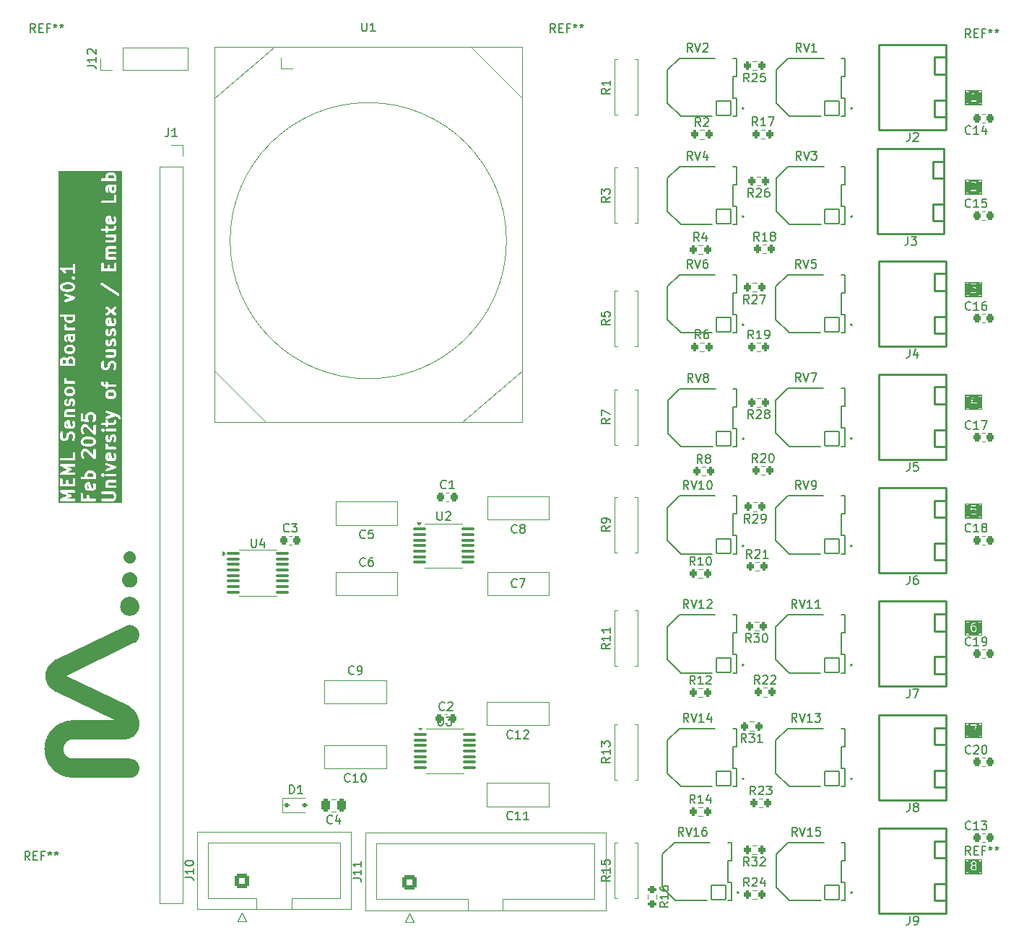
<source format=gbr>
%TF.GenerationSoftware,KiCad,Pcbnew,8.0.8*%
%TF.CreationDate,2025-02-19T17:07:23+00:00*%
%TF.ProjectId,MEMLSensorBoard,4d454d4c-5365-46e7-936f-72426f617264,rev?*%
%TF.SameCoordinates,Original*%
%TF.FileFunction,Legend,Top*%
%TF.FilePolarity,Positive*%
%FSLAX46Y46*%
G04 Gerber Fmt 4.6, Leading zero omitted, Abs format (unit mm)*
G04 Created by KiCad (PCBNEW 8.0.8) date 2025-02-19 17:07:23*
%MOMM*%
%LPD*%
G01*
G04 APERTURE LIST*
G04 Aperture macros list*
%AMRoundRect*
0 Rectangle with rounded corners*
0 $1 Rounding radius*
0 $2 $3 $4 $5 $6 $7 $8 $9 X,Y pos of 4 corners*
0 Add a 4 corners polygon primitive as box body*
4,1,4,$2,$3,$4,$5,$6,$7,$8,$9,$2,$3,0*
0 Add four circle primitives for the rounded corners*
1,1,$1+$1,$2,$3*
1,1,$1+$1,$4,$5*
1,1,$1+$1,$6,$7*
1,1,$1+$1,$8,$9*
0 Add four rect primitives between the rounded corners*
20,1,$1+$1,$2,$3,$4,$5,0*
20,1,$1+$1,$4,$5,$6,$7,0*
20,1,$1+$1,$6,$7,$8,$9,0*
20,1,$1+$1,$8,$9,$2,$3,0*%
G04 Aperture macros list end*
%ADD10C,0.000000*%
%ADD11C,0.100000*%
%ADD12C,0.300000*%
%ADD13C,0.150000*%
%ADD14C,0.120000*%
%ADD15C,0.127000*%
%ADD16C,0.200000*%
%ADD17C,0.254000*%
%ADD18RoundRect,0.200000X0.200000X0.275000X-0.200000X0.275000X-0.200000X-0.275000X0.200000X-0.275000X0*%
%ADD19RoundRect,0.225000X-0.225000X-0.250000X0.225000X-0.250000X0.225000X0.250000X-0.225000X0.250000X0*%
%ADD20RoundRect,0.102000X-0.825000X-0.825000X0.825000X-0.825000X0.825000X0.825000X-0.825000X0.825000X0*%
%ADD21C,1.854000*%
%ADD22C,1.600000*%
%ADD23O,1.600000X1.600000*%
%ADD24C,2.000000*%
%ADD25C,4.000000*%
%ADD26R,1.700000X1.700000*%
%ADD27O,1.700000X1.700000*%
%ADD28RoundRect,0.200000X-0.200000X-0.275000X0.200000X-0.275000X0.200000X0.275000X-0.200000X0.275000X0*%
%ADD29RoundRect,0.100000X-0.637500X-0.100000X0.637500X-0.100000X0.637500X0.100000X-0.637500X0.100000X0*%
%ADD30C,3.200000*%
%ADD31RoundRect,0.225000X0.225000X0.250000X-0.225000X0.250000X-0.225000X-0.250000X0.225000X-0.250000X0*%
%ADD32RoundRect,0.250000X0.600000X-0.600000X0.600000X0.600000X-0.600000X0.600000X-0.600000X-0.600000X0*%
%ADD33C,1.700000*%
%ADD34RoundRect,0.112500X-0.187500X-0.112500X0.187500X-0.112500X0.187500X0.112500X-0.187500X0.112500X0*%
%ADD35RoundRect,0.250000X0.250000X0.475000X-0.250000X0.475000X-0.250000X-0.475000X0.250000X-0.475000X0*%
%ADD36RoundRect,0.200000X-0.275000X0.200000X-0.275000X-0.200000X0.275000X-0.200000X0.275000X0.200000X0*%
G04 APERTURE END LIST*
D10*
G36*
X129791101Y-84464715D02*
G01*
X129827454Y-84467489D01*
X129863285Y-84472058D01*
X129898545Y-84478375D01*
X129933189Y-84486395D01*
X129967173Y-84496073D01*
X130000452Y-84507362D01*
X130032981Y-84520219D01*
X130064713Y-84534595D01*
X130095603Y-84550447D01*
X130125608Y-84567729D01*
X130154681Y-84586394D01*
X130182776Y-84606400D01*
X130209849Y-84627698D01*
X130235854Y-84650243D01*
X130260747Y-84673991D01*
X130284481Y-84698894D01*
X130307011Y-84724910D01*
X130328295Y-84751990D01*
X130348284Y-84780091D01*
X130366932Y-84809165D01*
X130384198Y-84839169D01*
X130400034Y-84870056D01*
X130414395Y-84901780D01*
X130427236Y-84934297D01*
X130438511Y-84967561D01*
X130448176Y-85001525D01*
X130456186Y-85036145D01*
X130462495Y-85071376D01*
X130467057Y-85107171D01*
X130469826Y-85143484D01*
X130470760Y-85180271D01*
X130469825Y-85217105D01*
X130467051Y-85253459D01*
X130462481Y-85289288D01*
X130456165Y-85324548D01*
X130448144Y-85359193D01*
X130438467Y-85393176D01*
X130427177Y-85426456D01*
X130414320Y-85458984D01*
X130399944Y-85490716D01*
X130384092Y-85521605D01*
X130366809Y-85551610D01*
X130348143Y-85580682D01*
X130328139Y-85608777D01*
X130306840Y-85635850D01*
X130284296Y-85661855D01*
X130260548Y-85686748D01*
X130235644Y-85710481D01*
X130209629Y-85733013D01*
X130182548Y-85754296D01*
X130154447Y-85774284D01*
X130125373Y-85792934D01*
X130095369Y-85810198D01*
X130064482Y-85826035D01*
X130032757Y-85840396D01*
X130000240Y-85853237D01*
X129966977Y-85864512D01*
X129933013Y-85874177D01*
X129898393Y-85882186D01*
X129863163Y-85888495D01*
X129827367Y-85893056D01*
X129791053Y-85895827D01*
X129754267Y-85896760D01*
X129717433Y-85895825D01*
X129681078Y-85893051D01*
X129645250Y-85888482D01*
X129609989Y-85882165D01*
X129575345Y-85874145D01*
X129541360Y-85864467D01*
X129508082Y-85853177D01*
X129475553Y-85840322D01*
X129443821Y-85825945D01*
X129412931Y-85810093D01*
X129382927Y-85792811D01*
X129353855Y-85774145D01*
X129325759Y-85754140D01*
X129298686Y-85732843D01*
X129272681Y-85710297D01*
X129247789Y-85686550D01*
X129224054Y-85661646D01*
X129201523Y-85635631D01*
X129180241Y-85608551D01*
X129160252Y-85580450D01*
X129141602Y-85551376D01*
X129124337Y-85521372D01*
X129108500Y-85490485D01*
X129094139Y-85458761D01*
X129081298Y-85426244D01*
X129070023Y-85392981D01*
X129060357Y-85359017D01*
X129052349Y-85324397D01*
X129046041Y-85289167D01*
X129041478Y-85253371D01*
X129038709Y-85217058D01*
X129037774Y-85180272D01*
X129038709Y-85143485D01*
X129041479Y-85107171D01*
X129046041Y-85071376D01*
X129052349Y-85036146D01*
X129060357Y-85001526D01*
X129070023Y-84967562D01*
X129081298Y-84934298D01*
X129094140Y-84901782D01*
X129108501Y-84870057D01*
X129124336Y-84839170D01*
X129141602Y-84809167D01*
X129160252Y-84780091D01*
X129180240Y-84751991D01*
X129201522Y-84724911D01*
X129224054Y-84698896D01*
X129247789Y-84673992D01*
X129272680Y-84650244D01*
X129298686Y-84627699D01*
X129325759Y-84606401D01*
X129353854Y-84586396D01*
X129382927Y-84567730D01*
X129412930Y-84550448D01*
X129443822Y-84534596D01*
X129475553Y-84520218D01*
X129508082Y-84507363D01*
X129541360Y-84496073D01*
X129575345Y-84486396D01*
X129609990Y-84478375D01*
X129645250Y-84472058D01*
X129681079Y-84467489D01*
X129717433Y-84464715D01*
X129754267Y-84463780D01*
X129791101Y-84464715D01*
G37*
G36*
X129811234Y-89807177D02*
G01*
X129867986Y-89811507D01*
X129923924Y-89818639D01*
X129978977Y-89828500D01*
X130033073Y-89841019D01*
X130086141Y-89856127D01*
X130138110Y-89873753D01*
X130188911Y-89893824D01*
X130238471Y-89916270D01*
X130286720Y-89941020D01*
X130333587Y-89968003D01*
X130379001Y-89997148D01*
X130422891Y-90028385D01*
X130465188Y-90061642D01*
X130505817Y-90096849D01*
X130544710Y-90133934D01*
X130581794Y-90172826D01*
X130617001Y-90213457D01*
X130650259Y-90255752D01*
X130681495Y-90299642D01*
X130710641Y-90345056D01*
X130737624Y-90391924D01*
X130762373Y-90440173D01*
X130784818Y-90489733D01*
X130804889Y-90540533D01*
X130822515Y-90592504D01*
X130837622Y-90645572D01*
X130850141Y-90699668D01*
X130860003Y-90754719D01*
X130867135Y-90810658D01*
X130871466Y-90867410D01*
X130872926Y-90924907D01*
X130871465Y-90982403D01*
X130867135Y-91039155D01*
X130860003Y-91095094D01*
X130850141Y-91150146D01*
X130837621Y-91204242D01*
X130822515Y-91257310D01*
X130804889Y-91309281D01*
X130784818Y-91360081D01*
X130762373Y-91409642D01*
X130737624Y-91457891D01*
X130710641Y-91504758D01*
X130681494Y-91550172D01*
X130650259Y-91594062D01*
X130617001Y-91636358D01*
X130581794Y-91676987D01*
X130544710Y-91715880D01*
X130505817Y-91752965D01*
X130465188Y-91788172D01*
X130422892Y-91821429D01*
X130379002Y-91852666D01*
X130333588Y-91881811D01*
X130286721Y-91908794D01*
X130238471Y-91933544D01*
X130188910Y-91955990D01*
X130138111Y-91976060D01*
X130086140Y-91993685D01*
X130033073Y-92008792D01*
X129978977Y-92021313D01*
X129923924Y-92031174D01*
X129867987Y-92038306D01*
X129811234Y-92042637D01*
X129753738Y-92044096D01*
X129696240Y-92042637D01*
X129639488Y-92038306D01*
X129583551Y-92031174D01*
X129528499Y-92021313D01*
X129474402Y-92008793D01*
X129421335Y-91993684D01*
X129369364Y-91976060D01*
X129318564Y-91955989D01*
X129269003Y-91933544D01*
X129220755Y-91908794D01*
X129173888Y-91881810D01*
X129128474Y-91852665D01*
X129084584Y-91821428D01*
X129042289Y-91788171D01*
X129001658Y-91752964D01*
X128962767Y-91715878D01*
X128925682Y-91676986D01*
X128890475Y-91636357D01*
X128857218Y-91594060D01*
X128825981Y-91550171D01*
X128796835Y-91504757D01*
X128769853Y-91457890D01*
X128745103Y-91409640D01*
X128722657Y-91360080D01*
X128702587Y-91309279D01*
X128684961Y-91257308D01*
X128669854Y-91204241D01*
X128657333Y-91150145D01*
X128647473Y-91095093D01*
X128640342Y-91039155D01*
X128636011Y-90982403D01*
X128634551Y-90924907D01*
X128636011Y-90867410D01*
X128640342Y-90810657D01*
X128647473Y-90754719D01*
X128657333Y-90699667D01*
X128669853Y-90645570D01*
X128684962Y-90592503D01*
X128702587Y-90540533D01*
X128722657Y-90489732D01*
X128745103Y-90440171D01*
X128769852Y-90391921D01*
X128796836Y-90345054D01*
X128825980Y-90299640D01*
X128857218Y-90255750D01*
X128890475Y-90213455D01*
X128925682Y-90172826D01*
X128962766Y-90133933D01*
X129001658Y-90096848D01*
X129042289Y-90061641D01*
X129084584Y-90028384D01*
X129128474Y-89997147D01*
X129173888Y-89968002D01*
X129220755Y-89941019D01*
X129269003Y-89916269D01*
X129318564Y-89893823D01*
X129369365Y-89873753D01*
X129421335Y-89856127D01*
X129474402Y-89841020D01*
X129528499Y-89828500D01*
X129583551Y-89818640D01*
X129639489Y-89811507D01*
X129696241Y-89807177D01*
X129753738Y-89805717D01*
X129811234Y-89807177D01*
G37*
G36*
X129798542Y-93128864D02*
G01*
X129852977Y-93132517D01*
X129907312Y-93138864D01*
X129961469Y-93147910D01*
X130015364Y-93159665D01*
X130068914Y-93174134D01*
X130122039Y-93191325D01*
X130174266Y-93211086D01*
X130225144Y-93233223D01*
X130274607Y-93257682D01*
X130322592Y-93284410D01*
X130369042Y-93313351D01*
X130413891Y-93344452D01*
X130457078Y-93377658D01*
X130498540Y-93412915D01*
X130538218Y-93450170D01*
X130576046Y-93489364D01*
X130611965Y-93530449D01*
X130645913Y-93573368D01*
X130677827Y-93618066D01*
X130707644Y-93664490D01*
X130735303Y-93712585D01*
X130760743Y-93762296D01*
X130783724Y-93813188D01*
X130804047Y-93864804D01*
X130821714Y-93917062D01*
X130836718Y-93969879D01*
X130849060Y-94023174D01*
X130858736Y-94076863D01*
X130865744Y-94130867D01*
X130870080Y-94185102D01*
X130871746Y-94239485D01*
X130870736Y-94293935D01*
X130867048Y-94348369D01*
X130860681Y-94402705D01*
X130851631Y-94456862D01*
X130839897Y-94510757D01*
X130825478Y-94564307D01*
X130808368Y-94617431D01*
X130788608Y-94669659D01*
X130766471Y-94720536D01*
X130742011Y-94769998D01*
X130715283Y-94817986D01*
X130686342Y-94864434D01*
X130655242Y-94909282D01*
X130622036Y-94952470D01*
X130586778Y-94993933D01*
X130549525Y-95033610D01*
X130510329Y-95071440D01*
X130469244Y-95107359D01*
X130426325Y-95141306D01*
X130381627Y-95173218D01*
X130335204Y-95203037D01*
X130287108Y-95230696D01*
X130237397Y-95256135D01*
X122300426Y-99076190D01*
X129581759Y-102580331D01*
X129591259Y-102584943D01*
X129600701Y-102589649D01*
X129610083Y-102594441D01*
X129619396Y-102599314D01*
X129628635Y-102604261D01*
X129637792Y-102609277D01*
X129655842Y-102619488D01*
X129791335Y-102703889D01*
X129920384Y-102796793D01*
X130042671Y-102897661D01*
X130157882Y-103005954D01*
X130265697Y-103121133D01*
X130365799Y-103242659D01*
X130457874Y-103369996D01*
X130541602Y-103502602D01*
X130616667Y-103639940D01*
X130682751Y-103781470D01*
X130739539Y-103926654D01*
X130786713Y-104074954D01*
X130823957Y-104225829D01*
X130850951Y-104378744D01*
X130867379Y-104533157D01*
X130872927Y-104688531D01*
X130871811Y-104758048D01*
X130868470Y-104827256D01*
X130862909Y-104896091D01*
X130855134Y-104964492D01*
X130845151Y-105032397D01*
X130832967Y-105099742D01*
X130818586Y-105166470D01*
X130802018Y-105232514D01*
X130780697Y-105306345D01*
X130756760Y-105378483D01*
X130730262Y-105448885D01*
X130701257Y-105517511D01*
X130635949Y-105649257D01*
X130561280Y-105773380D01*
X130477693Y-105889538D01*
X130385634Y-105997388D01*
X130285543Y-106096589D01*
X130177865Y-106186800D01*
X130063043Y-106267678D01*
X129941521Y-106338881D01*
X129813744Y-106400067D01*
X129680151Y-106450896D01*
X129541189Y-106491024D01*
X129397300Y-106520110D01*
X129323646Y-106530406D01*
X129248926Y-106537813D01*
X129173197Y-106542288D01*
X129096513Y-106543789D01*
X123113756Y-106543789D01*
X123055718Y-106545261D01*
X122998436Y-106549629D01*
X122941977Y-106556822D01*
X122886414Y-106566766D01*
X122831820Y-106579392D01*
X122778264Y-106594628D01*
X122725819Y-106612405D01*
X122674557Y-106632648D01*
X122624547Y-106655287D01*
X122575862Y-106680250D01*
X122528574Y-106707466D01*
X122482752Y-106736866D01*
X122438471Y-106768375D01*
X122395800Y-106801922D01*
X122354811Y-106837437D01*
X122315575Y-106874848D01*
X122278162Y-106914085D01*
X122242648Y-106955074D01*
X122209100Y-106997745D01*
X122177590Y-107042027D01*
X122148193Y-107087847D01*
X122120976Y-107135136D01*
X122096012Y-107183821D01*
X122073372Y-107233830D01*
X122053130Y-107285093D01*
X122035355Y-107337537D01*
X122020118Y-107391094D01*
X122007490Y-107445688D01*
X121997546Y-107501251D01*
X121990354Y-107557709D01*
X121985985Y-107614993D01*
X121984515Y-107673030D01*
X121985986Y-107731068D01*
X121990354Y-107788351D01*
X121997546Y-107844810D01*
X122007490Y-107900373D01*
X122020117Y-107954967D01*
X122035354Y-108008523D01*
X122053130Y-108060967D01*
X122073372Y-108112230D01*
X122096012Y-108162240D01*
X122120976Y-108210924D01*
X122148192Y-108258213D01*
X122177590Y-108304033D01*
X122209100Y-108348315D01*
X122242648Y-108390986D01*
X122278162Y-108431976D01*
X122315574Y-108471212D01*
X122354809Y-108508623D01*
X122395800Y-108544139D01*
X122438471Y-108577685D01*
X122482752Y-108609195D01*
X122528573Y-108638594D01*
X122575862Y-108665810D01*
X122624546Y-108690774D01*
X122674555Y-108713413D01*
X122725819Y-108733656D01*
X122778264Y-108751431D01*
X122831819Y-108766670D01*
X122886414Y-108779295D01*
X122941975Y-108789240D01*
X122998434Y-108796432D01*
X123055718Y-108800800D01*
X123113757Y-108802272D01*
X129752679Y-108802272D01*
X129810177Y-108803731D01*
X129866929Y-108808062D01*
X129922866Y-108815194D01*
X129977918Y-108825055D01*
X130032015Y-108837575D01*
X130085083Y-108852683D01*
X130137053Y-108870307D01*
X130187853Y-108890378D01*
X130237414Y-108912824D01*
X130285663Y-108937573D01*
X130332529Y-108964555D01*
X130377943Y-108993702D01*
X130421833Y-109024937D01*
X130464129Y-109058195D01*
X130504759Y-109093402D01*
X130543652Y-109130487D01*
X130580737Y-109169380D01*
X130615943Y-109210008D01*
X130649199Y-109252305D01*
X130680437Y-109296195D01*
X130709581Y-109341609D01*
X130736565Y-109388476D01*
X130761315Y-109436725D01*
X130783760Y-109486285D01*
X130803830Y-109537086D01*
X130821456Y-109589055D01*
X130836564Y-109642124D01*
X130849084Y-109696220D01*
X130858944Y-109751272D01*
X130866075Y-109807210D01*
X130870407Y-109863963D01*
X130871867Y-109921459D01*
X130870406Y-109978955D01*
X130866075Y-110035708D01*
X130858944Y-110091645D01*
X130849084Y-110146698D01*
X130836564Y-110200793D01*
X130821456Y-110253861D01*
X130803830Y-110305831D01*
X130783760Y-110356632D01*
X130761315Y-110406192D01*
X130736565Y-110454441D01*
X130709581Y-110501308D01*
X130680437Y-110546722D01*
X130649199Y-110590613D01*
X130615943Y-110632908D01*
X130580737Y-110673536D01*
X130543652Y-110712430D01*
X130504759Y-110749514D01*
X130464129Y-110784722D01*
X130421833Y-110817979D01*
X130377944Y-110849216D01*
X130332529Y-110878361D01*
X130285663Y-110905344D01*
X130237413Y-110930094D01*
X130187854Y-110952540D01*
X130137053Y-110972610D01*
X130085082Y-110990235D01*
X130032015Y-111005343D01*
X129977919Y-111017863D01*
X129922866Y-111027724D01*
X129866929Y-111034856D01*
X129810177Y-111039187D01*
X129752680Y-111040646D01*
X123113226Y-111040646D01*
X122940195Y-111036255D01*
X122769406Y-111023225D01*
X122601073Y-111001770D01*
X122435406Y-110972103D01*
X122272620Y-110934437D01*
X122112927Y-110888984D01*
X121956543Y-110835959D01*
X121803679Y-110775575D01*
X121654548Y-110708044D01*
X121509366Y-110633581D01*
X121368343Y-110552398D01*
X121231695Y-110464709D01*
X121099633Y-110370726D01*
X120972370Y-110270665D01*
X120850122Y-110164737D01*
X120733101Y-110053155D01*
X120621518Y-109936133D01*
X120515591Y-109813885D01*
X120415529Y-109686623D01*
X120321546Y-109554561D01*
X120233857Y-109417912D01*
X120152674Y-109276889D01*
X120078211Y-109131707D01*
X120010681Y-108982577D01*
X119950297Y-108829713D01*
X119897271Y-108673328D01*
X119851819Y-108513636D01*
X119814153Y-108350850D01*
X119784485Y-108185182D01*
X119763030Y-108016849D01*
X119750000Y-107846060D01*
X119745610Y-107673030D01*
X119750000Y-107500000D01*
X119763030Y-107329211D01*
X119784485Y-107160876D01*
X119814153Y-106995209D01*
X119851819Y-106832423D01*
X119897272Y-106672731D01*
X119950297Y-106516347D01*
X120010681Y-106363483D01*
X120078212Y-106214352D01*
X120152674Y-106069169D01*
X120233858Y-105928147D01*
X120321547Y-105791498D01*
X120415529Y-105659436D01*
X120515591Y-105532174D01*
X120621519Y-105409926D01*
X120733101Y-105292904D01*
X120850121Y-105181322D01*
X120972371Y-105075394D01*
X121099633Y-104975332D01*
X121231695Y-104881350D01*
X121368343Y-104793661D01*
X121509366Y-104712478D01*
X121654549Y-104638015D01*
X121803679Y-104570484D01*
X121956543Y-104510100D01*
X122112928Y-104457075D01*
X122272620Y-104411623D01*
X122435405Y-104373956D01*
X122601073Y-104344289D01*
X122769406Y-104322833D01*
X122940195Y-104309804D01*
X123113226Y-104305413D01*
X128003783Y-104305413D01*
X121137317Y-101000767D01*
X121121310Y-100992900D01*
X121105403Y-100984759D01*
X121089544Y-100976322D01*
X121073685Y-100967562D01*
X121057777Y-100958453D01*
X121041769Y-100948975D01*
X121025614Y-100939099D01*
X121009259Y-100928801D01*
X120875142Y-100842516D01*
X120748525Y-100751115D01*
X120629570Y-100654849D01*
X120518432Y-100553976D01*
X120415273Y-100448745D01*
X120320251Y-100339413D01*
X120233524Y-100226230D01*
X120155251Y-100109451D01*
X120085592Y-99989331D01*
X120024704Y-99866121D01*
X119972750Y-99740075D01*
X119929883Y-99611448D01*
X119896268Y-99480492D01*
X119872058Y-99347461D01*
X119857416Y-99212609D01*
X119852501Y-99076188D01*
X119853795Y-99005744D01*
X119857664Y-98935719D01*
X119864086Y-98866145D01*
X119873041Y-98797056D01*
X119884508Y-98728482D01*
X119898465Y-98660455D01*
X119914893Y-98593011D01*
X119933770Y-98526177D01*
X119955076Y-98459988D01*
X119978788Y-98394474D01*
X120004889Y-98329669D01*
X120033356Y-98265605D01*
X120064167Y-98202312D01*
X120097302Y-98139825D01*
X120170465Y-98017391D01*
X120252673Y-97898561D01*
X120343764Y-97783589D01*
X120443568Y-97672735D01*
X120551919Y-97566252D01*
X120668652Y-97464399D01*
X120793599Y-97367431D01*
X120926593Y-97275606D01*
X121067468Y-97189180D01*
X121086120Y-97178968D01*
X121104773Y-97169006D01*
X121123427Y-97159340D01*
X121142081Y-97150021D01*
X129266906Y-93238951D01*
X129317798Y-93216051D01*
X129369412Y-93195775D01*
X129421671Y-93178130D01*
X129474488Y-93163123D01*
X129527782Y-93150760D01*
X129581472Y-93141049D01*
X129635476Y-93133998D01*
X129689710Y-93129612D01*
X129744092Y-93127898D01*
X129798542Y-93128864D01*
G37*
G36*
X129800272Y-86934039D02*
G01*
X129845684Y-86937503D01*
X129890441Y-86943207D01*
X129934489Y-86951094D01*
X129977770Y-86961106D01*
X130020229Y-86973191D01*
X130061808Y-86987288D01*
X130102450Y-87003341D01*
X130142101Y-87021295D01*
X130180700Y-87041091D01*
X130218194Y-87062674D01*
X130254526Y-87085987D01*
X130289637Y-87110973D01*
X130323471Y-87137576D01*
X130355973Y-87165738D01*
X130387085Y-87195404D01*
X130416749Y-87226515D01*
X130444912Y-87259017D01*
X130471515Y-87292852D01*
X130496501Y-87327963D01*
X130519813Y-87364294D01*
X130541397Y-87401787D01*
X130561194Y-87440386D01*
X130579148Y-87480037D01*
X130595200Y-87520680D01*
X130609298Y-87562259D01*
X130621382Y-87604717D01*
X130631396Y-87647999D01*
X130639282Y-87692047D01*
X130644986Y-87736803D01*
X130648450Y-87782214D01*
X130649618Y-87828221D01*
X130648450Y-87874227D01*
X130644986Y-87919637D01*
X130639283Y-87964394D01*
X130631395Y-88008442D01*
X130621382Y-88051723D01*
X130609297Y-88094182D01*
X130595200Y-88135760D01*
X130579146Y-88176403D01*
X130561194Y-88216053D01*
X130541397Y-88254653D01*
X130519814Y-88292147D01*
X130496500Y-88328477D01*
X130471514Y-88363588D01*
X130444911Y-88397423D01*
X130416749Y-88429925D01*
X130387084Y-88461037D01*
X130355971Y-88490701D01*
X130323471Y-88518865D01*
X130289636Y-88545466D01*
X130254525Y-88570453D01*
X130218194Y-88593766D01*
X130180699Y-88615350D01*
X130142099Y-88635146D01*
X130102450Y-88653100D01*
X130061808Y-88669153D01*
X130020229Y-88683249D01*
X129977770Y-88695334D01*
X129934488Y-88705348D01*
X129890441Y-88713235D01*
X129845683Y-88718939D01*
X129800272Y-88722403D01*
X129754267Y-88723569D01*
X129708261Y-88722403D01*
X129662850Y-88718939D01*
X129618093Y-88713235D01*
X129574044Y-88705348D01*
X129530764Y-88695334D01*
X129488305Y-88683249D01*
X129446725Y-88669153D01*
X129406082Y-88653100D01*
X129366433Y-88635147D01*
X129327832Y-88615350D01*
X129290339Y-88593767D01*
X129254008Y-88570454D01*
X129218898Y-88545468D01*
X129185063Y-88518866D01*
X129152561Y-88490703D01*
X129121449Y-88461038D01*
X129091783Y-88429926D01*
X129063621Y-88397424D01*
X129037019Y-88363590D01*
X129012032Y-88328479D01*
X128988720Y-88292147D01*
X128967137Y-88254654D01*
X128947340Y-88216054D01*
X128929386Y-88176404D01*
X128913333Y-88135761D01*
X128899235Y-88094183D01*
X128887152Y-88051723D01*
X128877139Y-88008443D01*
X128869251Y-87964395D01*
X128863548Y-87919636D01*
X128860083Y-87874227D01*
X128858915Y-87828221D01*
X128860083Y-87782214D01*
X128863548Y-87736804D01*
X128869251Y-87692047D01*
X128877139Y-87647999D01*
X128887152Y-87604717D01*
X128899235Y-87562259D01*
X128913332Y-87520680D01*
X128929386Y-87480037D01*
X128947339Y-87440387D01*
X128967137Y-87401787D01*
X128988719Y-87364294D01*
X129012032Y-87327963D01*
X129037019Y-87292852D01*
X129063621Y-87259016D01*
X129091783Y-87226516D01*
X129121449Y-87195404D01*
X129152561Y-87165738D01*
X129185063Y-87137576D01*
X129218898Y-87110973D01*
X129254008Y-87085986D01*
X129290339Y-87062674D01*
X129327833Y-87041091D01*
X129366433Y-87021295D01*
X129406082Y-87003341D01*
X129446725Y-86987288D01*
X129488305Y-86973191D01*
X129530764Y-86961106D01*
X129574044Y-86951094D01*
X129618093Y-86943207D01*
X129662850Y-86937503D01*
X129708261Y-86934039D01*
X129754267Y-86932872D01*
X129800272Y-86934039D01*
G37*
D11*
G36*
X229726900Y-80616863D02*
G01*
X227690392Y-80616863D01*
X227690392Y-79027180D01*
X227801503Y-79027180D01*
X227801503Y-80455752D01*
X227805309Y-80474886D01*
X227832369Y-80501946D01*
X227851503Y-80505752D01*
X228089598Y-80505752D01*
X228108732Y-80501946D01*
X228135792Y-80474886D01*
X228135792Y-80436618D01*
X228108732Y-80409558D01*
X228089598Y-80405752D01*
X227901503Y-80405752D01*
X227901503Y-79593634D01*
X228373180Y-79593634D01*
X228375063Y-79613052D01*
X228376738Y-79615099D01*
X228376738Y-79617743D01*
X228388635Y-79629640D01*
X228399296Y-79642670D01*
X228401928Y-79642933D01*
X228403798Y-79644803D01*
X228420625Y-79644803D01*
X228437375Y-79646478D01*
X228439422Y-79644803D01*
X228442066Y-79644803D01*
X228458287Y-79633964D01*
X228500169Y-79592082D01*
X228577593Y-79553371D01*
X228792081Y-79553371D01*
X228869504Y-79592082D01*
X228905648Y-79628227D01*
X228944360Y-79705650D01*
X228944360Y-79920138D01*
X228905648Y-79997561D01*
X228869502Y-80033708D01*
X228792081Y-80072419D01*
X228577593Y-80072419D01*
X228500170Y-80033708D01*
X228458288Y-79991825D01*
X228442067Y-79980986D01*
X228403798Y-79980986D01*
X228376738Y-80008045D01*
X228376738Y-80046314D01*
X228387576Y-80062535D01*
X228435195Y-80110155D01*
X228441861Y-80114609D01*
X228448190Y-80119521D01*
X228543428Y-80167140D01*
X228545843Y-80167801D01*
X228546655Y-80168613D01*
X228554516Y-80170176D01*
X228562244Y-80172293D01*
X228563332Y-80171930D01*
X228565789Y-80172419D01*
X228803884Y-80172419D01*
X228806340Y-80171930D01*
X228807429Y-80172293D01*
X228815156Y-80170176D01*
X228823018Y-80168613D01*
X228823829Y-80167801D01*
X228826245Y-80167140D01*
X228921482Y-80119522D01*
X228927809Y-80114611D01*
X228934478Y-80110155D01*
X228982097Y-80062535D01*
X228986550Y-80055869D01*
X228991462Y-80049541D01*
X229039081Y-79954303D01*
X229039742Y-79951887D01*
X229040554Y-79951076D01*
X229042117Y-79943214D01*
X229044234Y-79935487D01*
X229043871Y-79934398D01*
X229044360Y-79931942D01*
X229044360Y-79693847D01*
X229043871Y-79691390D01*
X229044234Y-79690302D01*
X229042117Y-79682574D01*
X229040554Y-79674713D01*
X229039742Y-79673901D01*
X229039081Y-79671486D01*
X228991462Y-79576248D01*
X228986550Y-79569919D01*
X228982096Y-79563253D01*
X228934477Y-79515635D01*
X228927815Y-79511183D01*
X228921482Y-79506268D01*
X228826245Y-79458650D01*
X228823829Y-79457988D01*
X228823018Y-79457177D01*
X228815156Y-79455613D01*
X228807429Y-79453497D01*
X228806340Y-79453859D01*
X228803884Y-79453371D01*
X228565789Y-79453371D01*
X228563332Y-79453859D01*
X228562244Y-79453497D01*
X228554516Y-79455613D01*
X228546655Y-79457177D01*
X228545843Y-79457988D01*
X228543428Y-79458650D01*
X228484216Y-79488255D01*
X228515800Y-79172419D01*
X228946741Y-79172419D01*
X228965875Y-79168613D01*
X228992935Y-79141553D01*
X228992935Y-79103285D01*
X228965875Y-79076225D01*
X228946741Y-79072419D01*
X228470551Y-79072419D01*
X228458589Y-79074798D01*
X228456108Y-79074550D01*
X228454910Y-79075530D01*
X228451417Y-79076225D01*
X228439516Y-79088125D01*
X228426490Y-79098784D01*
X228425450Y-79102191D01*
X228424357Y-79103285D01*
X228424357Y-79105777D01*
X228420799Y-79117444D01*
X228373180Y-79593634D01*
X227901503Y-79593634D01*
X227901503Y-79077180D01*
X228089598Y-79077180D01*
X228108732Y-79073374D01*
X228135792Y-79046314D01*
X228135792Y-79008046D01*
X229281500Y-79008046D01*
X229281500Y-79046314D01*
X229308560Y-79073374D01*
X229327694Y-79077180D01*
X229515789Y-79077180D01*
X229515789Y-80405752D01*
X229327694Y-80405752D01*
X229308560Y-80409558D01*
X229281500Y-80436618D01*
X229281500Y-80474886D01*
X229308560Y-80501946D01*
X229327694Y-80505752D01*
X229565789Y-80505752D01*
X229584923Y-80501946D01*
X229611983Y-80474886D01*
X229615789Y-80455752D01*
X229615789Y-79027180D01*
X229611983Y-79008046D01*
X229584923Y-78980986D01*
X229565789Y-78977180D01*
X229327694Y-78977180D01*
X229308560Y-78980986D01*
X229281500Y-79008046D01*
X228135792Y-79008046D01*
X228108732Y-78980986D01*
X228089598Y-78977180D01*
X227851503Y-78977180D01*
X227832369Y-78980986D01*
X227805309Y-79008046D01*
X227801503Y-79027180D01*
X227690392Y-79027180D01*
X227690392Y-78866069D01*
X229726900Y-78866069D01*
X229726900Y-80616863D01*
G37*
G36*
X229726900Y-54616863D02*
G01*
X227690392Y-54616863D01*
X227690392Y-53027180D01*
X227801503Y-53027180D01*
X227801503Y-54455752D01*
X227805309Y-54474886D01*
X227832369Y-54501946D01*
X227851503Y-54505752D01*
X228089598Y-54505752D01*
X228108732Y-54501946D01*
X228135792Y-54474886D01*
X228135792Y-54436618D01*
X228108732Y-54409558D01*
X228089598Y-54405752D01*
X227901503Y-54405752D01*
X227901503Y-53103285D01*
X228329119Y-53103285D01*
X228329119Y-53141553D01*
X228356179Y-53168613D01*
X228375313Y-53172419D01*
X228884172Y-53172419D01*
X228623398Y-53470446D01*
X228616303Y-53482766D01*
X228614833Y-53484237D01*
X228614833Y-53485320D01*
X228613663Y-53487352D01*
X228614833Y-53504906D01*
X228614833Y-53522505D01*
X228616089Y-53523761D01*
X228616208Y-53525536D01*
X228629452Y-53537124D01*
X228641893Y-53549565D01*
X228644193Y-53550022D01*
X228645008Y-53550735D01*
X228647080Y-53550596D01*
X228661027Y-53553371D01*
X228792081Y-53553371D01*
X228869504Y-53592082D01*
X228905648Y-53628227D01*
X228944360Y-53705650D01*
X228944360Y-53920138D01*
X228905648Y-53997561D01*
X228869502Y-54033708D01*
X228792081Y-54072419D01*
X228529974Y-54072419D01*
X228452551Y-54033708D01*
X228410669Y-53991825D01*
X228394448Y-53980986D01*
X228356179Y-53980986D01*
X228329119Y-54008045D01*
X228329119Y-54046314D01*
X228339957Y-54062535D01*
X228387576Y-54110155D01*
X228394242Y-54114609D01*
X228400571Y-54119521D01*
X228495809Y-54167140D01*
X228498224Y-54167801D01*
X228499036Y-54168613D01*
X228506897Y-54170176D01*
X228514625Y-54172293D01*
X228515713Y-54171930D01*
X228518170Y-54172419D01*
X228803884Y-54172419D01*
X228806340Y-54171930D01*
X228807429Y-54172293D01*
X228815156Y-54170176D01*
X228823018Y-54168613D01*
X228823829Y-54167801D01*
X228826245Y-54167140D01*
X228921482Y-54119522D01*
X228927809Y-54114611D01*
X228934478Y-54110155D01*
X228982097Y-54062535D01*
X228986550Y-54055869D01*
X228991462Y-54049541D01*
X229039081Y-53954303D01*
X229039742Y-53951887D01*
X229040554Y-53951076D01*
X229042117Y-53943214D01*
X229044234Y-53935487D01*
X229043871Y-53934398D01*
X229044360Y-53931942D01*
X229044360Y-53693847D01*
X229043871Y-53691390D01*
X229044234Y-53690302D01*
X229042117Y-53682574D01*
X229040554Y-53674713D01*
X229039742Y-53673901D01*
X229039081Y-53671486D01*
X228991462Y-53576248D01*
X228986550Y-53569919D01*
X228982096Y-53563253D01*
X228934477Y-53515635D01*
X228927815Y-53511183D01*
X228921482Y-53506268D01*
X228826245Y-53458650D01*
X228823829Y-53457988D01*
X228823018Y-53457177D01*
X228815156Y-53455613D01*
X228807429Y-53453497D01*
X228806340Y-53453859D01*
X228803884Y-53453371D01*
X228771215Y-53453371D01*
X229031989Y-53155344D01*
X229039083Y-53143023D01*
X229040554Y-53141553D01*
X229040554Y-53140469D01*
X229041724Y-53138438D01*
X229040554Y-53120883D01*
X229040554Y-53103285D01*
X229039297Y-53102028D01*
X229039179Y-53100254D01*
X229025934Y-53088665D01*
X229013494Y-53076225D01*
X229011193Y-53075767D01*
X229010379Y-53075055D01*
X229008306Y-53075193D01*
X228994360Y-53072419D01*
X228375313Y-53072419D01*
X228356179Y-53076225D01*
X228329119Y-53103285D01*
X227901503Y-53103285D01*
X227901503Y-53077180D01*
X228089598Y-53077180D01*
X228108732Y-53073374D01*
X228135792Y-53046314D01*
X228135792Y-53008046D01*
X229281500Y-53008046D01*
X229281500Y-53046314D01*
X229308560Y-53073374D01*
X229327694Y-53077180D01*
X229515789Y-53077180D01*
X229515789Y-54405752D01*
X229327694Y-54405752D01*
X229308560Y-54409558D01*
X229281500Y-54436618D01*
X229281500Y-54474886D01*
X229308560Y-54501946D01*
X229327694Y-54505752D01*
X229565789Y-54505752D01*
X229584923Y-54501946D01*
X229611983Y-54474886D01*
X229615789Y-54455752D01*
X229615789Y-53027180D01*
X229611983Y-53008046D01*
X229584923Y-52980986D01*
X229565789Y-52977180D01*
X229327694Y-52977180D01*
X229308560Y-52980986D01*
X229281500Y-53008046D01*
X228135792Y-53008046D01*
X228108732Y-52980986D01*
X228089598Y-52977180D01*
X227851503Y-52977180D01*
X227832369Y-52980986D01*
X227805309Y-53008046D01*
X227801503Y-53027180D01*
X227690392Y-53027180D01*
X227690392Y-52866069D01*
X229726900Y-52866069D01*
X229726900Y-54616863D01*
G37*
G36*
X228869504Y-93342082D02*
G01*
X228905648Y-93378227D01*
X228944360Y-93455650D01*
X228944360Y-93670138D01*
X228905648Y-93747561D01*
X228869502Y-93783708D01*
X228792081Y-93822419D01*
X228625212Y-93822419D01*
X228547789Y-93783708D01*
X228511643Y-93747561D01*
X228472932Y-93670139D01*
X228472932Y-93455650D01*
X228511643Y-93378226D01*
X228547788Y-93342082D01*
X228625212Y-93303371D01*
X228792081Y-93303371D01*
X228869504Y-93342082D01*
G37*
G36*
X229726900Y-94366863D02*
G01*
X227690392Y-94366863D01*
X227690392Y-92777180D01*
X227801503Y-92777180D01*
X227801503Y-94205752D01*
X227805309Y-94224886D01*
X227832369Y-94251946D01*
X227851503Y-94255752D01*
X228089598Y-94255752D01*
X228108732Y-94251946D01*
X228135792Y-94224886D01*
X228135792Y-94186618D01*
X228108732Y-94159558D01*
X228089598Y-94155752D01*
X227901503Y-94155752D01*
X227901503Y-93300990D01*
X228372932Y-93300990D01*
X228372932Y-93681942D01*
X228373420Y-93684398D01*
X228373058Y-93685487D01*
X228375174Y-93693214D01*
X228376738Y-93701076D01*
X228377549Y-93701887D01*
X228378211Y-93704303D01*
X228425829Y-93799540D01*
X228430740Y-93805868D01*
X228435195Y-93812535D01*
X228482814Y-93860155D01*
X228489480Y-93864609D01*
X228495809Y-93869521D01*
X228591047Y-93917140D01*
X228593462Y-93917801D01*
X228594274Y-93918613D01*
X228602135Y-93920176D01*
X228609863Y-93922293D01*
X228610951Y-93921930D01*
X228613408Y-93922419D01*
X228803884Y-93922419D01*
X228806340Y-93921930D01*
X228807429Y-93922293D01*
X228815156Y-93920176D01*
X228823018Y-93918613D01*
X228823829Y-93917801D01*
X228826245Y-93917140D01*
X228921482Y-93869522D01*
X228927809Y-93864611D01*
X228934478Y-93860155D01*
X228982097Y-93812535D01*
X228986550Y-93805869D01*
X228991462Y-93799541D01*
X229039081Y-93704303D01*
X229039742Y-93701887D01*
X229040554Y-93701076D01*
X229042117Y-93693214D01*
X229044234Y-93685487D01*
X229043871Y-93684398D01*
X229044360Y-93681942D01*
X229044360Y-93443847D01*
X229043871Y-93441390D01*
X229044234Y-93440302D01*
X229042117Y-93432574D01*
X229040554Y-93424713D01*
X229039742Y-93423901D01*
X229039081Y-93421486D01*
X228991462Y-93326248D01*
X228986550Y-93319919D01*
X228982096Y-93313253D01*
X228934477Y-93265635D01*
X228927815Y-93261183D01*
X228921482Y-93256268D01*
X228826245Y-93208650D01*
X228823829Y-93207988D01*
X228823018Y-93207177D01*
X228815156Y-93205613D01*
X228807429Y-93203497D01*
X228806340Y-93203859D01*
X228803884Y-93203371D01*
X228613408Y-93203371D01*
X228610951Y-93203859D01*
X228609863Y-93203497D01*
X228602135Y-93205613D01*
X228594274Y-93207177D01*
X228593462Y-93207988D01*
X228591047Y-93208650D01*
X228495809Y-93256269D01*
X228489480Y-93261180D01*
X228483408Y-93265237D01*
X228516957Y-93131044D01*
X228604647Y-92999508D01*
X228643026Y-92961130D01*
X228720450Y-92922419D01*
X228899122Y-92922419D01*
X228918256Y-92918613D01*
X228945316Y-92891553D01*
X228945316Y-92853285D01*
X228918256Y-92826225D01*
X228899122Y-92822419D01*
X228708646Y-92822419D01*
X228706189Y-92822907D01*
X228705101Y-92822545D01*
X228697373Y-92824661D01*
X228689512Y-92826225D01*
X228688700Y-92827036D01*
X228686285Y-92827698D01*
X228591047Y-92875317D01*
X228584718Y-92880228D01*
X228578052Y-92884683D01*
X228530434Y-92932302D01*
X228527683Y-92936417D01*
X228524187Y-92939922D01*
X228428948Y-93082779D01*
X228425688Y-93090671D01*
X228422044Y-93098387D01*
X228374425Y-93288863D01*
X228374127Y-93294980D01*
X228372932Y-93300990D01*
X227901503Y-93300990D01*
X227901503Y-92827180D01*
X228089598Y-92827180D01*
X228108732Y-92823374D01*
X228135792Y-92796314D01*
X228135792Y-92758046D01*
X229281500Y-92758046D01*
X229281500Y-92796314D01*
X229308560Y-92823374D01*
X229327694Y-92827180D01*
X229515789Y-92827180D01*
X229515789Y-94155752D01*
X229327694Y-94155752D01*
X229308560Y-94159558D01*
X229281500Y-94186618D01*
X229281500Y-94224886D01*
X229308560Y-94251946D01*
X229327694Y-94255752D01*
X229565789Y-94255752D01*
X229584923Y-94251946D01*
X229611983Y-94224886D01*
X229615789Y-94205752D01*
X229615789Y-92777180D01*
X229611983Y-92758046D01*
X229584923Y-92730986D01*
X229565789Y-92727180D01*
X229327694Y-92727180D01*
X229308560Y-92730986D01*
X229281500Y-92758046D01*
X228135792Y-92758046D01*
X228108732Y-92730986D01*
X228089598Y-92727180D01*
X227851503Y-92727180D01*
X227832369Y-92730986D01*
X227805309Y-92758046D01*
X227801503Y-92777180D01*
X227690392Y-92777180D01*
X227690392Y-92616069D01*
X229726900Y-92616069D01*
X229726900Y-94366863D01*
G37*
G36*
X228869504Y-121389701D02*
G01*
X228905648Y-121425846D01*
X228944360Y-121503269D01*
X228944360Y-121670138D01*
X228905648Y-121747561D01*
X228869502Y-121783708D01*
X228792081Y-121822419D01*
X228625212Y-121822419D01*
X228547789Y-121783708D01*
X228511643Y-121747561D01*
X228472932Y-121670139D01*
X228472932Y-121503269D01*
X228511643Y-121425845D01*
X228547788Y-121389701D01*
X228625212Y-121350990D01*
X228792081Y-121350990D01*
X228869504Y-121389701D01*
G37*
G36*
X228869504Y-120961130D02*
G01*
X228905648Y-120997275D01*
X228944360Y-121074698D01*
X228944360Y-121098710D01*
X228905648Y-121176133D01*
X228869504Y-121212278D01*
X228792081Y-121250990D01*
X228625212Y-121250990D01*
X228547788Y-121212278D01*
X228511643Y-121176134D01*
X228472932Y-121098711D01*
X228472932Y-121074698D01*
X228511643Y-120997274D01*
X228547788Y-120961130D01*
X228625212Y-120922419D01*
X228792081Y-120922419D01*
X228869504Y-120961130D01*
G37*
G36*
X229726900Y-122366863D02*
G01*
X227690392Y-122366863D01*
X227690392Y-120777180D01*
X227801503Y-120777180D01*
X227801503Y-122205752D01*
X227805309Y-122224886D01*
X227832369Y-122251946D01*
X227851503Y-122255752D01*
X228089598Y-122255752D01*
X228108732Y-122251946D01*
X228135792Y-122224886D01*
X228135792Y-122186618D01*
X228108732Y-122159558D01*
X228089598Y-122155752D01*
X227901503Y-122155752D01*
X227901503Y-121062895D01*
X228372932Y-121062895D01*
X228372932Y-121110514D01*
X228373420Y-121112970D01*
X228373058Y-121114059D01*
X228375174Y-121121786D01*
X228376738Y-121129648D01*
X228377549Y-121130459D01*
X228378211Y-121132875D01*
X228425829Y-121228112D01*
X228430744Y-121234445D01*
X228435196Y-121241107D01*
X228482814Y-121288726D01*
X228489480Y-121293180D01*
X228495809Y-121298092D01*
X228501605Y-121300990D01*
X228495809Y-121303888D01*
X228489480Y-121308799D01*
X228482814Y-121313254D01*
X228435196Y-121360873D01*
X228430744Y-121367534D01*
X228425829Y-121373868D01*
X228378211Y-121469105D01*
X228377549Y-121471520D01*
X228376738Y-121472332D01*
X228375174Y-121480193D01*
X228373058Y-121487921D01*
X228373420Y-121489009D01*
X228372932Y-121491466D01*
X228372932Y-121681942D01*
X228373420Y-121684398D01*
X228373058Y-121685487D01*
X228375174Y-121693214D01*
X228376738Y-121701076D01*
X228377549Y-121701887D01*
X228378211Y-121704303D01*
X228425829Y-121799540D01*
X228430740Y-121805868D01*
X228435195Y-121812535D01*
X228482814Y-121860155D01*
X228489480Y-121864609D01*
X228495809Y-121869521D01*
X228591047Y-121917140D01*
X228593462Y-121917801D01*
X228594274Y-121918613D01*
X228602135Y-121920176D01*
X228609863Y-121922293D01*
X228610951Y-121921930D01*
X228613408Y-121922419D01*
X228803884Y-121922419D01*
X228806340Y-121921930D01*
X228807429Y-121922293D01*
X228815156Y-121920176D01*
X228823018Y-121918613D01*
X228823829Y-121917801D01*
X228826245Y-121917140D01*
X228921482Y-121869522D01*
X228927809Y-121864611D01*
X228934478Y-121860155D01*
X228982097Y-121812535D01*
X228986550Y-121805869D01*
X228991462Y-121799541D01*
X229039081Y-121704303D01*
X229039742Y-121701887D01*
X229040554Y-121701076D01*
X229042117Y-121693214D01*
X229044234Y-121685487D01*
X229043871Y-121684398D01*
X229044360Y-121681942D01*
X229044360Y-121491466D01*
X229043871Y-121489009D01*
X229044234Y-121487921D01*
X229042117Y-121480193D01*
X229040554Y-121472332D01*
X229039742Y-121471520D01*
X229039081Y-121469105D01*
X228991462Y-121373867D01*
X228986550Y-121367538D01*
X228982096Y-121360872D01*
X228934477Y-121313254D01*
X228927815Y-121308802D01*
X228921482Y-121303887D01*
X228915687Y-121300990D01*
X228921482Y-121298093D01*
X228927815Y-121293177D01*
X228934477Y-121288726D01*
X228982096Y-121241108D01*
X228986550Y-121234441D01*
X228991462Y-121228113D01*
X229039081Y-121132875D01*
X229039742Y-121130459D01*
X229040554Y-121129648D01*
X229042117Y-121121786D01*
X229044234Y-121114059D01*
X229043871Y-121112970D01*
X229044360Y-121110514D01*
X229044360Y-121062895D01*
X229043871Y-121060438D01*
X229044234Y-121059350D01*
X229042117Y-121051622D01*
X229040554Y-121043761D01*
X229039742Y-121042949D01*
X229039081Y-121040534D01*
X228991462Y-120945296D01*
X228986550Y-120938967D01*
X228982096Y-120932301D01*
X228934477Y-120884683D01*
X228927815Y-120880231D01*
X228921482Y-120875316D01*
X228826245Y-120827698D01*
X228823829Y-120827036D01*
X228823018Y-120826225D01*
X228815156Y-120824661D01*
X228807429Y-120822545D01*
X228806340Y-120822907D01*
X228803884Y-120822419D01*
X228613408Y-120822419D01*
X228610951Y-120822907D01*
X228609863Y-120822545D01*
X228602135Y-120824661D01*
X228594274Y-120826225D01*
X228593462Y-120827036D01*
X228591047Y-120827698D01*
X228495809Y-120875317D01*
X228489480Y-120880228D01*
X228482814Y-120884683D01*
X228435196Y-120932302D01*
X228430744Y-120938963D01*
X228425829Y-120945297D01*
X228378211Y-121040534D01*
X228377549Y-121042949D01*
X228376738Y-121043761D01*
X228375174Y-121051622D01*
X228373058Y-121059350D01*
X228373420Y-121060438D01*
X228372932Y-121062895D01*
X227901503Y-121062895D01*
X227901503Y-120827180D01*
X228089598Y-120827180D01*
X228108732Y-120823374D01*
X228135792Y-120796314D01*
X228135792Y-120758046D01*
X229281500Y-120758046D01*
X229281500Y-120796314D01*
X229308560Y-120823374D01*
X229327694Y-120827180D01*
X229515789Y-120827180D01*
X229515789Y-122155752D01*
X229327694Y-122155752D01*
X229308560Y-122159558D01*
X229281500Y-122186618D01*
X229281500Y-122224886D01*
X229308560Y-122251946D01*
X229327694Y-122255752D01*
X229565789Y-122255752D01*
X229584923Y-122251946D01*
X229611983Y-122224886D01*
X229615789Y-122205752D01*
X229615789Y-120777180D01*
X229611983Y-120758046D01*
X229584923Y-120730986D01*
X229565789Y-120727180D01*
X229327694Y-120727180D01*
X229308560Y-120730986D01*
X229281500Y-120758046D01*
X228135792Y-120758046D01*
X228108732Y-120730986D01*
X228089598Y-120727180D01*
X227851503Y-120727180D01*
X227832369Y-120730986D01*
X227805309Y-120758046D01*
X227801503Y-120777180D01*
X227690392Y-120777180D01*
X227690392Y-120616069D01*
X229726900Y-120616069D01*
X229726900Y-122366863D01*
G37*
G36*
X229726900Y-42616863D02*
G01*
X227690392Y-42616863D01*
X227690392Y-41027180D01*
X227801503Y-41027180D01*
X227801503Y-42455752D01*
X227805309Y-42474886D01*
X227832369Y-42501946D01*
X227851503Y-42505752D01*
X228089598Y-42505752D01*
X228108732Y-42501946D01*
X228135792Y-42474886D01*
X228135792Y-42436618D01*
X228108732Y-42409558D01*
X228089598Y-42405752D01*
X227901503Y-42405752D01*
X227901503Y-42103285D01*
X228329119Y-42103285D01*
X228329119Y-42141553D01*
X228356179Y-42168613D01*
X228375313Y-42172419D01*
X228994360Y-42172419D01*
X229013494Y-42168613D01*
X229040554Y-42141553D01*
X229040554Y-42103285D01*
X229013494Y-42076225D01*
X228994360Y-42072419D01*
X228496023Y-42072419D01*
X228982096Y-41586345D01*
X228983486Y-41584263D01*
X228984514Y-41583750D01*
X228988484Y-41576784D01*
X228992935Y-41570124D01*
X228992935Y-41568976D01*
X228994175Y-41566801D01*
X229041794Y-41423945D01*
X229042796Y-41415994D01*
X229044360Y-41408133D01*
X229044360Y-41312895D01*
X229043871Y-41310438D01*
X229044234Y-41309350D01*
X229042117Y-41301622D01*
X229040554Y-41293761D01*
X229039742Y-41292949D01*
X229039081Y-41290534D01*
X228991462Y-41195296D01*
X228986550Y-41188967D01*
X228982096Y-41182301D01*
X228934477Y-41134683D01*
X228927815Y-41130231D01*
X228921482Y-41125316D01*
X228826245Y-41077698D01*
X228823829Y-41077036D01*
X228823018Y-41076225D01*
X228815156Y-41074661D01*
X228807429Y-41072545D01*
X228806340Y-41072907D01*
X228803884Y-41072419D01*
X228565789Y-41072419D01*
X228563332Y-41072907D01*
X228562244Y-41072545D01*
X228554516Y-41074661D01*
X228546655Y-41076225D01*
X228545843Y-41077036D01*
X228543428Y-41077698D01*
X228448190Y-41125317D01*
X228441861Y-41130228D01*
X228435195Y-41134683D01*
X228387577Y-41182302D01*
X228376738Y-41198523D01*
X228376738Y-41236791D01*
X228403798Y-41263851D01*
X228442066Y-41263851D01*
X228458287Y-41253012D01*
X228500169Y-41211130D01*
X228577593Y-41172419D01*
X228792081Y-41172419D01*
X228869504Y-41211130D01*
X228905648Y-41247275D01*
X228944360Y-41324698D01*
X228944360Y-41400020D01*
X228903039Y-41523981D01*
X228339958Y-42087064D01*
X228329119Y-42103285D01*
X227901503Y-42103285D01*
X227901503Y-41077180D01*
X228089598Y-41077180D01*
X228108732Y-41073374D01*
X228135792Y-41046314D01*
X228135792Y-41008046D01*
X229281500Y-41008046D01*
X229281500Y-41046314D01*
X229308560Y-41073374D01*
X229327694Y-41077180D01*
X229515789Y-41077180D01*
X229515789Y-42405752D01*
X229327694Y-42405752D01*
X229308560Y-42409558D01*
X229281500Y-42436618D01*
X229281500Y-42474886D01*
X229308560Y-42501946D01*
X229327694Y-42505752D01*
X229565789Y-42505752D01*
X229584923Y-42501946D01*
X229611983Y-42474886D01*
X229615789Y-42455752D01*
X229615789Y-41027180D01*
X229611983Y-41008046D01*
X229584923Y-40980986D01*
X229565789Y-40977180D01*
X229327694Y-40977180D01*
X229308560Y-40980986D01*
X229281500Y-41008046D01*
X228135792Y-41008046D01*
X228108732Y-40980986D01*
X228089598Y-40977180D01*
X227851503Y-40977180D01*
X227832369Y-40980986D01*
X227805309Y-41008046D01*
X227801503Y-41027180D01*
X227690392Y-41027180D01*
X227690392Y-40866069D01*
X229726900Y-40866069D01*
X229726900Y-42616863D01*
G37*
G36*
X229726900Y-67866863D02*
G01*
X227690392Y-67866863D01*
X227690392Y-66277180D01*
X227801503Y-66277180D01*
X227801503Y-67705752D01*
X227805309Y-67724886D01*
X227832369Y-67751946D01*
X227851503Y-67755752D01*
X228089598Y-67755752D01*
X228108732Y-67751946D01*
X228135792Y-67724886D01*
X228135792Y-67686618D01*
X228108732Y-67659558D01*
X228089598Y-67655752D01*
X227901503Y-67655752D01*
X227901503Y-67042629D01*
X228373058Y-67042629D01*
X228376738Y-67049989D01*
X228376738Y-67058219D01*
X228384967Y-67066448D01*
X228390172Y-67076858D01*
X228397979Y-67079460D01*
X228403798Y-67085279D01*
X228422932Y-67089085D01*
X228849122Y-67089085D01*
X228849122Y-67372419D01*
X228852928Y-67391553D01*
X228879988Y-67418613D01*
X228918256Y-67418613D01*
X228945316Y-67391553D01*
X228949122Y-67372419D01*
X228949122Y-67089085D01*
X229041979Y-67089085D01*
X229061113Y-67085279D01*
X229088173Y-67058219D01*
X229088173Y-67019951D01*
X229061113Y-66992891D01*
X229041979Y-66989085D01*
X228949122Y-66989085D01*
X228949122Y-66705752D01*
X228945316Y-66686618D01*
X228918256Y-66659558D01*
X228879988Y-66659558D01*
X228852928Y-66686618D01*
X228849122Y-66705752D01*
X228849122Y-66989085D01*
X228492303Y-66989085D01*
X228708461Y-66340612D01*
X228710901Y-66321256D01*
X228693787Y-66287028D01*
X228657483Y-66274926D01*
X228623254Y-66292041D01*
X228613593Y-66308989D01*
X228375498Y-67023274D01*
X228373058Y-67042629D01*
X227901503Y-67042629D01*
X227901503Y-66327180D01*
X228089598Y-66327180D01*
X228108732Y-66323374D01*
X228135792Y-66296314D01*
X228135792Y-66258046D01*
X229281500Y-66258046D01*
X229281500Y-66296314D01*
X229308560Y-66323374D01*
X229327694Y-66327180D01*
X229515789Y-66327180D01*
X229515789Y-67655752D01*
X229327694Y-67655752D01*
X229308560Y-67659558D01*
X229281500Y-67686618D01*
X229281500Y-67724886D01*
X229308560Y-67751946D01*
X229327694Y-67755752D01*
X229565789Y-67755752D01*
X229584923Y-67751946D01*
X229611983Y-67724886D01*
X229615789Y-67705752D01*
X229615789Y-66277180D01*
X229611983Y-66258046D01*
X229584923Y-66230986D01*
X229565789Y-66227180D01*
X229327694Y-66227180D01*
X229308560Y-66230986D01*
X229281500Y-66258046D01*
X228135792Y-66258046D01*
X228108732Y-66230986D01*
X228089598Y-66227180D01*
X227851503Y-66227180D01*
X227832369Y-66230986D01*
X227805309Y-66258046D01*
X227801503Y-66277180D01*
X227690392Y-66277180D01*
X227690392Y-66116069D01*
X229726900Y-66116069D01*
X229726900Y-67866863D01*
G37*
G36*
X229726900Y-106366863D02*
G01*
X227690392Y-106366863D01*
X227690392Y-104777180D01*
X227801503Y-104777180D01*
X227801503Y-106205752D01*
X227805309Y-106224886D01*
X227832369Y-106251946D01*
X227851503Y-106255752D01*
X228089598Y-106255752D01*
X228108732Y-106251946D01*
X228135792Y-106224886D01*
X228135792Y-106186618D01*
X228108732Y-106159558D01*
X228089598Y-106155752D01*
X227901503Y-106155752D01*
X227901503Y-104853285D01*
X228329119Y-104853285D01*
X228329119Y-104891553D01*
X228356179Y-104918613D01*
X228375313Y-104922419D01*
X228966152Y-104922419D01*
X228567451Y-105852723D01*
X228563412Y-105871809D01*
X228577624Y-105907341D01*
X228612798Y-105922415D01*
X228648330Y-105908203D01*
X228659365Y-105892115D01*
X229087936Y-104892115D01*
X229088023Y-104891702D01*
X229088173Y-104891553D01*
X229088173Y-104890995D01*
X229091975Y-104873029D01*
X229088173Y-104863524D01*
X229088173Y-104853285D01*
X229081346Y-104846458D01*
X229077762Y-104837498D01*
X229068353Y-104833465D01*
X229061113Y-104826225D01*
X229043099Y-104822641D01*
X229042589Y-104822423D01*
X229042393Y-104822501D01*
X229041979Y-104822419D01*
X228375313Y-104822419D01*
X228356179Y-104826225D01*
X228329119Y-104853285D01*
X227901503Y-104853285D01*
X227901503Y-104827180D01*
X228089598Y-104827180D01*
X228108732Y-104823374D01*
X228135792Y-104796314D01*
X228135792Y-104758046D01*
X229281500Y-104758046D01*
X229281500Y-104796314D01*
X229308560Y-104823374D01*
X229327694Y-104827180D01*
X229515789Y-104827180D01*
X229515789Y-106155752D01*
X229327694Y-106155752D01*
X229308560Y-106159558D01*
X229281500Y-106186618D01*
X229281500Y-106224886D01*
X229308560Y-106251946D01*
X229327694Y-106255752D01*
X229565789Y-106255752D01*
X229584923Y-106251946D01*
X229611983Y-106224886D01*
X229615789Y-106205752D01*
X229615789Y-104777180D01*
X229611983Y-104758046D01*
X229584923Y-104730986D01*
X229565789Y-104727180D01*
X229327694Y-104727180D01*
X229308560Y-104730986D01*
X229281500Y-104758046D01*
X228135792Y-104758046D01*
X228108732Y-104730986D01*
X228089598Y-104727180D01*
X227851503Y-104727180D01*
X227832369Y-104730986D01*
X227805309Y-104758046D01*
X227801503Y-104777180D01*
X227690392Y-104777180D01*
X227690392Y-104616069D01*
X229726900Y-104616069D01*
X229726900Y-106366863D01*
G37*
G36*
X229726900Y-32116863D02*
G01*
X227690392Y-32116863D01*
X227690392Y-30527180D01*
X227801503Y-30527180D01*
X227801503Y-31955752D01*
X227805309Y-31974886D01*
X227832369Y-32001946D01*
X227851503Y-32005752D01*
X228089598Y-32005752D01*
X228108732Y-32001946D01*
X228135792Y-31974886D01*
X228135792Y-31936618D01*
X228108732Y-31909558D01*
X228089598Y-31905752D01*
X227901503Y-31905752D01*
X227901503Y-30911678D01*
X228373058Y-30911678D01*
X228390172Y-30945906D01*
X228426477Y-30958007D01*
X228445293Y-30952854D01*
X228540530Y-30905236D01*
X228546863Y-30900320D01*
X228553525Y-30895869D01*
X228648763Y-30800631D01*
X228651511Y-30796517D01*
X228655011Y-30793011D01*
X228658646Y-30787558D01*
X228658646Y-31572419D01*
X228422932Y-31572419D01*
X228403798Y-31576225D01*
X228376738Y-31603285D01*
X228376738Y-31641553D01*
X228403798Y-31668613D01*
X228422932Y-31672419D01*
X228994360Y-31672419D01*
X229013494Y-31668613D01*
X229040554Y-31641553D01*
X229040554Y-31603285D01*
X229013494Y-31576225D01*
X228994360Y-31572419D01*
X228758646Y-31572419D01*
X228758646Y-30622419D01*
X228754840Y-30603285D01*
X228751199Y-30599644D01*
X228750190Y-30594597D01*
X228738074Y-30586519D01*
X228727780Y-30576225D01*
X228722634Y-30576225D01*
X228718350Y-30573369D01*
X228704072Y-30576225D01*
X228689512Y-30576225D01*
X228685871Y-30579865D01*
X228680824Y-30580875D01*
X228667044Y-30594684D01*
X228574549Y-30733424D01*
X228488553Y-30819421D01*
X228400571Y-30863412D01*
X228385159Y-30875373D01*
X228373058Y-30911678D01*
X227901503Y-30911678D01*
X227901503Y-30577180D01*
X228089598Y-30577180D01*
X228108732Y-30573374D01*
X228135792Y-30546314D01*
X228135792Y-30508046D01*
X229281500Y-30508046D01*
X229281500Y-30546314D01*
X229308560Y-30573374D01*
X229327694Y-30577180D01*
X229515789Y-30577180D01*
X229515789Y-31905752D01*
X229327694Y-31905752D01*
X229308560Y-31909558D01*
X229281500Y-31936618D01*
X229281500Y-31974886D01*
X229308560Y-32001946D01*
X229327694Y-32005752D01*
X229565789Y-32005752D01*
X229584923Y-32001946D01*
X229611983Y-31974886D01*
X229615789Y-31955752D01*
X229615789Y-30527180D01*
X229611983Y-30508046D01*
X229584923Y-30480986D01*
X229565789Y-30477180D01*
X229327694Y-30477180D01*
X229308560Y-30480986D01*
X229281500Y-30508046D01*
X228135792Y-30508046D01*
X228108732Y-30480986D01*
X228089598Y-30477180D01*
X227851503Y-30477180D01*
X227832369Y-30480986D01*
X227805309Y-30508046D01*
X227801503Y-30527180D01*
X227690392Y-30527180D01*
X227690392Y-30366069D01*
X229726900Y-30366069D01*
X229726900Y-32116863D01*
G37*
D12*
G36*
X124952941Y-77081203D02*
G01*
X124885608Y-77081203D01*
X124819144Y-77047971D01*
X124785912Y-76981507D01*
X124785912Y-76766613D01*
X124819144Y-76700149D01*
X124871495Y-76673973D01*
X124952941Y-77081203D01*
G37*
G36*
X125404202Y-75354482D02*
G01*
X125441206Y-75391486D01*
X125485912Y-75480898D01*
X125485912Y-75695794D01*
X125471779Y-75724061D01*
X124800046Y-75724061D01*
X124785912Y-75695793D01*
X124785912Y-75480899D01*
X124830619Y-75391485D01*
X124867623Y-75354481D01*
X124957036Y-75309775D01*
X125314788Y-75309775D01*
X125404202Y-75354482D01*
G37*
G36*
X127367857Y-73581202D02*
G01*
X127300524Y-73581202D01*
X127234060Y-73547970D01*
X127200828Y-73481506D01*
X127200828Y-73266612D01*
X127234060Y-73200148D01*
X127286411Y-73173972D01*
X127367857Y-73581202D01*
G37*
G36*
X125297842Y-71372731D02*
G01*
X125404202Y-71425911D01*
X125441206Y-71462915D01*
X125485912Y-71552327D01*
X125485912Y-71624365D01*
X125441206Y-71713777D01*
X125404202Y-71750782D01*
X125297841Y-71803963D01*
X125046020Y-71866918D01*
X124725805Y-71866918D01*
X124473982Y-71803962D01*
X124367623Y-71750783D01*
X124330619Y-71713779D01*
X124285912Y-71624365D01*
X124285912Y-71552328D01*
X124330619Y-71462914D01*
X124367623Y-71425910D01*
X124473982Y-71372730D01*
X124725805Y-71309775D01*
X125046019Y-71309775D01*
X125297842Y-71372731D01*
G37*
G36*
X122538025Y-69795488D02*
G01*
X122470692Y-69795488D01*
X122404228Y-69762256D01*
X122370996Y-69695792D01*
X122370996Y-69480898D01*
X122404228Y-69414434D01*
X122456579Y-69388258D01*
X122538025Y-69795488D01*
G37*
G36*
X127819118Y-65854481D02*
G01*
X127856122Y-65891485D01*
X127900828Y-65980897D01*
X127900828Y-66124364D01*
X127856121Y-66213777D01*
X127819116Y-66250782D01*
X127729704Y-66295488D01*
X127371952Y-66295488D01*
X127282539Y-66250782D01*
X127245535Y-66213778D01*
X127200828Y-66124363D01*
X127200828Y-65980898D01*
X127245535Y-65891484D01*
X127282539Y-65854480D01*
X127371952Y-65809774D01*
X127729704Y-65809774D01*
X127819118Y-65854481D01*
G37*
G36*
X122989286Y-65497338D02*
G01*
X123026290Y-65534342D01*
X123070996Y-65623754D01*
X123070996Y-65767221D01*
X123026289Y-65856634D01*
X122989284Y-65893639D01*
X122899872Y-65938345D01*
X122542120Y-65938345D01*
X122452707Y-65893639D01*
X122415703Y-65856635D01*
X122370996Y-65767220D01*
X122370996Y-65623755D01*
X122415703Y-65534341D01*
X122452707Y-65497337D01*
X122542120Y-65452631D01*
X122899872Y-65452631D01*
X122989286Y-65497338D01*
G37*
G36*
X122203571Y-61997338D02*
G01*
X122240574Y-62034342D01*
X122285282Y-62123756D01*
X122285282Y-62438346D01*
X121870996Y-62438346D01*
X121870996Y-62123756D01*
X121915703Y-62034341D01*
X121952707Y-61997337D01*
X122042120Y-61952631D01*
X122114158Y-61952631D01*
X122203571Y-61997338D01*
G37*
G36*
X122989284Y-61925908D02*
G01*
X123026289Y-61962913D01*
X123070996Y-62052326D01*
X123070996Y-62438346D01*
X122585282Y-62438346D01*
X122585282Y-62112688D01*
X122637815Y-61955086D01*
X122666992Y-61925909D01*
X122756406Y-61881203D01*
X122899872Y-61881203D01*
X122989284Y-61925908D01*
G37*
G36*
X122989286Y-60568767D02*
G01*
X123026290Y-60605771D01*
X123070996Y-60695183D01*
X123070996Y-60838650D01*
X123026289Y-60928063D01*
X122989284Y-60965068D01*
X122899872Y-61009774D01*
X122542120Y-61009774D01*
X122452707Y-60965068D01*
X122415703Y-60928064D01*
X122370996Y-60838649D01*
X122370996Y-60695184D01*
X122415703Y-60605770D01*
X122452707Y-60568766D01*
X122542120Y-60524060D01*
X122899872Y-60524060D01*
X122989286Y-60568767D01*
G37*
G36*
X123070996Y-59266612D02*
G01*
X123070996Y-59552936D01*
X123037764Y-59619399D01*
X122971301Y-59652631D01*
X122899263Y-59652631D01*
X122832798Y-59619399D01*
X122799568Y-59552936D01*
X122799568Y-59238346D01*
X123056863Y-59238346D01*
X123070996Y-59266612D01*
G37*
G36*
X127367857Y-57724059D02*
G01*
X127300524Y-57724059D01*
X127234060Y-57690827D01*
X127200828Y-57624363D01*
X127200828Y-57409469D01*
X127234060Y-57343005D01*
X127286411Y-57316829D01*
X127367857Y-57724059D01*
G37*
G36*
X123070996Y-56980898D02*
G01*
X123070996Y-57195793D01*
X123026289Y-57285206D01*
X122989284Y-57322211D01*
X122899872Y-57366917D01*
X122542120Y-57366917D01*
X122452707Y-57322211D01*
X122415703Y-57285207D01*
X122370996Y-57195792D01*
X122370996Y-56980899D01*
X122385130Y-56952632D01*
X123056863Y-56952632D01*
X123070996Y-56980898D01*
G37*
G36*
X122882926Y-53229873D02*
G01*
X122989286Y-53283053D01*
X123026290Y-53320057D01*
X123070996Y-53409469D01*
X123070996Y-53481507D01*
X123026290Y-53570919D01*
X122989286Y-53607924D01*
X122882925Y-53661105D01*
X122631104Y-53724060D01*
X122310889Y-53724060D01*
X122059066Y-53661104D01*
X121952707Y-53607925D01*
X121915703Y-53570921D01*
X121870996Y-53481507D01*
X121870996Y-53409470D01*
X121915703Y-53320056D01*
X121952707Y-53283052D01*
X122059066Y-53229872D01*
X122310889Y-53166917D01*
X122631103Y-53166917D01*
X122882926Y-53229873D01*
G37*
G36*
X127367857Y-45795487D02*
G01*
X127300524Y-45795487D01*
X127234060Y-45762255D01*
X127200828Y-45695791D01*
X127200828Y-45480897D01*
X127234060Y-45414433D01*
X127286411Y-45388257D01*
X127367857Y-45795487D01*
G37*
G36*
X127900828Y-41766611D02*
G01*
X127900828Y-42052935D01*
X127867596Y-42119398D01*
X127801133Y-42152630D01*
X127729095Y-42152630D01*
X127662630Y-42119398D01*
X127629400Y-42052935D01*
X127629400Y-41738345D01*
X127886695Y-41738345D01*
X127900828Y-41766611D01*
G37*
G36*
X127819118Y-40354480D02*
G01*
X127856122Y-40391484D01*
X127900828Y-40480896D01*
X127900828Y-40695792D01*
X127886695Y-40724059D01*
X127214962Y-40724059D01*
X127200828Y-40695791D01*
X127200828Y-40480897D01*
X127245535Y-40391483D01*
X127282539Y-40354479D01*
X127371952Y-40309773D01*
X127729704Y-40309773D01*
X127819118Y-40354480D01*
G37*
G36*
X128866317Y-78762156D02*
G01*
X121404329Y-78762156D01*
X121404329Y-77468264D01*
X121572735Y-77468264D01*
X121573878Y-77471407D01*
X121573878Y-77474753D01*
X121583839Y-77498801D01*
X121592736Y-77523267D01*
X121594995Y-77525734D01*
X121596276Y-77528825D01*
X121614673Y-77547222D01*
X121632263Y-77566430D01*
X121636231Y-77568780D01*
X121637660Y-77570209D01*
X121640928Y-77571562D01*
X121657563Y-77581416D01*
X122437718Y-77945489D01*
X121657563Y-78309562D01*
X121640928Y-78319415D01*
X121637660Y-78320769D01*
X121636231Y-78322197D01*
X121632263Y-78324548D01*
X121614673Y-78343755D01*
X121596276Y-78362153D01*
X121594995Y-78365243D01*
X121592736Y-78367711D01*
X121583839Y-78392176D01*
X121573878Y-78416225D01*
X121573878Y-78419570D01*
X121572735Y-78422714D01*
X121573878Y-78448718D01*
X121573878Y-78474753D01*
X121575158Y-78477843D01*
X121575305Y-78481184D01*
X121586315Y-78504779D01*
X121596276Y-78528825D01*
X121598639Y-78531188D01*
X121600055Y-78534222D01*
X121619262Y-78551811D01*
X121637660Y-78570209D01*
X121640750Y-78571489D01*
X121643218Y-78573749D01*
X121667683Y-78582645D01*
X121691732Y-78592607D01*
X121696320Y-78593058D01*
X121698221Y-78593750D01*
X121701759Y-78593594D01*
X121720996Y-78595489D01*
X123220996Y-78595489D01*
X123250260Y-78592607D01*
X123304332Y-78570209D01*
X123345716Y-78528825D01*
X123368114Y-78474753D01*
X123368114Y-78416225D01*
X123345716Y-78362153D01*
X123304332Y-78320769D01*
X123250260Y-78298371D01*
X123220996Y-78295489D01*
X122397130Y-78295489D01*
X122855858Y-78081416D01*
X122866571Y-78075069D01*
X122870203Y-78073749D01*
X122872771Y-78071397D01*
X122881158Y-78066429D01*
X122896548Y-78049623D01*
X122913366Y-78034222D01*
X122916186Y-78028178D01*
X122920685Y-78023266D01*
X122928471Y-78001854D01*
X122938117Y-77981185D01*
X122938409Y-77974523D01*
X122940686Y-77968264D01*
X122939685Y-77945489D01*
X122940686Y-77922714D01*
X122938409Y-77916454D01*
X122938117Y-77909793D01*
X122928471Y-77889123D01*
X122920685Y-77867712D01*
X122916186Y-77862799D01*
X122913366Y-77856756D01*
X122896548Y-77841354D01*
X122881158Y-77824549D01*
X122872771Y-77819580D01*
X122870203Y-77817229D01*
X122866571Y-77815908D01*
X122855858Y-77809562D01*
X122687946Y-77731203D01*
X123985912Y-77731203D01*
X123985912Y-78445489D01*
X123988794Y-78474753D01*
X124011192Y-78528825D01*
X124052576Y-78570209D01*
X124106648Y-78592607D01*
X124135912Y-78595489D01*
X125635912Y-78595489D01*
X125665176Y-78592607D01*
X125719248Y-78570209D01*
X125760632Y-78528825D01*
X125783030Y-78474753D01*
X125783030Y-78416225D01*
X125760632Y-78362153D01*
X125719248Y-78320769D01*
X125665176Y-78298371D01*
X125635912Y-78295489D01*
X125000198Y-78295489D01*
X125000198Y-77945489D01*
X124997316Y-77916225D01*
X124974918Y-77862153D01*
X124933534Y-77820769D01*
X124879462Y-77798371D01*
X124820934Y-77798371D01*
X124766862Y-77820769D01*
X124725478Y-77862153D01*
X124703080Y-77916225D01*
X124700198Y-77945489D01*
X124700198Y-78295489D01*
X124285912Y-78295489D01*
X124285912Y-77731203D01*
X124283030Y-77701939D01*
X124260632Y-77647867D01*
X124219248Y-77606483D01*
X124165176Y-77584085D01*
X124106648Y-77584085D01*
X124052576Y-77606483D01*
X124011192Y-77647867D01*
X123988794Y-77701939D01*
X123985912Y-77731203D01*
X122687946Y-77731203D01*
X122397130Y-77595489D01*
X123220996Y-77595489D01*
X123250260Y-77592607D01*
X123304332Y-77570209D01*
X123315459Y-77559082D01*
X126403710Y-77559082D01*
X126403710Y-77617610D01*
X126426108Y-77671682D01*
X126467492Y-77713066D01*
X126521564Y-77735464D01*
X126550828Y-77738346D01*
X127729704Y-77738346D01*
X127819116Y-77783051D01*
X127856121Y-77820056D01*
X127900828Y-77909469D01*
X127900828Y-78124364D01*
X127856122Y-78213776D01*
X127819118Y-78250781D01*
X127729704Y-78295489D01*
X126550828Y-78295489D01*
X126521564Y-78298371D01*
X126467492Y-78320769D01*
X126426108Y-78362153D01*
X126403710Y-78416225D01*
X126403710Y-78474753D01*
X126426108Y-78528825D01*
X126467492Y-78570209D01*
X126521564Y-78592607D01*
X126550828Y-78595489D01*
X127765114Y-78595489D01*
X127794378Y-78592607D01*
X127799358Y-78590543D01*
X127804733Y-78590162D01*
X127832196Y-78579653D01*
X127975053Y-78508224D01*
X127987648Y-78500295D01*
X127991305Y-78498781D01*
X127995422Y-78495401D01*
X127999939Y-78492559D01*
X128002536Y-78489564D01*
X128014036Y-78480127D01*
X128085465Y-78408699D01*
X128094904Y-78397196D01*
X128097900Y-78394599D01*
X128100741Y-78390084D01*
X128104120Y-78385968D01*
X128105635Y-78382309D01*
X128113564Y-78369713D01*
X128184993Y-78226855D01*
X128195502Y-78199392D01*
X128195883Y-78194016D01*
X128197946Y-78189038D01*
X128200828Y-78159774D01*
X128200828Y-77874060D01*
X128197946Y-77844796D01*
X128195883Y-77839817D01*
X128195502Y-77834442D01*
X128184992Y-77806979D01*
X128113564Y-77664121D01*
X128105637Y-77651529D01*
X128104121Y-77647868D01*
X128100737Y-77643745D01*
X128097899Y-77639236D01*
X128094907Y-77636641D01*
X128085466Y-77625137D01*
X128014037Y-77553708D01*
X128002535Y-77544268D01*
X127999939Y-77541275D01*
X127995425Y-77538434D01*
X127991306Y-77535053D01*
X127987646Y-77533537D01*
X127975053Y-77525610D01*
X127832196Y-77454182D01*
X127804732Y-77443672D01*
X127799356Y-77443290D01*
X127794378Y-77441228D01*
X127765114Y-77438346D01*
X126550828Y-77438346D01*
X126521564Y-77441228D01*
X126467492Y-77463626D01*
X126426108Y-77505010D01*
X126403710Y-77559082D01*
X123315459Y-77559082D01*
X123345716Y-77528825D01*
X123368114Y-77474753D01*
X123368114Y-77416225D01*
X123345716Y-77362153D01*
X123304332Y-77320769D01*
X123250260Y-77298371D01*
X123220996Y-77295489D01*
X121720996Y-77295489D01*
X121701759Y-77297383D01*
X121698221Y-77297228D01*
X121696320Y-77297919D01*
X121691732Y-77298371D01*
X121667683Y-77308332D01*
X121643218Y-77317229D01*
X121640750Y-77319488D01*
X121637660Y-77320769D01*
X121619262Y-77339166D01*
X121600055Y-77356756D01*
X121598639Y-77359789D01*
X121596276Y-77362153D01*
X121586315Y-77386198D01*
X121575305Y-77409794D01*
X121575158Y-77413134D01*
X121573878Y-77416225D01*
X121573878Y-77442259D01*
X121572735Y-77468264D01*
X121404329Y-77468264D01*
X121404329Y-76016917D01*
X121570996Y-76016917D01*
X121570996Y-76731203D01*
X121573878Y-76760467D01*
X121596276Y-76814539D01*
X121637660Y-76855923D01*
X121691732Y-76878321D01*
X121720996Y-76881203D01*
X123220996Y-76881203D01*
X123250260Y-76878321D01*
X123304332Y-76855923D01*
X123345716Y-76814539D01*
X123368114Y-76760467D01*
X123370996Y-76731203D01*
X124485912Y-76731203D01*
X124485912Y-77016918D01*
X124488794Y-77046182D01*
X124490857Y-77051162D01*
X124491239Y-77056537D01*
X124501748Y-77084000D01*
X124573177Y-77226857D01*
X124576257Y-77231751D01*
X124577027Y-77234059D01*
X124579519Y-77236932D01*
X124588842Y-77251743D01*
X124603053Y-77264067D01*
X124615374Y-77278274D01*
X124630181Y-77287595D01*
X124633057Y-77290089D01*
X124635365Y-77290858D01*
X124640259Y-77293939D01*
X124783117Y-77365367D01*
X124810580Y-77375877D01*
X124815955Y-77376258D01*
X124820934Y-77378321D01*
X124850198Y-77381203D01*
X125136064Y-77381203D01*
X125136069Y-77381204D01*
X125136074Y-77381203D01*
X125421626Y-77381203D01*
X125450890Y-77378321D01*
X125455868Y-77376258D01*
X125461244Y-77375877D01*
X125488707Y-77365367D01*
X125631566Y-77293939D01*
X125636459Y-77290858D01*
X125638768Y-77290089D01*
X125641642Y-77287595D01*
X125656451Y-77278274D01*
X125668775Y-77264064D01*
X125682983Y-77251742D01*
X125692302Y-77236937D01*
X125694798Y-77234060D01*
X125695568Y-77231749D01*
X125698648Y-77226857D01*
X125770076Y-77083999D01*
X125780586Y-77056536D01*
X125780967Y-77051160D01*
X125783030Y-77046182D01*
X125785912Y-77016918D01*
X125785912Y-76731203D01*
X125783030Y-76701939D01*
X125780967Y-76696960D01*
X125780586Y-76691585D01*
X125770076Y-76664122D01*
X125698648Y-76521264D01*
X125682983Y-76496379D01*
X125638768Y-76458032D01*
X125601137Y-76445488D01*
X126900828Y-76445488D01*
X126900828Y-76659774D01*
X126903710Y-76689038D01*
X126905773Y-76694018D01*
X126906155Y-76699393D01*
X126916664Y-76726856D01*
X126941101Y-76775730D01*
X126926108Y-76790724D01*
X126903710Y-76844796D01*
X126903710Y-76903324D01*
X126926108Y-76957396D01*
X126967492Y-76998780D01*
X127021564Y-77021178D01*
X127050828Y-77024060D01*
X128050828Y-77024060D01*
X128080092Y-77021178D01*
X128134164Y-76998780D01*
X128175548Y-76957396D01*
X128197946Y-76903324D01*
X128197946Y-76844796D01*
X128175548Y-76790724D01*
X128134164Y-76749340D01*
X128080092Y-76726942D01*
X128050828Y-76724060D01*
X127255818Y-76724060D01*
X127245535Y-76713778D01*
X127200828Y-76624363D01*
X127200828Y-76480898D01*
X127234060Y-76414434D01*
X127300524Y-76381203D01*
X128050828Y-76381203D01*
X128080092Y-76378321D01*
X128134164Y-76355923D01*
X128175548Y-76314539D01*
X128197946Y-76260467D01*
X128197946Y-76201939D01*
X128175548Y-76147867D01*
X128134164Y-76106483D01*
X128080092Y-76084085D01*
X128050828Y-76081203D01*
X127265114Y-76081203D01*
X127235850Y-76084085D01*
X127230871Y-76086147D01*
X127225496Y-76086529D01*
X127198033Y-76097039D01*
X127055175Y-76168467D01*
X127050281Y-76171547D01*
X127047973Y-76172317D01*
X127045097Y-76174810D01*
X127030290Y-76184132D01*
X127017969Y-76198338D01*
X127003758Y-76210663D01*
X126994435Y-76225473D01*
X126991943Y-76228347D01*
X126991173Y-76230654D01*
X126988093Y-76235549D01*
X126916664Y-76378406D01*
X126906155Y-76405869D01*
X126905773Y-76411243D01*
X126903710Y-76416224D01*
X126900828Y-76445488D01*
X125601137Y-76445488D01*
X125583246Y-76439524D01*
X125524866Y-76443672D01*
X125472517Y-76469847D01*
X125434170Y-76514062D01*
X125415662Y-76569584D01*
X125419810Y-76627964D01*
X125430320Y-76655428D01*
X125485912Y-76766612D01*
X125485912Y-76981508D01*
X125452680Y-77047971D01*
X125386217Y-77081203D01*
X125258882Y-77081203D01*
X125140142Y-76487501D01*
X125131577Y-76459370D01*
X125123398Y-76447158D01*
X125117775Y-76433582D01*
X125107272Y-76423079D01*
X125099009Y-76410741D01*
X125086783Y-76402590D01*
X125076391Y-76392198D01*
X125062670Y-76386514D01*
X125050313Y-76378276D01*
X125035896Y-76375424D01*
X125022319Y-76369800D01*
X124993055Y-76366918D01*
X124850198Y-76366918D01*
X124820934Y-76369800D01*
X124815955Y-76371862D01*
X124810580Y-76372244D01*
X124783117Y-76382754D01*
X124640259Y-76454182D01*
X124635365Y-76457262D01*
X124633057Y-76458032D01*
X124630181Y-76460525D01*
X124615374Y-76469847D01*
X124603053Y-76484053D01*
X124588842Y-76496378D01*
X124579519Y-76511188D01*
X124577027Y-76514062D01*
X124576257Y-76516369D01*
X124573177Y-76521264D01*
X124501748Y-76664121D01*
X124491239Y-76691584D01*
X124490857Y-76696958D01*
X124488794Y-76701939D01*
X124485912Y-76731203D01*
X123370996Y-76731203D01*
X123370996Y-76016917D01*
X123368114Y-75987653D01*
X123345716Y-75933581D01*
X123304332Y-75892197D01*
X123250260Y-75869799D01*
X123191732Y-75869799D01*
X123137660Y-75892197D01*
X123096276Y-75933581D01*
X123073878Y-75987653D01*
X123070996Y-76016917D01*
X123070996Y-76581203D01*
X122585282Y-76581203D01*
X122585282Y-76231203D01*
X122582400Y-76201939D01*
X122560002Y-76147867D01*
X122518618Y-76106483D01*
X122464546Y-76084085D01*
X122406018Y-76084085D01*
X122351946Y-76106483D01*
X122310562Y-76147867D01*
X122288164Y-76201939D01*
X122285282Y-76231203D01*
X122285282Y-76581203D01*
X121870996Y-76581203D01*
X121870996Y-76016917D01*
X121868114Y-75987653D01*
X121845716Y-75933581D01*
X121804332Y-75892197D01*
X121750260Y-75869799D01*
X121691732Y-75869799D01*
X121637660Y-75892197D01*
X121596276Y-75933581D01*
X121573878Y-75987653D01*
X121570996Y-76016917D01*
X121404329Y-76016917D01*
X121404329Y-75844797D01*
X123988794Y-75844797D01*
X123988794Y-75903325D01*
X124011192Y-75957397D01*
X124052576Y-75998781D01*
X124106648Y-76021179D01*
X124135912Y-76024061D01*
X125635912Y-76024061D01*
X125665176Y-76021179D01*
X125719248Y-75998781D01*
X125760632Y-75957397D01*
X125783030Y-75903325D01*
X125783030Y-75844797D01*
X125766623Y-75805189D01*
X125770076Y-75798285D01*
X125780586Y-75770822D01*
X125780967Y-75765446D01*
X125783030Y-75760468D01*
X125785912Y-75731204D01*
X125785912Y-75487653D01*
X126403710Y-75487653D01*
X126403710Y-75487654D01*
X126403710Y-75487655D01*
X126403710Y-75546181D01*
X126405936Y-75551554D01*
X126426107Y-75600252D01*
X126426108Y-75600253D01*
X126444763Y-75622984D01*
X126516192Y-75694412D01*
X126538921Y-75713065D01*
X126538922Y-75713066D01*
X126592994Y-75735463D01*
X126592995Y-75735463D01*
X126651520Y-75735463D01*
X126705592Y-75713066D01*
X126728323Y-75694411D01*
X126799751Y-75622983D01*
X126818406Y-75600253D01*
X126833426Y-75563989D01*
X126840803Y-75546181D01*
X126840803Y-75487653D01*
X126903710Y-75487653D01*
X126903710Y-75546181D01*
X126926108Y-75600253D01*
X126967492Y-75641637D01*
X127021564Y-75664035D01*
X127050828Y-75666917D01*
X128050828Y-75666917D01*
X128080092Y-75664035D01*
X128134164Y-75641637D01*
X128175548Y-75600253D01*
X128197946Y-75546181D01*
X128197946Y-75487653D01*
X128175548Y-75433581D01*
X128134164Y-75392197D01*
X128080092Y-75369799D01*
X128050828Y-75366917D01*
X127050828Y-75366917D01*
X127021564Y-75369799D01*
X126967492Y-75392197D01*
X126926108Y-75433581D01*
X126903710Y-75487653D01*
X126840803Y-75487653D01*
X126818406Y-75433583D01*
X126818406Y-75433582D01*
X126799752Y-75410852D01*
X126728324Y-75339423D01*
X126705593Y-75320768D01*
X126705592Y-75320767D01*
X126672097Y-75306893D01*
X126651521Y-75298370D01*
X126651520Y-75298370D01*
X126592994Y-75298370D01*
X126538922Y-75320767D01*
X126516191Y-75339422D01*
X126444762Y-75410851D01*
X126426107Y-75433582D01*
X126426107Y-75433583D01*
X126403710Y-75487653D01*
X125785912Y-75487653D01*
X125785912Y-75445489D01*
X125783030Y-75416225D01*
X125780967Y-75411246D01*
X125780586Y-75405871D01*
X125770076Y-75378408D01*
X125698648Y-75235550D01*
X125690719Y-75222955D01*
X125689204Y-75219296D01*
X125685822Y-75215175D01*
X125682983Y-75210665D01*
X125679991Y-75208070D01*
X125670549Y-75196565D01*
X125599120Y-75125137D01*
X125587620Y-75115699D01*
X125585023Y-75112705D01*
X125580506Y-75109862D01*
X125576389Y-75106483D01*
X125572732Y-75104968D01*
X125560137Y-75097040D01*
X125417280Y-75025611D01*
X125389817Y-75015102D01*
X125384442Y-75014720D01*
X125379462Y-75012657D01*
X125350198Y-75009775D01*
X124921626Y-75009775D01*
X124892362Y-75012657D01*
X124887381Y-75014720D01*
X124882007Y-75015102D01*
X124854543Y-75025611D01*
X124711687Y-75097040D01*
X124699095Y-75104966D01*
X124695433Y-75106483D01*
X124691310Y-75109866D01*
X124686801Y-75112705D01*
X124684205Y-75115697D01*
X124672703Y-75125138D01*
X124601275Y-75196566D01*
X124591835Y-75208067D01*
X124588842Y-75210664D01*
X124586001Y-75215177D01*
X124582620Y-75219297D01*
X124581104Y-75222956D01*
X124573177Y-75235550D01*
X124501748Y-75378407D01*
X124491239Y-75405870D01*
X124490857Y-75411244D01*
X124488794Y-75416225D01*
X124485912Y-75445489D01*
X124485912Y-75724061D01*
X124135912Y-75724061D01*
X124106648Y-75726943D01*
X124052576Y-75749341D01*
X124011192Y-75790725D01*
X123988794Y-75844797D01*
X121404329Y-75844797D01*
X121404329Y-74396835D01*
X121572735Y-74396835D01*
X121573878Y-74399978D01*
X121573878Y-74403324D01*
X121583839Y-74427372D01*
X121592736Y-74451838D01*
X121594995Y-74454305D01*
X121596276Y-74457396D01*
X121614673Y-74475793D01*
X121632263Y-74495001D01*
X121636231Y-74497351D01*
X121637660Y-74498780D01*
X121640928Y-74500133D01*
X121657563Y-74509987D01*
X122437718Y-74874060D01*
X121657563Y-75238133D01*
X121640928Y-75247986D01*
X121637660Y-75249340D01*
X121636231Y-75250768D01*
X121632263Y-75253119D01*
X121614673Y-75272326D01*
X121596276Y-75290724D01*
X121594995Y-75293814D01*
X121592736Y-75296282D01*
X121583839Y-75320747D01*
X121573878Y-75344796D01*
X121573878Y-75348141D01*
X121572735Y-75351285D01*
X121573878Y-75377289D01*
X121573878Y-75403324D01*
X121575158Y-75406414D01*
X121575305Y-75409755D01*
X121586315Y-75433350D01*
X121596276Y-75457396D01*
X121598639Y-75459759D01*
X121600055Y-75462793D01*
X121619262Y-75480382D01*
X121637660Y-75498780D01*
X121640750Y-75500060D01*
X121643218Y-75502320D01*
X121667683Y-75511216D01*
X121691732Y-75521178D01*
X121696320Y-75521629D01*
X121698221Y-75522321D01*
X121701759Y-75522165D01*
X121720996Y-75524060D01*
X123220996Y-75524060D01*
X123250260Y-75521178D01*
X123304332Y-75498780D01*
X123345716Y-75457396D01*
X123368114Y-75403324D01*
X123368114Y-75344796D01*
X123345716Y-75290724D01*
X123304332Y-75249340D01*
X123250260Y-75226942D01*
X123220996Y-75224060D01*
X122397130Y-75224060D01*
X122855858Y-75009987D01*
X122866571Y-75003640D01*
X122870203Y-75002320D01*
X122872771Y-74999968D01*
X122881158Y-74995000D01*
X122896548Y-74978194D01*
X122913366Y-74962793D01*
X122916186Y-74956749D01*
X122920685Y-74951837D01*
X122928471Y-74930425D01*
X122938117Y-74909756D01*
X122938409Y-74903094D01*
X122940686Y-74896835D01*
X122939685Y-74874060D01*
X122940686Y-74851285D01*
X122938409Y-74845025D01*
X122938117Y-74838364D01*
X122928471Y-74817694D01*
X122920685Y-74796283D01*
X122916186Y-74791370D01*
X122913366Y-74785327D01*
X122896548Y-74769925D01*
X122881158Y-74753120D01*
X122872771Y-74748151D01*
X122870203Y-74745800D01*
X122866571Y-74744479D01*
X122855858Y-74738133D01*
X122397130Y-74524060D01*
X123220996Y-74524060D01*
X123250260Y-74521178D01*
X123304332Y-74498780D01*
X123345716Y-74457396D01*
X123368114Y-74403324D01*
X123368114Y-74344796D01*
X123345716Y-74290724D01*
X123304332Y-74249340D01*
X123250260Y-74226942D01*
X123220996Y-74224060D01*
X121720996Y-74224060D01*
X121701759Y-74225954D01*
X121698221Y-74225799D01*
X121696320Y-74226490D01*
X121691732Y-74226942D01*
X121667683Y-74236903D01*
X121643218Y-74245800D01*
X121640750Y-74248059D01*
X121637660Y-74249340D01*
X121619265Y-74267735D01*
X121600055Y-74285327D01*
X121598639Y-74288360D01*
X121596276Y-74290724D01*
X121586315Y-74314769D01*
X121575305Y-74338365D01*
X121575158Y-74341705D01*
X121573878Y-74344796D01*
X121573878Y-74370830D01*
X121572735Y-74396835D01*
X121404329Y-74396835D01*
X121404329Y-74209280D01*
X126902438Y-74209280D01*
X126905345Y-74267735D01*
X126930399Y-74320627D01*
X126973788Y-74359907D01*
X127000378Y-74372463D01*
X127604846Y-74588345D01*
X127000378Y-74804227D01*
X126973788Y-74816783D01*
X126930399Y-74856063D01*
X126905345Y-74908955D01*
X126902438Y-74967410D01*
X126922123Y-75022528D01*
X126961403Y-75065917D01*
X127014295Y-75090971D01*
X127072750Y-75093878D01*
X127101278Y-75086749D01*
X128101278Y-74729606D01*
X128127868Y-74717050D01*
X128133450Y-74711996D01*
X128140253Y-74708774D01*
X128154984Y-74692501D01*
X128171257Y-74677770D01*
X128174479Y-74670967D01*
X128179533Y-74665385D01*
X128186916Y-74644710D01*
X128196311Y-74624878D01*
X128196684Y-74617359D01*
X128199218Y-74610267D01*
X128198127Y-74588345D01*
X128199218Y-74566423D01*
X128196684Y-74559330D01*
X128196311Y-74551812D01*
X128186916Y-74531979D01*
X128179533Y-74511305D01*
X128174479Y-74505722D01*
X128171257Y-74498920D01*
X128154984Y-74484188D01*
X128140253Y-74467916D01*
X128133450Y-74464693D01*
X128127868Y-74459640D01*
X128101278Y-74447084D01*
X127101278Y-74089941D01*
X127072750Y-74082812D01*
X127014295Y-74085719D01*
X126961403Y-74110773D01*
X126922123Y-74154162D01*
X126902438Y-74209280D01*
X121404329Y-74209280D01*
X121404329Y-73630510D01*
X121573878Y-73630510D01*
X121573878Y-73689038D01*
X121596276Y-73743110D01*
X121637660Y-73784494D01*
X121691732Y-73806892D01*
X121720996Y-73809774D01*
X123220996Y-73809774D01*
X123250260Y-73806892D01*
X123304332Y-73784494D01*
X123345716Y-73743110D01*
X123368114Y-73689038D01*
X123370996Y-73659774D01*
X123370996Y-72945488D01*
X123368114Y-72916224D01*
X123350649Y-72874061D01*
X123985912Y-72874061D01*
X123985912Y-73231204D01*
X123988794Y-73260468D01*
X123990857Y-73265448D01*
X123991239Y-73270823D01*
X124001748Y-73298286D01*
X124073177Y-73441143D01*
X124081104Y-73453736D01*
X124082620Y-73457396D01*
X124086001Y-73461515D01*
X124088842Y-73466029D01*
X124091835Y-73468625D01*
X124101275Y-73480127D01*
X124172703Y-73551555D01*
X124195433Y-73570210D01*
X124249506Y-73592606D01*
X124308032Y-73592606D01*
X124362104Y-73570210D01*
X124403490Y-73528824D01*
X124425886Y-73474752D01*
X124425886Y-73416226D01*
X124403490Y-73362153D01*
X124384835Y-73339423D01*
X124330619Y-73285207D01*
X124285912Y-73195793D01*
X124285912Y-72909471D01*
X124330619Y-72820056D01*
X124367623Y-72783052D01*
X124457036Y-72738346D01*
X124540143Y-72738346D01*
X124697741Y-72790879D01*
X125529846Y-73622984D01*
X125552576Y-73641639D01*
X125589462Y-73656917D01*
X125606648Y-73664036D01*
X125606649Y-73664036D01*
X125665175Y-73664036D01*
X125665176Y-73664036D01*
X125704213Y-73647866D01*
X125719247Y-73641639D01*
X125760633Y-73600253D01*
X125778741Y-73556536D01*
X125783030Y-73546182D01*
X125785912Y-73516918D01*
X125785912Y-73231202D01*
X126900828Y-73231202D01*
X126900828Y-73516917D01*
X126903710Y-73546181D01*
X126905773Y-73551161D01*
X126906155Y-73556536D01*
X126916664Y-73583999D01*
X126988093Y-73726856D01*
X126991173Y-73731750D01*
X126991943Y-73734058D01*
X126994435Y-73736931D01*
X127003758Y-73751742D01*
X127017969Y-73764066D01*
X127030290Y-73778273D01*
X127045097Y-73787594D01*
X127047973Y-73790088D01*
X127050281Y-73790857D01*
X127055175Y-73793938D01*
X127198033Y-73865366D01*
X127225496Y-73875876D01*
X127230871Y-73876257D01*
X127235850Y-73878320D01*
X127265114Y-73881202D01*
X127550980Y-73881202D01*
X127550985Y-73881203D01*
X127550990Y-73881202D01*
X127836542Y-73881202D01*
X127865806Y-73878320D01*
X127870784Y-73876257D01*
X127876160Y-73875876D01*
X127903623Y-73865366D01*
X128046482Y-73793938D01*
X128051375Y-73790857D01*
X128053684Y-73790088D01*
X128056558Y-73787594D01*
X128071367Y-73778273D01*
X128083691Y-73764063D01*
X128097899Y-73751741D01*
X128107218Y-73736936D01*
X128109714Y-73734059D01*
X128110484Y-73731748D01*
X128113564Y-73726856D01*
X128184992Y-73583998D01*
X128195502Y-73556535D01*
X128195883Y-73551159D01*
X128197946Y-73546181D01*
X128200828Y-73516917D01*
X128200828Y-73231202D01*
X128197946Y-73201938D01*
X128195883Y-73196959D01*
X128195502Y-73191584D01*
X128184992Y-73164121D01*
X128113564Y-73021263D01*
X128097899Y-72996378D01*
X128053684Y-72958031D01*
X127998162Y-72939523D01*
X127939782Y-72943671D01*
X127887433Y-72969846D01*
X127849086Y-73014061D01*
X127830578Y-73069583D01*
X127834726Y-73127963D01*
X127845236Y-73155427D01*
X127900828Y-73266611D01*
X127900828Y-73481507D01*
X127867596Y-73547970D01*
X127801133Y-73581202D01*
X127673798Y-73581202D01*
X127555058Y-72987500D01*
X127546493Y-72959369D01*
X127538314Y-72947157D01*
X127532691Y-72933581D01*
X127522188Y-72923078D01*
X127513925Y-72910740D01*
X127501699Y-72902589D01*
X127491307Y-72892197D01*
X127477586Y-72886513D01*
X127465229Y-72878275D01*
X127450812Y-72875423D01*
X127437235Y-72869799D01*
X127407971Y-72866917D01*
X127265114Y-72866917D01*
X127235850Y-72869799D01*
X127230871Y-72871861D01*
X127225496Y-72872243D01*
X127198033Y-72882753D01*
X127055175Y-72954181D01*
X127050281Y-72957261D01*
X127047973Y-72958031D01*
X127045097Y-72960524D01*
X127030290Y-72969846D01*
X127017969Y-72984052D01*
X127003758Y-72996377D01*
X126994435Y-73011187D01*
X126991943Y-73014061D01*
X126991173Y-73016368D01*
X126988093Y-73021263D01*
X126916664Y-73164120D01*
X126906155Y-73191583D01*
X126905773Y-73196957D01*
X126903710Y-73201938D01*
X126900828Y-73231202D01*
X125785912Y-73231202D01*
X125785912Y-72588346D01*
X125783030Y-72559082D01*
X125760632Y-72505010D01*
X125719248Y-72463626D01*
X125665176Y-72441228D01*
X125606648Y-72441228D01*
X125552576Y-72463626D01*
X125511192Y-72505010D01*
X125488794Y-72559082D01*
X125485912Y-72588346D01*
X125485912Y-73154786D01*
X124884835Y-72553709D01*
X124862104Y-72535054D01*
X124857124Y-72532991D01*
X124853054Y-72529461D01*
X124826203Y-72517473D01*
X124611919Y-72446044D01*
X124597409Y-72442744D01*
X124593748Y-72441228D01*
X124588439Y-72440705D01*
X124583245Y-72439524D01*
X124579295Y-72439804D01*
X124564484Y-72438346D01*
X124421626Y-72438346D01*
X124392362Y-72441228D01*
X124387381Y-72443291D01*
X124382007Y-72443673D01*
X124354543Y-72454182D01*
X124211687Y-72525611D01*
X124199090Y-72533539D01*
X124195433Y-72535055D01*
X124191315Y-72538434D01*
X124186801Y-72541276D01*
X124184203Y-72544270D01*
X124172702Y-72553710D01*
X124101274Y-72625139D01*
X124091836Y-72636638D01*
X124088842Y-72639236D01*
X124085999Y-72643752D01*
X124082620Y-72647870D01*
X124081105Y-72651526D01*
X124073177Y-72664122D01*
X124001748Y-72806979D01*
X123991239Y-72834442D01*
X123990857Y-72839816D01*
X123988794Y-72844797D01*
X123985912Y-72874061D01*
X123350649Y-72874061D01*
X123345716Y-72862152D01*
X123304332Y-72820768D01*
X123250260Y-72798370D01*
X123191732Y-72798370D01*
X123137660Y-72820768D01*
X123096276Y-72862152D01*
X123073878Y-72916224D01*
X123070996Y-72945488D01*
X123070996Y-73509774D01*
X121720996Y-73509774D01*
X121691732Y-73512656D01*
X121637660Y-73535054D01*
X121596276Y-73576438D01*
X121573878Y-73630510D01*
X121404329Y-73630510D01*
X121404329Y-70731202D01*
X121570996Y-70731202D01*
X121570996Y-71088345D01*
X121573878Y-71117609D01*
X121575941Y-71122589D01*
X121576323Y-71127964D01*
X121586832Y-71155427D01*
X121658261Y-71298284D01*
X121666189Y-71310879D01*
X121667704Y-71314536D01*
X121671083Y-71318653D01*
X121673926Y-71323170D01*
X121676920Y-71325767D01*
X121686358Y-71337267D01*
X121757786Y-71408696D01*
X121769291Y-71418138D01*
X121771886Y-71421130D01*
X121776396Y-71423969D01*
X121780517Y-71427351D01*
X121784176Y-71428866D01*
X121796771Y-71436795D01*
X121939629Y-71508223D01*
X121967092Y-71518733D01*
X121972467Y-71519114D01*
X121977446Y-71521177D01*
X122006710Y-71524059D01*
X122149568Y-71524059D01*
X122178832Y-71521177D01*
X122183810Y-71519114D01*
X122189186Y-71518733D01*
X122216650Y-71508223D01*
X122359507Y-71436795D01*
X122372102Y-71428866D01*
X122375761Y-71427351D01*
X122379878Y-71423971D01*
X122384393Y-71421130D01*
X122386989Y-71418135D01*
X122398492Y-71408696D01*
X122469920Y-71337267D01*
X122479358Y-71325766D01*
X122482352Y-71323170D01*
X122485192Y-71318657D01*
X122488574Y-71314537D01*
X122490089Y-71310877D01*
X122498017Y-71298284D01*
X122569446Y-71155428D01*
X122570265Y-71153285D01*
X122570910Y-71152416D01*
X122575294Y-71140144D01*
X122579955Y-71127964D01*
X122580031Y-71126883D01*
X122580803Y-71124725D01*
X122648236Y-70854987D01*
X122701417Y-70748627D01*
X122738422Y-70711622D01*
X122827835Y-70666916D01*
X122899872Y-70666916D01*
X122989285Y-70711623D01*
X123026289Y-70748627D01*
X123070996Y-70838040D01*
X123070996Y-71135431D01*
X123007265Y-71326625D01*
X123000745Y-71355299D01*
X123004895Y-71413679D01*
X123031069Y-71466026D01*
X123075283Y-71504373D01*
X123130808Y-71522882D01*
X123189188Y-71518732D01*
X123192816Y-71516918D01*
X123985912Y-71516918D01*
X123985912Y-71659775D01*
X123988794Y-71689039D01*
X123990855Y-71694016D01*
X123991238Y-71699394D01*
X124001748Y-71726857D01*
X124073177Y-71869715D01*
X124081104Y-71882308D01*
X124082620Y-71885968D01*
X124086001Y-71890087D01*
X124088842Y-71894601D01*
X124091835Y-71897197D01*
X124101275Y-71908699D01*
X124172703Y-71980127D01*
X124184205Y-71989567D01*
X124186801Y-71992560D01*
X124191310Y-71995398D01*
X124195433Y-71998782D01*
X124199095Y-72000298D01*
X124211687Y-72008225D01*
X124354543Y-72079654D01*
X124356685Y-72080473D01*
X124357555Y-72081118D01*
X124369826Y-72085502D01*
X124382007Y-72090163D01*
X124383087Y-72090239D01*
X124385246Y-72091011D01*
X124670961Y-72162439D01*
X124676032Y-72163188D01*
X124678077Y-72164036D01*
X124689099Y-72165121D01*
X124700050Y-72166741D01*
X124702237Y-72166415D01*
X124707341Y-72166918D01*
X125064484Y-72166918D01*
X125069587Y-72166415D01*
X125071775Y-72166741D01*
X125082725Y-72165121D01*
X125093748Y-72164036D01*
X125095792Y-72163188D01*
X125100864Y-72162439D01*
X125386578Y-72091011D01*
X125388736Y-72090239D01*
X125389817Y-72090163D01*
X125401991Y-72085504D01*
X125414269Y-72081118D01*
X125415139Y-72080473D01*
X125417280Y-72079654D01*
X125560137Y-72008225D01*
X125572732Y-72000296D01*
X125576389Y-71998782D01*
X125580506Y-71995402D01*
X125585023Y-71992560D01*
X125587620Y-71989565D01*
X125599120Y-71980128D01*
X125633760Y-71945488D01*
X126900828Y-71945488D01*
X126900828Y-72088345D01*
X126903710Y-72117609D01*
X126905771Y-72122586D01*
X126906154Y-72127964D01*
X126916664Y-72155427D01*
X126964911Y-72251921D01*
X126926108Y-72290724D01*
X126903710Y-72344796D01*
X126903710Y-72403324D01*
X126926108Y-72457396D01*
X126967492Y-72498780D01*
X127021564Y-72521178D01*
X127050828Y-72524060D01*
X128050828Y-72524060D01*
X128080092Y-72521178D01*
X128134164Y-72498780D01*
X128175548Y-72457396D01*
X128197946Y-72403324D01*
X128197946Y-72344796D01*
X128175548Y-72290724D01*
X128134164Y-72249340D01*
X128080092Y-72226942D01*
X128050828Y-72224060D01*
X127371952Y-72224060D01*
X127282539Y-72179353D01*
X127245535Y-72142349D01*
X127200828Y-72052935D01*
X127200828Y-71945488D01*
X127197946Y-71916224D01*
X127175548Y-71862152D01*
X127134164Y-71820768D01*
X127080092Y-71798370D01*
X127021564Y-71798370D01*
X126967492Y-71820768D01*
X126926108Y-71862152D01*
X126903710Y-71916224D01*
X126900828Y-71945488D01*
X125633760Y-71945488D01*
X125670549Y-71908700D01*
X125679988Y-71897197D01*
X125682984Y-71894600D01*
X125685825Y-71890085D01*
X125689204Y-71885969D01*
X125690719Y-71882310D01*
X125698648Y-71869714D01*
X125770077Y-71726856D01*
X125780586Y-71699393D01*
X125780967Y-71694017D01*
X125783030Y-71689039D01*
X125785912Y-71659775D01*
X125785912Y-71516918D01*
X125783030Y-71487654D01*
X125780967Y-71482675D01*
X125780586Y-71477300D01*
X125770076Y-71449837D01*
X125698648Y-71306979D01*
X125690719Y-71294384D01*
X125689204Y-71290725D01*
X125685822Y-71286604D01*
X125682983Y-71282094D01*
X125679991Y-71279499D01*
X125670549Y-71267994D01*
X125599120Y-71196566D01*
X125587620Y-71187128D01*
X125585023Y-71184134D01*
X125580506Y-71181291D01*
X125576389Y-71177912D01*
X125572732Y-71176397D01*
X125560137Y-71168469D01*
X125417280Y-71097040D01*
X125415139Y-71096220D01*
X125414269Y-71095576D01*
X125401991Y-71091189D01*
X125394561Y-71088346D01*
X126900828Y-71088346D01*
X126900828Y-71302632D01*
X126903710Y-71331896D01*
X126905773Y-71336876D01*
X126906155Y-71342251D01*
X126916664Y-71369714D01*
X126988093Y-71512571D01*
X126991173Y-71517465D01*
X126991943Y-71519773D01*
X126994435Y-71522646D01*
X127003758Y-71537457D01*
X127017969Y-71549781D01*
X127030290Y-71563988D01*
X127045097Y-71573309D01*
X127047973Y-71575803D01*
X127050281Y-71576572D01*
X127055175Y-71579653D01*
X127198033Y-71651081D01*
X127225496Y-71661591D01*
X127230871Y-71661972D01*
X127235850Y-71664035D01*
X127265114Y-71666917D01*
X127336542Y-71666917D01*
X127365806Y-71664035D01*
X127370784Y-71661972D01*
X127376160Y-71661591D01*
X127403623Y-71651081D01*
X127546482Y-71579653D01*
X127551375Y-71576572D01*
X127553684Y-71575803D01*
X127556558Y-71573309D01*
X127571367Y-71563988D01*
X127583691Y-71549778D01*
X127597899Y-71537456D01*
X127607218Y-71522651D01*
X127609714Y-71519774D01*
X127610484Y-71517463D01*
X127613564Y-71512571D01*
X127684992Y-71369713D01*
X127695502Y-71342250D01*
X127695883Y-71336874D01*
X127697946Y-71331896D01*
X127700828Y-71302632D01*
X127700828Y-71123756D01*
X127734060Y-71057291D01*
X127800524Y-71024060D01*
X127801132Y-71024060D01*
X127867596Y-71057292D01*
X127900828Y-71123755D01*
X127900828Y-71338650D01*
X127845236Y-71449835D01*
X127834726Y-71477299D01*
X127830578Y-71535679D01*
X127849086Y-71591201D01*
X127887433Y-71635416D01*
X127939782Y-71661591D01*
X127998162Y-71665739D01*
X128053684Y-71647231D01*
X128097899Y-71608884D01*
X128113564Y-71583999D01*
X128184992Y-71441141D01*
X128195502Y-71413678D01*
X128195883Y-71408302D01*
X128197946Y-71403324D01*
X128200828Y-71374060D01*
X128200828Y-71088346D01*
X128197946Y-71059082D01*
X128195883Y-71054103D01*
X128195502Y-71048728D01*
X128184992Y-71021265D01*
X128113564Y-70878407D01*
X128110483Y-70873513D01*
X128109714Y-70871205D01*
X128107220Y-70868329D01*
X128097899Y-70853522D01*
X128083692Y-70841201D01*
X128071368Y-70826990D01*
X128056557Y-70817667D01*
X128053684Y-70815175D01*
X128051376Y-70814405D01*
X128046482Y-70811325D01*
X127903624Y-70739896D01*
X127876161Y-70729386D01*
X127870783Y-70729003D01*
X127865806Y-70726942D01*
X127836542Y-70724060D01*
X127765114Y-70724060D01*
X127735850Y-70726942D01*
X127730869Y-70729005D01*
X127725495Y-70729387D01*
X127698031Y-70739896D01*
X127555175Y-70811325D01*
X127550280Y-70814405D01*
X127547973Y-70815175D01*
X127545098Y-70817667D01*
X127530289Y-70826990D01*
X127517965Y-70841199D01*
X127503758Y-70853521D01*
X127494438Y-70868326D01*
X127491942Y-70871205D01*
X127491171Y-70873516D01*
X127488093Y-70878407D01*
X127416664Y-71021264D01*
X127406155Y-71048727D01*
X127405773Y-71054101D01*
X127403710Y-71059082D01*
X127400828Y-71088346D01*
X127400828Y-71267222D01*
X127367596Y-71333685D01*
X127301133Y-71366917D01*
X127300524Y-71366917D01*
X127234060Y-71333685D01*
X127200828Y-71267221D01*
X127200828Y-71123756D01*
X127256421Y-71012572D01*
X127266930Y-70985108D01*
X127271079Y-70926728D01*
X127252572Y-70871206D01*
X127214225Y-70826990D01*
X127161876Y-70800816D01*
X127103496Y-70796667D01*
X127047973Y-70815175D01*
X127003758Y-70853521D01*
X126988093Y-70878407D01*
X126916664Y-71021264D01*
X126906155Y-71048727D01*
X126905773Y-71054101D01*
X126903710Y-71059082D01*
X126900828Y-71088346D01*
X125394561Y-71088346D01*
X125389817Y-71086531D01*
X125388736Y-71086454D01*
X125386578Y-71085683D01*
X125100865Y-71014254D01*
X125095792Y-71013503D01*
X125093748Y-71012657D01*
X125082726Y-71011571D01*
X125071775Y-71009952D01*
X125069587Y-71010277D01*
X125064484Y-71009775D01*
X124707341Y-71009775D01*
X124702237Y-71010277D01*
X124700049Y-71009952D01*
X124689096Y-71011571D01*
X124678077Y-71012657D01*
X124676032Y-71013503D01*
X124670960Y-71014254D01*
X124385246Y-71085683D01*
X124383087Y-71086454D01*
X124382007Y-71086531D01*
X124369833Y-71091188D01*
X124357554Y-71095576D01*
X124356683Y-71096220D01*
X124354543Y-71097040D01*
X124211687Y-71168469D01*
X124199095Y-71176395D01*
X124195433Y-71177912D01*
X124191310Y-71181295D01*
X124186801Y-71184134D01*
X124184205Y-71187126D01*
X124172703Y-71196567D01*
X124101275Y-71267995D01*
X124091835Y-71279496D01*
X124088842Y-71282093D01*
X124086001Y-71286606D01*
X124082620Y-71290726D01*
X124081104Y-71294385D01*
X124073177Y-71306979D01*
X124001748Y-71449836D01*
X123991239Y-71477299D01*
X123990857Y-71482673D01*
X123988794Y-71487654D01*
X123985912Y-71516918D01*
X123192816Y-71516918D01*
X123241535Y-71492558D01*
X123279882Y-71448344D01*
X123291871Y-71421493D01*
X123363299Y-71207208D01*
X123366597Y-71192698D01*
X123368114Y-71189038D01*
X123368636Y-71183729D01*
X123369818Y-71178534D01*
X123369537Y-71174585D01*
X123370996Y-71159774D01*
X123370996Y-70802631D01*
X123368114Y-70773367D01*
X123366051Y-70768388D01*
X123365670Y-70763013D01*
X123355160Y-70735550D01*
X123283732Y-70592692D01*
X123275805Y-70580100D01*
X123274289Y-70576439D01*
X123270905Y-70572316D01*
X123268067Y-70567807D01*
X123265075Y-70565212D01*
X123255634Y-70553708D01*
X123184205Y-70482279D01*
X123172703Y-70472839D01*
X123170107Y-70469846D01*
X123165593Y-70467005D01*
X123161474Y-70463624D01*
X123157814Y-70462108D01*
X123145221Y-70454181D01*
X123002364Y-70382752D01*
X122974901Y-70372243D01*
X122969526Y-70371861D01*
X122964546Y-70369798D01*
X122935282Y-70366916D01*
X122792425Y-70366916D01*
X122763161Y-70369798D01*
X122758180Y-70371861D01*
X122752806Y-70372243D01*
X122725342Y-70382752D01*
X122582486Y-70454181D01*
X122569892Y-70462108D01*
X122566233Y-70463624D01*
X122562113Y-70467005D01*
X122557600Y-70469846D01*
X122555003Y-70472840D01*
X122543502Y-70482279D01*
X122472073Y-70553708D01*
X122462633Y-70565209D01*
X122459640Y-70567806D01*
X122456799Y-70572319D01*
X122453418Y-70576439D01*
X122451902Y-70580098D01*
X122443975Y-70592692D01*
X122372546Y-70735549D01*
X122371726Y-70737689D01*
X122371082Y-70738560D01*
X122366695Y-70750837D01*
X122362037Y-70763012D01*
X122361960Y-70764092D01*
X122361189Y-70766251D01*
X122293754Y-71035988D01*
X122240574Y-71142348D01*
X122203569Y-71179353D01*
X122114158Y-71224059D01*
X122042120Y-71224059D01*
X121952707Y-71179353D01*
X121915703Y-71142349D01*
X121870996Y-71052934D01*
X121870996Y-70755542D01*
X121934727Y-70564351D01*
X121941247Y-70535677D01*
X121937098Y-70477297D01*
X121910924Y-70424950D01*
X121866710Y-70386602D01*
X121811186Y-70368094D01*
X121752806Y-70372243D01*
X121700458Y-70398417D01*
X121662111Y-70442631D01*
X121650122Y-70469482D01*
X121578694Y-70683768D01*
X121575395Y-70698275D01*
X121573878Y-70701938D01*
X121573355Y-70707246D01*
X121572174Y-70712441D01*
X121572454Y-70716390D01*
X121570996Y-70731202D01*
X121404329Y-70731202D01*
X121404329Y-69445488D01*
X122070996Y-69445488D01*
X122070996Y-69731203D01*
X122073878Y-69760467D01*
X122075941Y-69765447D01*
X122076323Y-69770822D01*
X122086832Y-69798285D01*
X122158261Y-69941142D01*
X122161341Y-69946036D01*
X122162111Y-69948344D01*
X122164603Y-69951217D01*
X122173926Y-69966028D01*
X122188137Y-69978352D01*
X122200458Y-69992559D01*
X122215265Y-70001880D01*
X122218141Y-70004374D01*
X122220449Y-70005143D01*
X122225343Y-70008224D01*
X122368201Y-70079652D01*
X122395664Y-70090162D01*
X122401039Y-70090543D01*
X122406018Y-70092606D01*
X122435282Y-70095488D01*
X122721148Y-70095488D01*
X122721153Y-70095489D01*
X122721158Y-70095488D01*
X123006710Y-70095488D01*
X123035974Y-70092606D01*
X123040952Y-70090543D01*
X123046328Y-70090162D01*
X123073791Y-70079652D01*
X123199260Y-70016919D01*
X123985912Y-70016919D01*
X123985912Y-70374062D01*
X123988794Y-70403326D01*
X123990857Y-70408306D01*
X123991239Y-70413681D01*
X124001748Y-70441144D01*
X124073177Y-70584001D01*
X124081104Y-70596594D01*
X124082620Y-70600254D01*
X124086001Y-70604373D01*
X124088842Y-70608887D01*
X124091835Y-70611483D01*
X124101275Y-70622985D01*
X124172703Y-70694413D01*
X124195433Y-70713068D01*
X124249506Y-70735464D01*
X124308032Y-70735464D01*
X124362104Y-70713068D01*
X124403490Y-70671682D01*
X124425886Y-70617610D01*
X124425886Y-70559084D01*
X124403490Y-70505011D01*
X124384835Y-70482281D01*
X124330619Y-70428065D01*
X124285912Y-70338651D01*
X124285912Y-70052329D01*
X124330619Y-69962914D01*
X124367623Y-69925910D01*
X124457036Y-69881204D01*
X124540143Y-69881204D01*
X124697741Y-69933737D01*
X125529846Y-70765842D01*
X125552576Y-70784497D01*
X125590811Y-70800333D01*
X125606648Y-70806894D01*
X125606649Y-70806894D01*
X125665175Y-70806894D01*
X125665176Y-70806894D01*
X125687573Y-70797616D01*
X125719247Y-70784497D01*
X125760633Y-70743111D01*
X125777725Y-70701847D01*
X125783030Y-70689040D01*
X125785912Y-70659776D01*
X125785912Y-70201939D01*
X126403710Y-70201939D01*
X126403710Y-70201940D01*
X126403710Y-70201941D01*
X126403710Y-70260467D01*
X126405936Y-70265840D01*
X126426107Y-70314538D01*
X126426108Y-70314539D01*
X126444763Y-70337270D01*
X126516192Y-70408698D01*
X126538921Y-70427351D01*
X126538922Y-70427352D01*
X126592994Y-70449749D01*
X126592995Y-70449749D01*
X126651520Y-70449749D01*
X126705592Y-70427352D01*
X126728323Y-70408697D01*
X126799751Y-70337269D01*
X126818406Y-70314539D01*
X126827682Y-70292141D01*
X126840803Y-70260467D01*
X126840803Y-70201939D01*
X126903710Y-70201939D01*
X126903710Y-70260467D01*
X126926108Y-70314539D01*
X126967492Y-70355923D01*
X127021564Y-70378321D01*
X127050828Y-70381203D01*
X128050828Y-70381203D01*
X128080092Y-70378321D01*
X128134164Y-70355923D01*
X128175548Y-70314539D01*
X128197946Y-70260467D01*
X128197946Y-70201939D01*
X128175548Y-70147867D01*
X128134164Y-70106483D01*
X128080092Y-70084085D01*
X128050828Y-70081203D01*
X127050828Y-70081203D01*
X127021564Y-70084085D01*
X126967492Y-70106483D01*
X126926108Y-70147867D01*
X126903710Y-70201939D01*
X126840803Y-70201939D01*
X126818406Y-70147869D01*
X126818406Y-70147868D01*
X126799752Y-70125138D01*
X126728324Y-70053709D01*
X126705593Y-70035054D01*
X126705592Y-70035053D01*
X126666194Y-70018734D01*
X126651521Y-70012656D01*
X126651520Y-70012656D01*
X126592994Y-70012656D01*
X126538922Y-70035053D01*
X126516191Y-70053708D01*
X126444762Y-70125137D01*
X126426107Y-70147868D01*
X126418704Y-70165741D01*
X126403710Y-70201939D01*
X125785912Y-70201939D01*
X125785912Y-69731204D01*
X125783030Y-69701940D01*
X125760632Y-69647868D01*
X125719248Y-69606484D01*
X125665176Y-69584086D01*
X125606648Y-69584086D01*
X125552576Y-69606484D01*
X125511192Y-69647868D01*
X125488794Y-69701940D01*
X125485912Y-69731204D01*
X125485912Y-70297644D01*
X124884835Y-69696567D01*
X124862104Y-69677912D01*
X124857124Y-69675849D01*
X124853054Y-69672319D01*
X124826203Y-69660331D01*
X124611919Y-69588902D01*
X124597409Y-69585602D01*
X124593748Y-69584086D01*
X124588439Y-69583563D01*
X124583245Y-69582382D01*
X124579295Y-69582662D01*
X124564484Y-69581204D01*
X124421626Y-69581204D01*
X124392362Y-69584086D01*
X124387381Y-69586149D01*
X124382007Y-69586531D01*
X124354543Y-69597040D01*
X124211687Y-69668469D01*
X124199090Y-69676397D01*
X124195433Y-69677913D01*
X124191315Y-69681292D01*
X124186801Y-69684134D01*
X124184203Y-69687128D01*
X124172702Y-69696568D01*
X124101274Y-69767997D01*
X124091836Y-69779496D01*
X124088842Y-69782094D01*
X124085999Y-69786610D01*
X124082620Y-69790728D01*
X124081105Y-69794384D01*
X124073177Y-69806980D01*
X124001748Y-69949837D01*
X123991239Y-69977300D01*
X123990857Y-69982674D01*
X123988794Y-69987655D01*
X123985912Y-70016919D01*
X123199260Y-70016919D01*
X123216650Y-70008224D01*
X123221543Y-70005143D01*
X123223852Y-70004374D01*
X123226726Y-70001880D01*
X123241535Y-69992559D01*
X123253859Y-69978349D01*
X123268067Y-69966027D01*
X123277386Y-69951222D01*
X123279882Y-69948345D01*
X123280652Y-69946034D01*
X123283732Y-69941142D01*
X123355160Y-69798284D01*
X123365670Y-69770821D01*
X123366051Y-69765445D01*
X123368114Y-69760467D01*
X123370996Y-69731203D01*
X123370996Y-69487653D01*
X126403710Y-69487653D01*
X126403710Y-69546181D01*
X126426108Y-69600253D01*
X126467492Y-69641637D01*
X126521564Y-69664035D01*
X126550828Y-69666917D01*
X126900828Y-69666917D01*
X126900828Y-69731202D01*
X126903710Y-69760466D01*
X126926108Y-69814538D01*
X126967492Y-69855922D01*
X127021564Y-69878320D01*
X127080092Y-69878320D01*
X127134164Y-69855922D01*
X127175548Y-69814538D01*
X127197946Y-69760466D01*
X127200828Y-69731202D01*
X127200828Y-69666917D01*
X127836542Y-69666917D01*
X127865806Y-69664035D01*
X127870783Y-69661973D01*
X127876161Y-69661591D01*
X127903624Y-69651081D01*
X128046482Y-69579652D01*
X128051376Y-69576571D01*
X128053684Y-69575802D01*
X128056557Y-69573309D01*
X128071368Y-69563987D01*
X128083692Y-69549775D01*
X128097899Y-69537455D01*
X128107220Y-69522647D01*
X128109714Y-69519772D01*
X128110483Y-69517463D01*
X128113564Y-69512570D01*
X128184992Y-69369712D01*
X128195502Y-69342249D01*
X128195883Y-69336873D01*
X128197946Y-69331895D01*
X128200828Y-69302631D01*
X128200828Y-69159774D01*
X128197946Y-69130510D01*
X128175548Y-69076438D01*
X128134164Y-69035054D01*
X128080092Y-69012656D01*
X128021564Y-69012656D01*
X127967492Y-69035054D01*
X127926108Y-69076438D01*
X127903710Y-69130510D01*
X127900828Y-69159774D01*
X127900828Y-69267221D01*
X127867596Y-69333684D01*
X127801132Y-69366917D01*
X127200828Y-69366917D01*
X127200828Y-69159774D01*
X127197946Y-69130510D01*
X127175548Y-69076438D01*
X127134164Y-69035054D01*
X127080092Y-69012656D01*
X127021564Y-69012656D01*
X126967492Y-69035054D01*
X126926108Y-69076438D01*
X126903710Y-69130510D01*
X126900828Y-69159774D01*
X126900828Y-69366917D01*
X126550828Y-69366917D01*
X126521564Y-69369799D01*
X126467492Y-69392197D01*
X126426108Y-69433581D01*
X126403710Y-69487653D01*
X123370996Y-69487653D01*
X123370996Y-69445488D01*
X123368114Y-69416224D01*
X123366051Y-69411245D01*
X123365670Y-69405870D01*
X123355160Y-69378407D01*
X123283732Y-69235549D01*
X123268067Y-69210664D01*
X123223852Y-69172317D01*
X123168330Y-69153809D01*
X123109950Y-69157957D01*
X123057601Y-69184132D01*
X123019254Y-69228347D01*
X123000746Y-69283869D01*
X123004894Y-69342249D01*
X123015404Y-69369713D01*
X123070996Y-69480897D01*
X123070996Y-69695793D01*
X123037764Y-69762256D01*
X122971301Y-69795488D01*
X122843966Y-69795488D01*
X122725226Y-69201786D01*
X122716661Y-69173655D01*
X122708482Y-69161443D01*
X122702859Y-69147867D01*
X122692356Y-69137364D01*
X122684093Y-69125026D01*
X122671867Y-69116875D01*
X122661475Y-69106483D01*
X122647754Y-69100799D01*
X122635397Y-69092561D01*
X122620980Y-69089709D01*
X122607403Y-69084085D01*
X122578139Y-69081203D01*
X122435282Y-69081203D01*
X122406018Y-69084085D01*
X122401039Y-69086147D01*
X122395664Y-69086529D01*
X122368201Y-69097039D01*
X122225343Y-69168467D01*
X122220449Y-69171547D01*
X122218141Y-69172317D01*
X122215265Y-69174810D01*
X122200458Y-69184132D01*
X122188137Y-69198338D01*
X122173926Y-69210663D01*
X122164603Y-69225473D01*
X122162111Y-69228347D01*
X122161341Y-69230654D01*
X122158261Y-69235549D01*
X122086832Y-69378406D01*
X122076323Y-69405869D01*
X122075941Y-69411243D01*
X122073878Y-69416224D01*
X122070996Y-69445488D01*
X121404329Y-69445488D01*
X121404329Y-68159774D01*
X122070996Y-68159774D01*
X122070996Y-68374060D01*
X122073878Y-68403324D01*
X122075941Y-68408304D01*
X122076323Y-68413679D01*
X122086832Y-68441142D01*
X122111269Y-68490016D01*
X122096276Y-68505010D01*
X122073878Y-68559082D01*
X122073878Y-68617610D01*
X122096276Y-68671682D01*
X122137660Y-68713066D01*
X122191732Y-68735464D01*
X122220996Y-68738346D01*
X123220996Y-68738346D01*
X123250260Y-68735464D01*
X123304332Y-68713066D01*
X123345716Y-68671682D01*
X123368114Y-68617610D01*
X123368114Y-68559082D01*
X123345716Y-68505010D01*
X123304332Y-68463626D01*
X123250260Y-68441228D01*
X123220996Y-68438346D01*
X122425986Y-68438346D01*
X122415703Y-68428064D01*
X122388702Y-68374062D01*
X123985912Y-68374062D01*
X123985912Y-69088348D01*
X123986977Y-69099170D01*
X123986612Y-69102828D01*
X123987689Y-69106400D01*
X123988794Y-69117612D01*
X123997185Y-69137871D01*
X124003519Y-69158860D01*
X124008300Y-69164704D01*
X124011192Y-69171684D01*
X124026697Y-69187189D01*
X124040580Y-69204157D01*
X124047235Y-69207727D01*
X124052576Y-69213068D01*
X124072833Y-69221459D01*
X124092155Y-69231824D01*
X124103202Y-69234038D01*
X124106648Y-69235466D01*
X124110322Y-69235466D01*
X124120987Y-69237604D01*
X124835272Y-69309032D01*
X124864678Y-69309076D01*
X124871912Y-69306893D01*
X124879462Y-69306893D01*
X124899715Y-69298503D01*
X124920710Y-69292169D01*
X124926554Y-69287386D01*
X124933534Y-69284496D01*
X124949040Y-69268988D01*
X124966006Y-69255108D01*
X124969576Y-69248452D01*
X124974919Y-69243110D01*
X124983309Y-69222852D01*
X124993674Y-69203533D01*
X124994425Y-69196016D01*
X124997316Y-69189038D01*
X124997315Y-69167112D01*
X124999497Y-69145296D01*
X124997315Y-69138064D01*
X124997315Y-69130512D01*
X124988924Y-69110255D01*
X124982591Y-69089264D01*
X124977808Y-69083418D01*
X124974918Y-69076440D01*
X124956263Y-69053709D01*
X124902046Y-68999492D01*
X124857341Y-68910081D01*
X124857341Y-68623757D01*
X124902046Y-68534345D01*
X124939052Y-68497339D01*
X125028465Y-68452633D01*
X125314788Y-68452633D01*
X125404201Y-68497340D01*
X125441205Y-68534344D01*
X125485912Y-68623757D01*
X125485912Y-68910081D01*
X125441206Y-68999493D01*
X125386990Y-69053709D01*
X125368335Y-69076440D01*
X125345937Y-69130512D01*
X125345937Y-69189038D01*
X125368334Y-69243110D01*
X125409719Y-69284496D01*
X125463791Y-69306894D01*
X125522317Y-69306894D01*
X125576389Y-69284497D01*
X125599120Y-69265843D01*
X125670549Y-69194415D01*
X125679991Y-69182909D01*
X125682983Y-69180315D01*
X125685822Y-69175804D01*
X125689204Y-69171684D01*
X125690719Y-69168024D01*
X125698648Y-69155430D01*
X125770076Y-69012572D01*
X125780586Y-68985109D01*
X125780967Y-68979733D01*
X125783030Y-68974755D01*
X125785912Y-68945491D01*
X125785912Y-68588348D01*
X125783030Y-68559084D01*
X125780967Y-68554105D01*
X125780586Y-68548730D01*
X125770076Y-68521267D01*
X125698648Y-68378409D01*
X125690721Y-68365817D01*
X125689205Y-68362156D01*
X125685821Y-68358033D01*
X125682983Y-68353524D01*
X125679991Y-68350929D01*
X125670550Y-68339425D01*
X125599121Y-68267996D01*
X125587619Y-68258556D01*
X125585023Y-68255563D01*
X125580509Y-68252722D01*
X125576390Y-68249341D01*
X125572730Y-68247825D01*
X125560137Y-68239898D01*
X125417280Y-68168469D01*
X125389817Y-68157960D01*
X125384442Y-68157578D01*
X125379462Y-68155515D01*
X125350198Y-68152633D01*
X124993055Y-68152633D01*
X124963791Y-68155515D01*
X124958810Y-68157578D01*
X124953436Y-68157960D01*
X124925972Y-68168469D01*
X124783116Y-68239898D01*
X124770522Y-68247825D01*
X124766863Y-68249341D01*
X124762743Y-68252722D01*
X124758230Y-68255563D01*
X124755633Y-68258557D01*
X124744132Y-68267996D01*
X124672703Y-68339425D01*
X124663263Y-68350926D01*
X124660270Y-68353523D01*
X124657429Y-68358036D01*
X124654048Y-68362156D01*
X124652532Y-68365815D01*
X124644605Y-68378409D01*
X124573177Y-68521266D01*
X124562667Y-68548730D01*
X124562285Y-68554105D01*
X124560223Y-68559084D01*
X124557341Y-68588348D01*
X124557341Y-68945491D01*
X124560223Y-68974755D01*
X124562285Y-68979733D01*
X124562321Y-68980240D01*
X124285912Y-68952599D01*
X124285912Y-68374062D01*
X124283030Y-68344798D01*
X124260632Y-68290726D01*
X124219248Y-68249342D01*
X124165176Y-68226944D01*
X124106648Y-68226944D01*
X124052576Y-68249342D01*
X124011192Y-68290726D01*
X123988794Y-68344798D01*
X123985912Y-68374062D01*
X122388702Y-68374062D01*
X122370996Y-68338649D01*
X122370996Y-68195184D01*
X122404228Y-68128720D01*
X122470692Y-68095489D01*
X123220996Y-68095489D01*
X123250260Y-68092607D01*
X123304332Y-68070209D01*
X123308118Y-68066423D01*
X126902438Y-68066423D01*
X126905345Y-68124878D01*
X126930399Y-68177770D01*
X126973788Y-68217050D01*
X127000378Y-68229606D01*
X127604846Y-68445488D01*
X127000378Y-68661370D01*
X126973788Y-68673926D01*
X126930399Y-68713206D01*
X126905345Y-68766098D01*
X126902438Y-68824553D01*
X126922123Y-68879671D01*
X126961403Y-68923060D01*
X127014295Y-68948114D01*
X127072750Y-68951021D01*
X127101278Y-68943892D01*
X128047821Y-68605840D01*
X128323676Y-68716182D01*
X128356121Y-68748627D01*
X128416664Y-68869713D01*
X128432329Y-68894599D01*
X128476544Y-68932945D01*
X128532066Y-68951453D01*
X128590446Y-68947305D01*
X128642795Y-68921131D01*
X128681142Y-68876916D01*
X128699650Y-68821393D01*
X128695502Y-68763013D01*
X128684992Y-68735550D01*
X128613564Y-68592692D01*
X128605637Y-68580100D01*
X128604121Y-68576439D01*
X128600737Y-68572316D01*
X128597899Y-68567807D01*
X128594907Y-68565212D01*
X128585466Y-68553708D01*
X128514037Y-68482279D01*
X128491306Y-68463624D01*
X128490445Y-68463267D01*
X128489780Y-68462618D01*
X128463680Y-68449074D01*
X128106537Y-68306216D01*
X128103822Y-68305428D01*
X128101278Y-68304227D01*
X127101278Y-67947084D01*
X127072750Y-67939955D01*
X127014295Y-67942862D01*
X126961403Y-67967916D01*
X126922123Y-68011305D01*
X126902438Y-68066423D01*
X123308118Y-68066423D01*
X123345716Y-68028825D01*
X123368114Y-67974753D01*
X123368114Y-67916225D01*
X123345716Y-67862153D01*
X123304332Y-67820769D01*
X123250260Y-67798371D01*
X123220996Y-67795489D01*
X122435282Y-67795489D01*
X122406018Y-67798371D01*
X122401039Y-67800433D01*
X122395664Y-67800815D01*
X122368201Y-67811325D01*
X122225343Y-67882753D01*
X122220449Y-67885833D01*
X122218141Y-67886603D01*
X122215265Y-67889096D01*
X122200458Y-67898418D01*
X122188137Y-67912624D01*
X122173926Y-67924949D01*
X122164603Y-67939759D01*
X122162111Y-67942633D01*
X122161341Y-67944940D01*
X122158261Y-67949835D01*
X122086832Y-68092692D01*
X122076323Y-68120155D01*
X122075941Y-68125529D01*
X122073878Y-68130510D01*
X122070996Y-68159774D01*
X121404329Y-68159774D01*
X121404329Y-66874060D01*
X122070996Y-66874060D01*
X122070996Y-67088346D01*
X122073878Y-67117610D01*
X122075941Y-67122590D01*
X122076323Y-67127965D01*
X122086832Y-67155428D01*
X122158261Y-67298285D01*
X122161341Y-67303179D01*
X122162111Y-67305487D01*
X122164603Y-67308360D01*
X122173926Y-67323171D01*
X122188137Y-67335495D01*
X122200458Y-67349702D01*
X122215265Y-67359023D01*
X122218141Y-67361517D01*
X122220449Y-67362286D01*
X122225343Y-67365367D01*
X122368201Y-67436795D01*
X122395664Y-67447305D01*
X122401039Y-67447686D01*
X122406018Y-67449749D01*
X122435282Y-67452631D01*
X122506710Y-67452631D01*
X122535974Y-67449749D01*
X122540952Y-67447686D01*
X122546328Y-67447305D01*
X122573791Y-67436795D01*
X122716650Y-67365367D01*
X122721543Y-67362286D01*
X122723852Y-67361517D01*
X122726726Y-67359023D01*
X122741535Y-67349702D01*
X122753859Y-67335492D01*
X122768067Y-67323170D01*
X122777386Y-67308365D01*
X122779882Y-67305488D01*
X122780652Y-67303177D01*
X122783732Y-67298285D01*
X122855160Y-67155427D01*
X122865670Y-67127964D01*
X122866051Y-67122588D01*
X122868114Y-67117610D01*
X122870996Y-67088346D01*
X122870996Y-66909470D01*
X122904228Y-66843005D01*
X122970692Y-66809774D01*
X122971300Y-66809774D01*
X123037764Y-66843006D01*
X123070996Y-66909469D01*
X123070996Y-67124364D01*
X123015404Y-67235549D01*
X123004894Y-67263013D01*
X123000746Y-67321393D01*
X123019254Y-67376915D01*
X123057601Y-67421130D01*
X123109950Y-67447305D01*
X123168330Y-67451453D01*
X123223852Y-67432945D01*
X123268067Y-67394598D01*
X123283732Y-67369713D01*
X123355160Y-67226855D01*
X123365670Y-67199392D01*
X123366051Y-67194016D01*
X123368114Y-67189038D01*
X123370996Y-67159774D01*
X123370996Y-66874060D01*
X123368114Y-66844796D01*
X123366051Y-66839817D01*
X123365670Y-66834442D01*
X123355160Y-66806979D01*
X123283732Y-66664121D01*
X123280651Y-66659227D01*
X123279882Y-66656919D01*
X123277388Y-66654043D01*
X123268067Y-66639236D01*
X123253860Y-66626915D01*
X123241536Y-66612704D01*
X123226725Y-66603381D01*
X123223852Y-66600889D01*
X123221544Y-66600119D01*
X123216650Y-66597039D01*
X123073792Y-66525610D01*
X123046329Y-66515100D01*
X123040951Y-66514717D01*
X123035974Y-66512656D01*
X123006710Y-66509774D01*
X122935282Y-66509774D01*
X122906018Y-66512656D01*
X122901037Y-66514719D01*
X122895663Y-66515101D01*
X122868199Y-66525610D01*
X122725343Y-66597039D01*
X122720448Y-66600119D01*
X122718141Y-66600889D01*
X122715266Y-66603381D01*
X122700457Y-66612704D01*
X122688133Y-66626913D01*
X122673926Y-66639235D01*
X122664606Y-66654040D01*
X122662110Y-66656919D01*
X122661339Y-66659230D01*
X122658261Y-66664121D01*
X122586832Y-66806978D01*
X122576323Y-66834441D01*
X122575941Y-66839815D01*
X122573878Y-66844796D01*
X122570996Y-66874060D01*
X122570996Y-67052936D01*
X122537764Y-67119399D01*
X122471301Y-67152631D01*
X122470692Y-67152631D01*
X122404228Y-67119399D01*
X122370996Y-67052935D01*
X122370996Y-66909470D01*
X122426589Y-66798286D01*
X122437098Y-66770822D01*
X122441247Y-66712442D01*
X122422740Y-66656920D01*
X122384393Y-66612704D01*
X122332044Y-66586530D01*
X122273664Y-66582381D01*
X122218141Y-66600889D01*
X122173926Y-66639235D01*
X122158261Y-66664121D01*
X122086832Y-66806978D01*
X122076323Y-66834441D01*
X122075941Y-66839815D01*
X122073878Y-66844796D01*
X122070996Y-66874060D01*
X121404329Y-66874060D01*
X121404329Y-65588345D01*
X122070996Y-65588345D01*
X122070996Y-65802631D01*
X122073878Y-65831895D01*
X122075941Y-65836875D01*
X122076323Y-65842250D01*
X122086832Y-65869713D01*
X122158261Y-66012570D01*
X122166189Y-66025165D01*
X122167704Y-66028822D01*
X122171083Y-66032939D01*
X122173926Y-66037456D01*
X122176920Y-66040053D01*
X122186358Y-66051553D01*
X122257786Y-66122982D01*
X122269291Y-66132424D01*
X122271886Y-66135416D01*
X122276396Y-66138255D01*
X122280517Y-66141637D01*
X122284176Y-66143152D01*
X122296771Y-66151081D01*
X122439629Y-66222509D01*
X122467092Y-66233019D01*
X122472467Y-66233400D01*
X122477446Y-66235463D01*
X122506710Y-66238345D01*
X122935282Y-66238345D01*
X122964546Y-66235463D01*
X122969524Y-66233400D01*
X122974900Y-66233019D01*
X123002364Y-66222509D01*
X123145221Y-66151081D01*
X123157814Y-66143153D01*
X123161474Y-66141638D01*
X123165593Y-66138256D01*
X123170107Y-66135416D01*
X123172703Y-66132422D01*
X123184205Y-66122983D01*
X123255634Y-66051554D01*
X123265075Y-66040049D01*
X123268067Y-66037455D01*
X123270905Y-66032945D01*
X123274289Y-66028823D01*
X123275805Y-66025161D01*
X123283732Y-66012570D01*
X123317273Y-65945488D01*
X126900828Y-65945488D01*
X126900828Y-66159774D01*
X126903710Y-66189038D01*
X126905773Y-66194018D01*
X126906155Y-66199393D01*
X126916664Y-66226856D01*
X126988093Y-66369713D01*
X126996021Y-66382308D01*
X126997536Y-66385965D01*
X127000915Y-66390082D01*
X127003758Y-66394599D01*
X127006752Y-66397196D01*
X127016190Y-66408696D01*
X127087618Y-66480125D01*
X127099123Y-66489567D01*
X127101718Y-66492559D01*
X127106228Y-66495398D01*
X127110349Y-66498780D01*
X127114008Y-66500295D01*
X127126603Y-66508224D01*
X127269461Y-66579652D01*
X127296924Y-66590162D01*
X127302299Y-66590543D01*
X127307278Y-66592606D01*
X127336542Y-66595488D01*
X127765114Y-66595488D01*
X127794378Y-66592606D01*
X127799356Y-66590543D01*
X127804732Y-66590162D01*
X127832196Y-66579652D01*
X127975053Y-66508224D01*
X127987646Y-66500296D01*
X127991306Y-66498781D01*
X127995425Y-66495399D01*
X127999939Y-66492559D01*
X128002535Y-66489565D01*
X128014037Y-66480126D01*
X128085466Y-66408697D01*
X128094907Y-66397192D01*
X128097899Y-66394598D01*
X128100737Y-66390088D01*
X128104121Y-66385966D01*
X128105637Y-66382304D01*
X128113564Y-66369713D01*
X128184992Y-66226855D01*
X128195502Y-66199392D01*
X128195883Y-66194016D01*
X128197946Y-66189038D01*
X128200828Y-66159774D01*
X128200828Y-65945488D01*
X128197946Y-65916224D01*
X128195883Y-65911245D01*
X128195502Y-65905870D01*
X128184992Y-65878407D01*
X128113564Y-65735549D01*
X128105635Y-65722954D01*
X128104120Y-65719295D01*
X128100738Y-65715174D01*
X128097899Y-65710664D01*
X128094907Y-65708069D01*
X128085465Y-65696564D01*
X128014036Y-65625136D01*
X128002536Y-65615698D01*
X127999939Y-65612704D01*
X127995422Y-65609861D01*
X127991305Y-65606482D01*
X127987648Y-65604967D01*
X127975053Y-65597039D01*
X127832196Y-65525610D01*
X127804733Y-65515101D01*
X127799358Y-65514719D01*
X127794378Y-65512656D01*
X127765114Y-65509774D01*
X127336542Y-65509774D01*
X127307278Y-65512656D01*
X127302297Y-65514719D01*
X127296923Y-65515101D01*
X127269459Y-65525610D01*
X127126603Y-65597039D01*
X127114011Y-65604965D01*
X127110349Y-65606482D01*
X127106226Y-65609865D01*
X127101717Y-65612704D01*
X127099121Y-65615696D01*
X127087619Y-65625137D01*
X127016191Y-65696565D01*
X127006751Y-65708066D01*
X127003758Y-65710663D01*
X127000917Y-65715176D01*
X126997536Y-65719296D01*
X126996020Y-65722955D01*
X126988093Y-65735549D01*
X126916664Y-65878406D01*
X126906155Y-65905869D01*
X126905773Y-65911243D01*
X126903710Y-65916224D01*
X126900828Y-65945488D01*
X123317273Y-65945488D01*
X123355160Y-65869712D01*
X123365670Y-65842249D01*
X123366051Y-65836873D01*
X123368114Y-65831895D01*
X123370996Y-65802631D01*
X123370996Y-65588345D01*
X123368114Y-65559081D01*
X123366051Y-65554102D01*
X123365670Y-65548727D01*
X123355160Y-65521264D01*
X123283732Y-65378406D01*
X123275803Y-65365811D01*
X123274288Y-65362152D01*
X123270906Y-65358031D01*
X123268067Y-65353521D01*
X123265075Y-65350926D01*
X123255633Y-65339421D01*
X123184204Y-65267993D01*
X123172704Y-65258555D01*
X123170107Y-65255561D01*
X123165590Y-65252718D01*
X123161473Y-65249339D01*
X123157816Y-65247824D01*
X123145221Y-65239896D01*
X123002364Y-65168467D01*
X122974901Y-65157958D01*
X122969526Y-65157576D01*
X122964546Y-65155513D01*
X122935282Y-65152631D01*
X122506710Y-65152631D01*
X122477446Y-65155513D01*
X122472465Y-65157576D01*
X122467091Y-65157958D01*
X122439627Y-65168467D01*
X122296771Y-65239896D01*
X122284179Y-65247822D01*
X122280517Y-65249339D01*
X122276394Y-65252722D01*
X122271885Y-65255561D01*
X122269289Y-65258553D01*
X122257787Y-65267994D01*
X122186359Y-65339422D01*
X122176919Y-65350923D01*
X122173926Y-65353520D01*
X122171085Y-65358033D01*
X122167704Y-65362153D01*
X122166188Y-65365812D01*
X122158261Y-65378406D01*
X122086832Y-65521263D01*
X122076323Y-65548726D01*
X122075941Y-65554100D01*
X122073878Y-65559081D01*
X122070996Y-65588345D01*
X121404329Y-65588345D01*
X121404329Y-64231202D01*
X122070996Y-64231202D01*
X122070996Y-64374059D01*
X122073878Y-64403323D01*
X122075939Y-64408300D01*
X122076322Y-64413678D01*
X122086832Y-64441141D01*
X122135079Y-64537635D01*
X122096276Y-64576438D01*
X122073878Y-64630510D01*
X122073878Y-64689038D01*
X122096276Y-64743110D01*
X122137660Y-64784494D01*
X122191732Y-64806892D01*
X122220996Y-64809774D01*
X123220996Y-64809774D01*
X123250260Y-64806892D01*
X123304332Y-64784494D01*
X123345716Y-64743110D01*
X123368114Y-64689038D01*
X123368114Y-64659774D01*
X126400828Y-64659774D01*
X126400828Y-64802631D01*
X126403710Y-64831895D01*
X126405773Y-64836875D01*
X126406155Y-64842250D01*
X126416664Y-64869713D01*
X126488093Y-65012570D01*
X126491171Y-65017460D01*
X126491942Y-65019772D01*
X126494438Y-65022650D01*
X126503758Y-65037456D01*
X126517965Y-65049777D01*
X126530289Y-65063987D01*
X126545098Y-65073309D01*
X126547973Y-65075802D01*
X126550280Y-65076571D01*
X126555175Y-65079652D01*
X126698031Y-65151081D01*
X126725495Y-65161590D01*
X126730869Y-65161971D01*
X126735850Y-65164035D01*
X126765114Y-65166917D01*
X126900828Y-65166917D01*
X126900828Y-65231202D01*
X126903710Y-65260466D01*
X126926108Y-65314538D01*
X126967492Y-65355922D01*
X127021564Y-65378320D01*
X127080092Y-65378320D01*
X127134164Y-65355922D01*
X127175548Y-65314538D01*
X127197946Y-65260466D01*
X127200828Y-65231202D01*
X127200828Y-65166917D01*
X128050828Y-65166917D01*
X128080092Y-65164035D01*
X128134164Y-65141637D01*
X128175548Y-65100253D01*
X128197946Y-65046181D01*
X128197946Y-64987653D01*
X128175548Y-64933581D01*
X128134164Y-64892197D01*
X128080092Y-64869799D01*
X128050828Y-64866917D01*
X127200828Y-64866917D01*
X127200828Y-64659774D01*
X127197946Y-64630510D01*
X127175548Y-64576438D01*
X127134164Y-64535054D01*
X127080092Y-64512656D01*
X127021564Y-64512656D01*
X126967492Y-64535054D01*
X126926108Y-64576438D01*
X126903710Y-64630510D01*
X126900828Y-64659774D01*
X126900828Y-64866917D01*
X126800524Y-64866917D01*
X126734060Y-64833685D01*
X126700828Y-64767220D01*
X126700828Y-64659774D01*
X126697946Y-64630510D01*
X126675548Y-64576438D01*
X126634164Y-64535054D01*
X126580092Y-64512656D01*
X126521564Y-64512656D01*
X126467492Y-64535054D01*
X126426108Y-64576438D01*
X126403710Y-64630510D01*
X126400828Y-64659774D01*
X123368114Y-64659774D01*
X123368114Y-64630510D01*
X123345716Y-64576438D01*
X123304332Y-64535054D01*
X123250260Y-64512656D01*
X123220996Y-64509774D01*
X122542120Y-64509774D01*
X122452707Y-64465067D01*
X122415703Y-64428063D01*
X122370996Y-64338649D01*
X122370996Y-64231202D01*
X122368114Y-64201938D01*
X122345716Y-64147866D01*
X122304332Y-64106482D01*
X122250260Y-64084084D01*
X122191732Y-64084084D01*
X122137660Y-64106482D01*
X122096276Y-64147866D01*
X122073878Y-64201938D01*
X122070996Y-64231202D01*
X121404329Y-64231202D01*
X121404329Y-62088346D01*
X121570996Y-62088346D01*
X121570996Y-62588346D01*
X121573878Y-62617610D01*
X121596276Y-62671682D01*
X121637660Y-62713066D01*
X121691732Y-62735464D01*
X121720996Y-62738346D01*
X123220996Y-62738346D01*
X123250260Y-62735464D01*
X123304332Y-62713066D01*
X123345716Y-62671682D01*
X123368114Y-62617610D01*
X123370996Y-62588346D01*
X123370996Y-62445488D01*
X126400828Y-62445488D01*
X126400828Y-62802631D01*
X126403710Y-62831895D01*
X126405773Y-62836875D01*
X126406155Y-62842250D01*
X126416664Y-62869713D01*
X126488093Y-63012570D01*
X126496021Y-63025165D01*
X126497536Y-63028822D01*
X126500915Y-63032939D01*
X126503758Y-63037456D01*
X126506752Y-63040053D01*
X126516190Y-63051553D01*
X126587618Y-63122982D01*
X126599123Y-63132424D01*
X126601718Y-63135416D01*
X126606228Y-63138255D01*
X126610349Y-63141637D01*
X126614008Y-63143152D01*
X126626603Y-63151081D01*
X126769461Y-63222509D01*
X126796924Y-63233019D01*
X126802299Y-63233400D01*
X126807278Y-63235463D01*
X126836542Y-63238345D01*
X126979400Y-63238345D01*
X127008664Y-63235463D01*
X127013642Y-63233400D01*
X127019018Y-63233019D01*
X127046482Y-63222509D01*
X127189339Y-63151081D01*
X127201934Y-63143152D01*
X127205593Y-63141637D01*
X127209710Y-63138257D01*
X127214225Y-63135416D01*
X127216821Y-63132421D01*
X127228324Y-63122982D01*
X127299752Y-63051553D01*
X127309190Y-63040052D01*
X127312184Y-63037456D01*
X127315024Y-63032943D01*
X127318406Y-63028823D01*
X127319921Y-63025163D01*
X127327849Y-63012570D01*
X127399278Y-62869714D01*
X127400097Y-62867571D01*
X127400742Y-62866702D01*
X127405126Y-62854430D01*
X127409787Y-62842250D01*
X127409863Y-62841169D01*
X127410635Y-62839011D01*
X127478068Y-62569273D01*
X127531249Y-62462913D01*
X127568254Y-62425908D01*
X127657667Y-62381202D01*
X127729704Y-62381202D01*
X127819117Y-62425909D01*
X127856121Y-62462913D01*
X127900828Y-62552326D01*
X127900828Y-62849717D01*
X127837097Y-63040911D01*
X127830577Y-63069585D01*
X127834727Y-63127965D01*
X127860901Y-63180312D01*
X127905115Y-63218659D01*
X127960640Y-63237168D01*
X128019020Y-63233018D01*
X128071367Y-63206844D01*
X128109714Y-63162630D01*
X128121703Y-63135779D01*
X128193131Y-62921494D01*
X128196429Y-62906984D01*
X128197946Y-62903324D01*
X128198468Y-62898015D01*
X128199650Y-62892820D01*
X128199369Y-62888871D01*
X128200828Y-62874060D01*
X128200828Y-62516917D01*
X128197946Y-62487653D01*
X128195883Y-62482674D01*
X128195502Y-62477299D01*
X128184992Y-62449836D01*
X128113564Y-62306978D01*
X128105637Y-62294386D01*
X128104121Y-62290725D01*
X128100737Y-62286602D01*
X128097899Y-62282093D01*
X128094907Y-62279498D01*
X128085466Y-62267994D01*
X128014037Y-62196565D01*
X128002535Y-62187125D01*
X127999939Y-62184132D01*
X127995425Y-62181291D01*
X127991306Y-62177910D01*
X127987646Y-62176394D01*
X127975053Y-62168467D01*
X127832196Y-62097038D01*
X127804733Y-62086529D01*
X127799358Y-62086147D01*
X127794378Y-62084084D01*
X127765114Y-62081202D01*
X127622257Y-62081202D01*
X127592993Y-62084084D01*
X127588012Y-62086147D01*
X127582638Y-62086529D01*
X127555174Y-62097038D01*
X127412318Y-62168467D01*
X127399724Y-62176394D01*
X127396065Y-62177910D01*
X127391945Y-62181291D01*
X127387432Y-62184132D01*
X127384835Y-62187126D01*
X127373334Y-62196565D01*
X127301905Y-62267994D01*
X127292465Y-62279495D01*
X127289472Y-62282092D01*
X127286631Y-62286605D01*
X127283250Y-62290725D01*
X127281734Y-62294384D01*
X127273807Y-62306978D01*
X127202378Y-62449835D01*
X127201558Y-62451975D01*
X127200914Y-62452846D01*
X127196527Y-62465123D01*
X127191869Y-62477298D01*
X127191792Y-62478378D01*
X127191021Y-62480537D01*
X127123586Y-62750274D01*
X127070406Y-62856634D01*
X127033401Y-62893639D01*
X126943990Y-62938345D01*
X126871952Y-62938345D01*
X126782539Y-62893639D01*
X126745535Y-62856635D01*
X126700828Y-62767220D01*
X126700828Y-62469828D01*
X126764559Y-62278637D01*
X126771079Y-62249963D01*
X126766930Y-62191583D01*
X126740756Y-62139236D01*
X126696542Y-62100888D01*
X126641018Y-62082380D01*
X126582638Y-62086529D01*
X126530290Y-62112703D01*
X126491943Y-62156917D01*
X126479954Y-62183768D01*
X126408526Y-62398054D01*
X126405227Y-62412561D01*
X126403710Y-62416224D01*
X126403187Y-62421532D01*
X126402006Y-62426727D01*
X126402286Y-62430676D01*
X126400828Y-62445488D01*
X123370996Y-62445488D01*
X123370996Y-62016917D01*
X123368114Y-61987653D01*
X123366051Y-61982674D01*
X123365670Y-61977299D01*
X123355160Y-61949836D01*
X123283732Y-61806978D01*
X123275805Y-61794386D01*
X123274289Y-61790725D01*
X123270905Y-61786602D01*
X123268067Y-61782093D01*
X123265075Y-61779498D01*
X123255634Y-61767994D01*
X123184205Y-61696565D01*
X123172703Y-61687125D01*
X123170107Y-61684132D01*
X123165593Y-61681291D01*
X123161474Y-61677910D01*
X123157814Y-61676394D01*
X123145221Y-61668467D01*
X123002364Y-61597039D01*
X122974900Y-61586529D01*
X122969524Y-61586147D01*
X122964546Y-61584085D01*
X122935282Y-61581203D01*
X122720996Y-61581203D01*
X122691732Y-61584085D01*
X122686753Y-61586147D01*
X122681378Y-61586529D01*
X122653915Y-61597039D01*
X122511057Y-61668467D01*
X122498465Y-61676393D01*
X122494804Y-61677910D01*
X122490681Y-61681293D01*
X122486172Y-61684132D01*
X122483577Y-61687123D01*
X122472073Y-61696565D01*
X122400644Y-61767994D01*
X122399673Y-61769176D01*
X122398492Y-61767995D01*
X122386989Y-61758555D01*
X122384393Y-61755561D01*
X122379878Y-61752719D01*
X122375761Y-61749340D01*
X122372102Y-61747824D01*
X122359507Y-61739896D01*
X122216650Y-61668467D01*
X122189187Y-61657958D01*
X122183812Y-61657576D01*
X122178832Y-61655513D01*
X122149568Y-61652631D01*
X122006710Y-61652631D01*
X121977446Y-61655513D01*
X121972465Y-61657576D01*
X121967091Y-61657958D01*
X121939627Y-61668467D01*
X121796771Y-61739896D01*
X121784174Y-61747824D01*
X121780517Y-61749340D01*
X121776399Y-61752719D01*
X121771885Y-61755561D01*
X121769287Y-61758555D01*
X121757786Y-61767995D01*
X121686358Y-61839424D01*
X121676920Y-61850923D01*
X121673926Y-61853521D01*
X121671083Y-61858037D01*
X121667704Y-61862155D01*
X121666189Y-61865811D01*
X121658261Y-61878407D01*
X121586832Y-62021264D01*
X121576323Y-62048727D01*
X121575941Y-62054101D01*
X121573878Y-62059082D01*
X121570996Y-62088346D01*
X121404329Y-62088346D01*
X121404329Y-60659774D01*
X122070996Y-60659774D01*
X122070996Y-60874060D01*
X122073878Y-60903324D01*
X122075941Y-60908304D01*
X122076323Y-60913679D01*
X122086832Y-60941142D01*
X122158261Y-61083999D01*
X122166189Y-61096594D01*
X122167704Y-61100251D01*
X122171083Y-61104368D01*
X122173926Y-61108885D01*
X122176920Y-61111482D01*
X122186358Y-61122982D01*
X122257786Y-61194411D01*
X122269291Y-61203853D01*
X122271886Y-61206845D01*
X122276396Y-61209684D01*
X122280517Y-61213066D01*
X122284176Y-61214581D01*
X122296771Y-61222510D01*
X122439629Y-61293938D01*
X122467092Y-61304448D01*
X122472467Y-61304829D01*
X122477446Y-61306892D01*
X122506710Y-61309774D01*
X122935282Y-61309774D01*
X122964546Y-61306892D01*
X122969524Y-61304829D01*
X122974900Y-61304448D01*
X123002364Y-61293938D01*
X123145221Y-61222510D01*
X123157814Y-61214582D01*
X123161474Y-61213067D01*
X123165593Y-61209685D01*
X123170107Y-61206845D01*
X123172703Y-61203851D01*
X123184205Y-61194412D01*
X123255634Y-61122983D01*
X123265075Y-61111478D01*
X123268067Y-61108884D01*
X123270905Y-61104374D01*
X123274289Y-61100252D01*
X123275805Y-61096590D01*
X123283732Y-61083999D01*
X123355160Y-60941141D01*
X123364695Y-60916225D01*
X126903710Y-60916225D01*
X126903710Y-60974753D01*
X126926108Y-61028825D01*
X126967492Y-61070209D01*
X127021564Y-61092607D01*
X127050828Y-61095489D01*
X127845840Y-61095489D01*
X127856122Y-61105771D01*
X127900828Y-61195183D01*
X127900828Y-61338650D01*
X127867596Y-61405113D01*
X127801132Y-61438346D01*
X127050828Y-61438346D01*
X127021564Y-61441228D01*
X126967492Y-61463626D01*
X126926108Y-61505010D01*
X126903710Y-61559082D01*
X126903710Y-61617610D01*
X126926108Y-61671682D01*
X126967492Y-61713066D01*
X127021564Y-61735464D01*
X127050828Y-61738346D01*
X127836542Y-61738346D01*
X127865806Y-61735464D01*
X127870783Y-61733402D01*
X127876161Y-61733020D01*
X127903624Y-61722510D01*
X128046482Y-61651081D01*
X128051376Y-61648000D01*
X128053684Y-61647231D01*
X128056557Y-61644738D01*
X128071368Y-61635416D01*
X128083692Y-61621204D01*
X128097899Y-61608884D01*
X128107220Y-61594076D01*
X128109714Y-61591201D01*
X128110483Y-61588892D01*
X128113564Y-61583999D01*
X128184992Y-61441141D01*
X128195502Y-61413678D01*
X128195883Y-61408302D01*
X128197946Y-61403324D01*
X128200828Y-61374060D01*
X128200828Y-61159774D01*
X128197946Y-61130510D01*
X128195883Y-61125531D01*
X128195502Y-61120156D01*
X128184992Y-61092693D01*
X128160554Y-61043818D01*
X128175548Y-61028825D01*
X128197946Y-60974753D01*
X128197946Y-60916225D01*
X128175548Y-60862153D01*
X128134164Y-60820769D01*
X128080092Y-60798371D01*
X128050828Y-60795489D01*
X127050828Y-60795489D01*
X127021564Y-60798371D01*
X126967492Y-60820769D01*
X126926108Y-60862153D01*
X126903710Y-60916225D01*
X123364695Y-60916225D01*
X123365670Y-60913678D01*
X123366051Y-60908302D01*
X123368114Y-60903324D01*
X123370996Y-60874060D01*
X123370996Y-60659774D01*
X123368114Y-60630510D01*
X123366051Y-60625531D01*
X123365670Y-60620156D01*
X123355160Y-60592693D01*
X123283732Y-60449835D01*
X123275803Y-60437240D01*
X123274288Y-60433581D01*
X123270906Y-60429460D01*
X123268067Y-60424950D01*
X123265075Y-60422355D01*
X123255633Y-60410850D01*
X123184204Y-60339422D01*
X123172704Y-60329984D01*
X123170107Y-60326990D01*
X123165590Y-60324147D01*
X123161473Y-60320768D01*
X123157816Y-60319253D01*
X123145221Y-60311325D01*
X123002364Y-60239896D01*
X122974901Y-60229387D01*
X122969526Y-60229005D01*
X122964546Y-60226942D01*
X122935282Y-60224060D01*
X122506710Y-60224060D01*
X122477446Y-60226942D01*
X122472465Y-60229005D01*
X122467091Y-60229387D01*
X122439627Y-60239896D01*
X122296771Y-60311325D01*
X122284179Y-60319251D01*
X122280517Y-60320768D01*
X122276394Y-60324151D01*
X122271885Y-60326990D01*
X122269289Y-60329982D01*
X122257787Y-60339423D01*
X122186359Y-60410851D01*
X122176919Y-60422352D01*
X122173926Y-60424949D01*
X122171085Y-60429462D01*
X122167704Y-60433582D01*
X122166188Y-60437241D01*
X122158261Y-60449835D01*
X122086832Y-60592692D01*
X122076323Y-60620155D01*
X122075941Y-60625529D01*
X122073878Y-60630510D01*
X122070996Y-60659774D01*
X121404329Y-60659774D01*
X121404329Y-59302631D01*
X122070996Y-59302631D01*
X122070996Y-59588346D01*
X122073878Y-59617610D01*
X122075941Y-59622590D01*
X122076323Y-59627965D01*
X122086832Y-59655428D01*
X122158261Y-59798285D01*
X122173926Y-59823171D01*
X122218141Y-59861517D01*
X122273664Y-59880025D01*
X122332044Y-59875876D01*
X122384393Y-59849702D01*
X122422740Y-59805486D01*
X122441247Y-59749964D01*
X122437098Y-59691584D01*
X122426589Y-59664120D01*
X122370996Y-59552935D01*
X122370996Y-59338041D01*
X122404228Y-59271577D01*
X122470692Y-59238346D01*
X122485434Y-59238346D01*
X122499568Y-59266613D01*
X122499568Y-59588346D01*
X122502450Y-59617610D01*
X122504512Y-59622588D01*
X122504894Y-59627964D01*
X122515404Y-59655428D01*
X122586832Y-59798285D01*
X122589912Y-59803179D01*
X122590682Y-59805487D01*
X122593174Y-59808360D01*
X122602497Y-59823171D01*
X122616708Y-59835495D01*
X122629029Y-59849702D01*
X122643836Y-59859023D01*
X122646712Y-59861517D01*
X122649020Y-59862286D01*
X122653914Y-59865367D01*
X122796772Y-59936795D01*
X122824235Y-59947305D01*
X122829610Y-59947686D01*
X122834589Y-59949749D01*
X122863853Y-59952631D01*
X123006710Y-59952631D01*
X123035974Y-59949749D01*
X123040952Y-59947686D01*
X123046328Y-59947305D01*
X123073791Y-59936795D01*
X123199264Y-59874060D01*
X126900828Y-59874060D01*
X126900828Y-60088346D01*
X126903710Y-60117610D01*
X126905773Y-60122590D01*
X126906155Y-60127965D01*
X126916664Y-60155428D01*
X126988093Y-60298285D01*
X126991173Y-60303179D01*
X126991943Y-60305487D01*
X126994435Y-60308360D01*
X127003758Y-60323171D01*
X127017969Y-60335495D01*
X127030290Y-60349702D01*
X127045097Y-60359023D01*
X127047973Y-60361517D01*
X127050281Y-60362286D01*
X127055175Y-60365367D01*
X127198033Y-60436795D01*
X127225496Y-60447305D01*
X127230871Y-60447686D01*
X127235850Y-60449749D01*
X127265114Y-60452631D01*
X127336542Y-60452631D01*
X127365806Y-60449749D01*
X127370784Y-60447686D01*
X127376160Y-60447305D01*
X127403623Y-60436795D01*
X127546482Y-60365367D01*
X127551375Y-60362286D01*
X127553684Y-60361517D01*
X127556558Y-60359023D01*
X127571367Y-60349702D01*
X127583691Y-60335492D01*
X127597899Y-60323170D01*
X127607218Y-60308365D01*
X127609714Y-60305488D01*
X127610484Y-60303177D01*
X127613564Y-60298285D01*
X127684992Y-60155427D01*
X127695502Y-60127964D01*
X127695883Y-60122588D01*
X127697946Y-60117610D01*
X127700828Y-60088346D01*
X127700828Y-59909470D01*
X127734060Y-59843005D01*
X127800524Y-59809774D01*
X127801132Y-59809774D01*
X127867596Y-59843006D01*
X127900828Y-59909469D01*
X127900828Y-60124364D01*
X127845236Y-60235549D01*
X127834726Y-60263013D01*
X127830578Y-60321393D01*
X127849086Y-60376915D01*
X127887433Y-60421130D01*
X127939782Y-60447305D01*
X127998162Y-60451453D01*
X128053684Y-60432945D01*
X128097899Y-60394598D01*
X128113564Y-60369713D01*
X128184992Y-60226855D01*
X128195502Y-60199392D01*
X128195883Y-60194016D01*
X128197946Y-60189038D01*
X128200828Y-60159774D01*
X128200828Y-59874060D01*
X128197946Y-59844796D01*
X128195883Y-59839817D01*
X128195502Y-59834442D01*
X128184992Y-59806979D01*
X128113564Y-59664121D01*
X128110483Y-59659227D01*
X128109714Y-59656919D01*
X128107220Y-59654043D01*
X128097899Y-59639236D01*
X128083692Y-59626915D01*
X128071368Y-59612704D01*
X128056557Y-59603381D01*
X128053684Y-59600889D01*
X128051376Y-59600119D01*
X128046482Y-59597039D01*
X127903624Y-59525610D01*
X127876161Y-59515100D01*
X127870783Y-59514717D01*
X127865806Y-59512656D01*
X127836542Y-59509774D01*
X127765114Y-59509774D01*
X127735850Y-59512656D01*
X127730869Y-59514719D01*
X127725495Y-59515101D01*
X127698031Y-59525610D01*
X127555175Y-59597039D01*
X127550280Y-59600119D01*
X127547973Y-59600889D01*
X127545098Y-59603381D01*
X127530289Y-59612704D01*
X127517965Y-59626913D01*
X127503758Y-59639235D01*
X127494438Y-59654040D01*
X127491942Y-59656919D01*
X127491171Y-59659230D01*
X127488093Y-59664121D01*
X127416664Y-59806978D01*
X127406155Y-59834441D01*
X127405773Y-59839815D01*
X127403710Y-59844796D01*
X127400828Y-59874060D01*
X127400828Y-60052936D01*
X127367596Y-60119399D01*
X127301133Y-60152631D01*
X127300524Y-60152631D01*
X127234060Y-60119399D01*
X127200828Y-60052935D01*
X127200828Y-59909470D01*
X127256421Y-59798286D01*
X127266930Y-59770822D01*
X127271079Y-59712442D01*
X127252572Y-59656920D01*
X127214225Y-59612704D01*
X127161876Y-59586530D01*
X127103496Y-59582381D01*
X127047973Y-59600889D01*
X127003758Y-59639235D01*
X126988093Y-59664121D01*
X126916664Y-59806978D01*
X126906155Y-59834441D01*
X126905773Y-59839815D01*
X126903710Y-59844796D01*
X126900828Y-59874060D01*
X123199264Y-59874060D01*
X123216650Y-59865367D01*
X123221543Y-59862286D01*
X123223852Y-59861517D01*
X123226726Y-59859023D01*
X123241535Y-59849702D01*
X123253859Y-59835492D01*
X123268067Y-59823170D01*
X123277386Y-59808365D01*
X123279882Y-59805488D01*
X123280652Y-59803177D01*
X123283732Y-59798285D01*
X123355160Y-59655427D01*
X123365670Y-59627964D01*
X123366051Y-59622588D01*
X123368114Y-59617610D01*
X123370996Y-59588346D01*
X123370996Y-59231203D01*
X123368114Y-59201939D01*
X123366051Y-59196960D01*
X123365670Y-59191585D01*
X123355160Y-59164122D01*
X123351707Y-59157217D01*
X123368114Y-59117610D01*
X123368114Y-59059082D01*
X123345716Y-59005010D01*
X123304332Y-58963626D01*
X123250260Y-58941228D01*
X123220996Y-58938346D01*
X122435282Y-58938346D01*
X122406018Y-58941228D01*
X122401039Y-58943290D01*
X122395664Y-58943672D01*
X122368201Y-58954182D01*
X122225343Y-59025610D01*
X122220449Y-59028690D01*
X122218141Y-59029460D01*
X122215265Y-59031953D01*
X122200458Y-59041275D01*
X122188137Y-59055481D01*
X122173926Y-59067806D01*
X122164603Y-59082616D01*
X122162111Y-59085490D01*
X122161341Y-59087797D01*
X122158261Y-59092692D01*
X122086832Y-59235549D01*
X122076323Y-59263012D01*
X122075941Y-59268386D01*
X122073878Y-59273367D01*
X122070996Y-59302631D01*
X121404329Y-59302631D01*
X121404329Y-58659774D01*
X126900828Y-58659774D01*
X126900828Y-58874060D01*
X126903710Y-58903324D01*
X126905773Y-58908304D01*
X126906155Y-58913679D01*
X126916664Y-58941142D01*
X126988093Y-59083999D01*
X126991173Y-59088893D01*
X126991943Y-59091201D01*
X126994435Y-59094074D01*
X127003758Y-59108885D01*
X127017969Y-59121209D01*
X127030290Y-59135416D01*
X127045097Y-59144737D01*
X127047973Y-59147231D01*
X127050281Y-59148000D01*
X127055175Y-59151081D01*
X127198033Y-59222509D01*
X127225496Y-59233019D01*
X127230871Y-59233400D01*
X127235850Y-59235463D01*
X127265114Y-59238345D01*
X127336542Y-59238345D01*
X127365806Y-59235463D01*
X127370784Y-59233400D01*
X127376160Y-59233019D01*
X127403623Y-59222509D01*
X127546482Y-59151081D01*
X127551375Y-59148000D01*
X127553684Y-59147231D01*
X127556558Y-59144737D01*
X127571367Y-59135416D01*
X127583691Y-59121206D01*
X127597899Y-59108884D01*
X127607218Y-59094079D01*
X127609714Y-59091202D01*
X127610484Y-59088891D01*
X127613564Y-59083999D01*
X127684992Y-58941141D01*
X127695502Y-58913678D01*
X127695883Y-58908302D01*
X127697946Y-58903324D01*
X127700828Y-58874060D01*
X127700828Y-58695184D01*
X127734060Y-58628719D01*
X127800524Y-58595488D01*
X127801132Y-58595488D01*
X127867596Y-58628720D01*
X127900828Y-58695183D01*
X127900828Y-58910078D01*
X127845236Y-59021263D01*
X127834726Y-59048727D01*
X127830578Y-59107107D01*
X127849086Y-59162629D01*
X127887433Y-59206844D01*
X127939782Y-59233019D01*
X127998162Y-59237167D01*
X128053684Y-59218659D01*
X128097899Y-59180312D01*
X128113564Y-59155427D01*
X128184992Y-59012569D01*
X128195502Y-58985106D01*
X128195883Y-58979730D01*
X128197946Y-58974752D01*
X128200828Y-58945488D01*
X128200828Y-58659774D01*
X128197946Y-58630510D01*
X128195883Y-58625531D01*
X128195502Y-58620156D01*
X128184992Y-58592693D01*
X128113564Y-58449835D01*
X128110483Y-58444941D01*
X128109714Y-58442633D01*
X128107220Y-58439757D01*
X128097899Y-58424950D01*
X128083692Y-58412629D01*
X128071368Y-58398418D01*
X128056557Y-58389095D01*
X128053684Y-58386603D01*
X128051376Y-58385833D01*
X128046482Y-58382753D01*
X127903624Y-58311324D01*
X127876161Y-58300814D01*
X127870783Y-58300431D01*
X127865806Y-58298370D01*
X127836542Y-58295488D01*
X127765114Y-58295488D01*
X127735850Y-58298370D01*
X127730869Y-58300433D01*
X127725495Y-58300815D01*
X127698031Y-58311324D01*
X127555175Y-58382753D01*
X127550280Y-58385833D01*
X127547973Y-58386603D01*
X127545098Y-58389095D01*
X127530289Y-58398418D01*
X127517965Y-58412627D01*
X127503758Y-58424949D01*
X127494438Y-58439754D01*
X127491942Y-58442633D01*
X127491171Y-58444944D01*
X127488093Y-58449835D01*
X127416664Y-58592692D01*
X127406155Y-58620155D01*
X127405773Y-58625529D01*
X127403710Y-58630510D01*
X127400828Y-58659774D01*
X127400828Y-58838650D01*
X127367596Y-58905113D01*
X127301133Y-58938345D01*
X127300524Y-58938345D01*
X127234060Y-58905113D01*
X127200828Y-58838649D01*
X127200828Y-58695184D01*
X127256421Y-58584000D01*
X127266930Y-58556536D01*
X127271079Y-58498156D01*
X127252572Y-58442634D01*
X127214225Y-58398418D01*
X127161876Y-58372244D01*
X127103496Y-58368095D01*
X127047973Y-58386603D01*
X127003758Y-58424949D01*
X126988093Y-58449835D01*
X126916664Y-58592692D01*
X126906155Y-58620155D01*
X126905773Y-58625529D01*
X126903710Y-58630510D01*
X126900828Y-58659774D01*
X121404329Y-58659774D01*
X121404329Y-57945488D01*
X122070996Y-57945488D01*
X122070996Y-58088345D01*
X122073878Y-58117609D01*
X122075939Y-58122586D01*
X122076322Y-58127964D01*
X122086832Y-58155427D01*
X122135079Y-58251921D01*
X122096276Y-58290724D01*
X122073878Y-58344796D01*
X122073878Y-58403324D01*
X122096276Y-58457396D01*
X122137660Y-58498780D01*
X122191732Y-58521178D01*
X122220996Y-58524060D01*
X123220996Y-58524060D01*
X123250260Y-58521178D01*
X123304332Y-58498780D01*
X123345716Y-58457396D01*
X123368114Y-58403324D01*
X123368114Y-58344796D01*
X123345716Y-58290724D01*
X123304332Y-58249340D01*
X123250260Y-58226942D01*
X123220996Y-58224060D01*
X122542120Y-58224060D01*
X122452707Y-58179353D01*
X122415703Y-58142349D01*
X122370996Y-58052935D01*
X122370996Y-57945488D01*
X122368114Y-57916224D01*
X122345716Y-57862152D01*
X122304332Y-57820768D01*
X122250260Y-57798370D01*
X122191732Y-57798370D01*
X122137660Y-57820768D01*
X122096276Y-57862152D01*
X122073878Y-57916224D01*
X122070996Y-57945488D01*
X121404329Y-57945488D01*
X121404329Y-56773368D01*
X121573878Y-56773368D01*
X121573878Y-56831896D01*
X121596276Y-56885968D01*
X121637660Y-56927352D01*
X121691732Y-56949750D01*
X121720996Y-56952632D01*
X122070996Y-56952632D01*
X122070996Y-57231203D01*
X122073878Y-57260467D01*
X122075941Y-57265447D01*
X122076323Y-57270822D01*
X122086832Y-57298285D01*
X122158261Y-57441142D01*
X122166189Y-57453737D01*
X122167704Y-57457394D01*
X122171083Y-57461511D01*
X122173926Y-57466028D01*
X122176920Y-57468625D01*
X122186358Y-57480125D01*
X122257786Y-57551554D01*
X122269291Y-57560996D01*
X122271886Y-57563988D01*
X122276396Y-57566827D01*
X122280517Y-57570209D01*
X122284176Y-57571724D01*
X122296771Y-57579653D01*
X122439629Y-57651081D01*
X122467092Y-57661591D01*
X122472467Y-57661972D01*
X122477446Y-57664035D01*
X122506710Y-57666917D01*
X122935282Y-57666917D01*
X122964546Y-57664035D01*
X122969524Y-57661972D01*
X122974900Y-57661591D01*
X123002364Y-57651081D01*
X123145221Y-57579653D01*
X123157814Y-57571725D01*
X123161474Y-57570210D01*
X123165593Y-57566828D01*
X123170107Y-57563988D01*
X123172703Y-57560994D01*
X123184205Y-57551555D01*
X123255634Y-57480126D01*
X123265075Y-57468621D01*
X123268067Y-57466027D01*
X123270905Y-57461517D01*
X123274289Y-57457395D01*
X123275805Y-57453733D01*
X123283732Y-57441142D01*
X123317273Y-57374059D01*
X126900828Y-57374059D01*
X126900828Y-57659774D01*
X126903710Y-57689038D01*
X126905773Y-57694018D01*
X126906155Y-57699393D01*
X126916664Y-57726856D01*
X126988093Y-57869713D01*
X126991173Y-57874607D01*
X126991943Y-57876915D01*
X126994435Y-57879788D01*
X127003758Y-57894599D01*
X127017969Y-57906923D01*
X127030290Y-57921130D01*
X127045097Y-57930451D01*
X127047973Y-57932945D01*
X127050281Y-57933714D01*
X127055175Y-57936795D01*
X127198033Y-58008223D01*
X127225496Y-58018733D01*
X127230871Y-58019114D01*
X127235850Y-58021177D01*
X127265114Y-58024059D01*
X127550980Y-58024059D01*
X127550985Y-58024060D01*
X127550990Y-58024059D01*
X127836542Y-58024059D01*
X127865806Y-58021177D01*
X127870784Y-58019114D01*
X127876160Y-58018733D01*
X127903623Y-58008223D01*
X128046482Y-57936795D01*
X128051375Y-57933714D01*
X128053684Y-57932945D01*
X128056558Y-57930451D01*
X128071367Y-57921130D01*
X128083691Y-57906920D01*
X128097899Y-57894598D01*
X128107218Y-57879793D01*
X128109714Y-57876916D01*
X128110484Y-57874605D01*
X128113564Y-57869713D01*
X128184992Y-57726855D01*
X128195502Y-57699392D01*
X128195883Y-57694016D01*
X128197946Y-57689038D01*
X128200828Y-57659774D01*
X128200828Y-57374059D01*
X128197946Y-57344795D01*
X128195883Y-57339816D01*
X128195502Y-57334441D01*
X128184992Y-57306978D01*
X128113564Y-57164120D01*
X128097899Y-57139235D01*
X128053684Y-57100888D01*
X127998162Y-57082380D01*
X127939782Y-57086528D01*
X127887433Y-57112703D01*
X127849086Y-57156918D01*
X127830578Y-57212440D01*
X127834726Y-57270820D01*
X127845236Y-57298284D01*
X127900828Y-57409468D01*
X127900828Y-57624364D01*
X127867596Y-57690827D01*
X127801133Y-57724059D01*
X127673798Y-57724059D01*
X127555058Y-57130357D01*
X127546493Y-57102226D01*
X127538314Y-57090014D01*
X127532691Y-57076438D01*
X127522188Y-57065935D01*
X127513925Y-57053597D01*
X127501699Y-57045446D01*
X127491307Y-57035054D01*
X127477586Y-57029370D01*
X127465229Y-57021132D01*
X127450812Y-57018280D01*
X127437235Y-57012656D01*
X127407971Y-57009774D01*
X127265114Y-57009774D01*
X127235850Y-57012656D01*
X127230871Y-57014718D01*
X127225496Y-57015100D01*
X127198033Y-57025610D01*
X127055175Y-57097038D01*
X127050281Y-57100118D01*
X127047973Y-57100888D01*
X127045097Y-57103381D01*
X127030290Y-57112703D01*
X127017969Y-57126909D01*
X127003758Y-57139234D01*
X126994435Y-57154044D01*
X126991943Y-57156918D01*
X126991173Y-57159225D01*
X126988093Y-57164120D01*
X126916664Y-57306977D01*
X126906155Y-57334440D01*
X126905773Y-57339814D01*
X126903710Y-57344795D01*
X126900828Y-57374059D01*
X123317273Y-57374059D01*
X123355160Y-57298284D01*
X123365670Y-57270821D01*
X123366051Y-57265445D01*
X123368114Y-57260467D01*
X123370996Y-57231203D01*
X123370996Y-56945489D01*
X123368114Y-56916225D01*
X123366051Y-56911246D01*
X123365670Y-56905871D01*
X123355160Y-56878408D01*
X123351707Y-56871503D01*
X123368114Y-56831896D01*
X123368114Y-56773368D01*
X123345716Y-56719296D01*
X123304332Y-56677912D01*
X123250260Y-56655514D01*
X123220996Y-56652632D01*
X121720996Y-56652632D01*
X121691732Y-56655514D01*
X121637660Y-56677912D01*
X121596276Y-56719296D01*
X121573878Y-56773368D01*
X121404329Y-56773368D01*
X121404329Y-55862534D01*
X126901272Y-55862534D01*
X126908245Y-55920643D01*
X126936925Y-55971662D01*
X126958155Y-55992008D01*
X127308038Y-56266917D01*
X126958155Y-56541826D01*
X126936925Y-56562172D01*
X126908245Y-56613191D01*
X126901272Y-56671300D01*
X126917066Y-56727656D01*
X126953226Y-56773677D01*
X127004245Y-56802357D01*
X127062354Y-56809330D01*
X127118710Y-56793536D01*
X127143501Y-56777722D01*
X127550827Y-56457679D01*
X127958154Y-56777722D01*
X127982946Y-56793535D01*
X128039302Y-56809330D01*
X128097411Y-56802357D01*
X128148429Y-56773677D01*
X128184589Y-56727656D01*
X128200384Y-56671300D01*
X128193411Y-56613191D01*
X128164731Y-56562172D01*
X128143501Y-56541826D01*
X127793616Y-56266917D01*
X128143501Y-55992008D01*
X128164731Y-55971662D01*
X128193411Y-55920643D01*
X128200384Y-55862534D01*
X128184589Y-55806178D01*
X128148429Y-55760157D01*
X128097411Y-55731477D01*
X128039302Y-55724504D01*
X127982946Y-55740299D01*
X127958154Y-55756112D01*
X127550827Y-56076154D01*
X127143501Y-55756112D01*
X127118710Y-55740298D01*
X127062354Y-55724504D01*
X127004245Y-55731477D01*
X126953226Y-55760157D01*
X126917066Y-55806178D01*
X126901272Y-55862534D01*
X121404329Y-55862534D01*
X121404329Y-54352138D01*
X122072606Y-54352138D01*
X122075513Y-54410593D01*
X122100567Y-54463485D01*
X122143956Y-54502765D01*
X122170546Y-54515321D01*
X122775014Y-54731203D01*
X122170546Y-54947085D01*
X122143956Y-54959641D01*
X122100567Y-54998921D01*
X122075513Y-55051813D01*
X122072606Y-55110268D01*
X122092291Y-55165386D01*
X122131571Y-55208775D01*
X122184463Y-55233829D01*
X122242918Y-55236736D01*
X122271446Y-55229607D01*
X123271446Y-54872464D01*
X123298036Y-54859908D01*
X123303618Y-54854854D01*
X123310421Y-54851632D01*
X123325152Y-54835359D01*
X123341425Y-54820628D01*
X123344647Y-54813825D01*
X123349701Y-54808243D01*
X123357084Y-54787568D01*
X123366479Y-54767736D01*
X123366852Y-54760217D01*
X123369386Y-54753125D01*
X123368295Y-54731203D01*
X123369386Y-54709281D01*
X123366852Y-54702188D01*
X123366479Y-54694670D01*
X123357084Y-54674837D01*
X123349701Y-54654163D01*
X123344647Y-54648580D01*
X123341425Y-54641778D01*
X123325152Y-54627046D01*
X123310421Y-54610774D01*
X123303618Y-54607551D01*
X123298036Y-54602498D01*
X123271446Y-54589942D01*
X122271446Y-54232799D01*
X122242918Y-54225670D01*
X122184463Y-54228577D01*
X122131571Y-54253631D01*
X122092291Y-54297020D01*
X122072606Y-54352138D01*
X121404329Y-54352138D01*
X121404329Y-53374060D01*
X121570996Y-53374060D01*
X121570996Y-53516917D01*
X121573878Y-53546181D01*
X121575939Y-53551158D01*
X121576322Y-53556536D01*
X121586832Y-53583999D01*
X121658261Y-53726857D01*
X121666188Y-53739450D01*
X121667704Y-53743110D01*
X121671085Y-53747229D01*
X121673926Y-53751743D01*
X121676919Y-53754339D01*
X121686359Y-53765841D01*
X121757787Y-53837269D01*
X121769289Y-53846709D01*
X121771885Y-53849702D01*
X121776394Y-53852540D01*
X121780517Y-53855924D01*
X121784179Y-53857440D01*
X121796771Y-53865367D01*
X121939627Y-53936796D01*
X121941769Y-53937615D01*
X121942639Y-53938260D01*
X121954910Y-53942644D01*
X121967091Y-53947305D01*
X121968171Y-53947381D01*
X121970330Y-53948153D01*
X122256045Y-54019581D01*
X122261116Y-54020330D01*
X122263161Y-54021178D01*
X122274183Y-54022263D01*
X122285134Y-54023883D01*
X122287321Y-54023557D01*
X122292425Y-54024060D01*
X122649568Y-54024060D01*
X122654671Y-54023557D01*
X122656859Y-54023883D01*
X122667809Y-54022263D01*
X122678832Y-54021178D01*
X122680876Y-54020330D01*
X122685948Y-54019581D01*
X122971662Y-53948153D01*
X122973820Y-53947381D01*
X122974901Y-53947305D01*
X122987075Y-53942646D01*
X122999353Y-53938260D01*
X123000223Y-53937615D01*
X123002364Y-53936796D01*
X123145221Y-53865367D01*
X123157816Y-53857438D01*
X123161473Y-53855924D01*
X123165590Y-53852544D01*
X123170107Y-53849702D01*
X123172704Y-53846707D01*
X123184204Y-53837270D01*
X123255633Y-53765842D01*
X123265072Y-53754339D01*
X123268068Y-53751742D01*
X123270909Y-53747227D01*
X123274288Y-53743111D01*
X123275803Y-53739452D01*
X123283732Y-53726856D01*
X123355161Y-53583998D01*
X123365670Y-53556535D01*
X123366051Y-53551159D01*
X123368114Y-53546181D01*
X123370996Y-53516917D01*
X123370996Y-53374060D01*
X123368114Y-53344796D01*
X123366051Y-53339817D01*
X123365670Y-53334442D01*
X123355160Y-53306979D01*
X123283732Y-53164121D01*
X123275803Y-53151526D01*
X123274288Y-53147867D01*
X123270906Y-53143746D01*
X123268067Y-53139236D01*
X123265075Y-53136641D01*
X123255633Y-53125136D01*
X123218999Y-53088503D01*
X126329400Y-53088503D01*
X126340878Y-53145892D01*
X126373444Y-53194522D01*
X126396195Y-53213153D01*
X128324766Y-54498867D01*
X128350714Y-54512701D01*
X128408129Y-54524059D01*
X128465518Y-54512581D01*
X128514148Y-54480015D01*
X128546613Y-54431316D01*
X128557971Y-54373902D01*
X128546493Y-54316512D01*
X128513927Y-54267882D01*
X128491176Y-54249252D01*
X126562605Y-52963537D01*
X126536657Y-52949703D01*
X126479242Y-52938345D01*
X126421853Y-52949823D01*
X126373223Y-52982389D01*
X126340758Y-53031088D01*
X126329400Y-53088503D01*
X123218999Y-53088503D01*
X123184204Y-53053708D01*
X123172704Y-53044270D01*
X123170107Y-53041276D01*
X123165590Y-53038433D01*
X123161473Y-53035054D01*
X123157816Y-53033539D01*
X123145221Y-53025611D01*
X123002364Y-52954182D01*
X123000223Y-52953362D01*
X122999353Y-52952718D01*
X122987075Y-52948331D01*
X122974901Y-52943673D01*
X122973820Y-52943596D01*
X122971662Y-52942825D01*
X122685949Y-52871396D01*
X122680876Y-52870645D01*
X122678832Y-52869799D01*
X122667810Y-52868713D01*
X122656859Y-52867094D01*
X122654671Y-52867419D01*
X122649568Y-52866917D01*
X122292425Y-52866917D01*
X122287321Y-52867419D01*
X122285133Y-52867094D01*
X122274180Y-52868713D01*
X122263161Y-52869799D01*
X122261116Y-52870645D01*
X122256044Y-52871396D01*
X121970330Y-52942825D01*
X121968171Y-52943596D01*
X121967091Y-52943673D01*
X121954917Y-52948330D01*
X121942638Y-52952718D01*
X121941767Y-52953362D01*
X121939627Y-52954182D01*
X121796771Y-53025611D01*
X121784179Y-53033537D01*
X121780517Y-53035054D01*
X121776394Y-53038437D01*
X121771885Y-53041276D01*
X121769289Y-53044268D01*
X121757787Y-53053709D01*
X121686359Y-53125137D01*
X121676919Y-53136638D01*
X121673926Y-53139235D01*
X121671085Y-53143748D01*
X121667704Y-53147868D01*
X121666188Y-53151527D01*
X121658261Y-53164121D01*
X121586832Y-53306978D01*
X121576323Y-53334441D01*
X121575941Y-53339815D01*
X121573878Y-53344796D01*
X121570996Y-53374060D01*
X121404329Y-53374060D01*
X121404329Y-52344797D01*
X122931021Y-52344797D01*
X122931021Y-52344798D01*
X122931021Y-52344799D01*
X122931021Y-52403325D01*
X122933247Y-52408698D01*
X122953418Y-52457396D01*
X122953419Y-52457397D01*
X122972074Y-52480128D01*
X123043503Y-52551556D01*
X123066232Y-52570209D01*
X123066233Y-52570210D01*
X123120305Y-52592607D01*
X123120306Y-52592607D01*
X123178831Y-52592607D01*
X123232903Y-52570210D01*
X123255634Y-52551555D01*
X123327062Y-52480127D01*
X123345717Y-52457397D01*
X123354993Y-52434999D01*
X123368114Y-52403325D01*
X123368114Y-52344797D01*
X123345717Y-52290727D01*
X123345717Y-52290726D01*
X123327063Y-52267996D01*
X123255635Y-52196567D01*
X123232904Y-52177912D01*
X123232903Y-52177911D01*
X123201229Y-52164791D01*
X123178832Y-52155514D01*
X123178831Y-52155514D01*
X123120305Y-52155514D01*
X123066233Y-52177911D01*
X123043502Y-52196566D01*
X122972073Y-52267995D01*
X122953418Y-52290726D01*
X122953418Y-52290727D01*
X122931021Y-52344797D01*
X121404329Y-52344797D01*
X121404329Y-51302790D01*
X121570996Y-51302790D01*
X121573878Y-51317199D01*
X121573878Y-51331896D01*
X121579561Y-51345616D01*
X121582474Y-51360179D01*
X121590651Y-51372390D01*
X121596276Y-51385968D01*
X121606777Y-51396469D01*
X121615041Y-51408809D01*
X121637553Y-51427245D01*
X121637660Y-51427352D01*
X121637707Y-51427371D01*
X121637791Y-51427440D01*
X121839720Y-51562059D01*
X121954861Y-51677200D01*
X122015404Y-51798285D01*
X122031069Y-51823171D01*
X122075284Y-51861517D01*
X122130807Y-51880025D01*
X122189187Y-51875876D01*
X122241536Y-51849702D01*
X122279883Y-51805486D01*
X122298390Y-51749964D01*
X122294241Y-51691584D01*
X122283732Y-51664120D01*
X122212303Y-51521264D01*
X122204376Y-51508672D01*
X122202860Y-51505010D01*
X122199476Y-51500887D01*
X122196638Y-51496378D01*
X122193645Y-51493782D01*
X122184205Y-51482280D01*
X122154557Y-51452632D01*
X123070996Y-51452632D01*
X123070996Y-51731203D01*
X123073878Y-51760467D01*
X123096276Y-51814539D01*
X123137660Y-51855923D01*
X123191732Y-51878321D01*
X123250260Y-51878321D01*
X123304332Y-51855923D01*
X123345716Y-51814539D01*
X123368114Y-51760467D01*
X123370996Y-51731203D01*
X123370996Y-50874060D01*
X123368114Y-50844796D01*
X123345716Y-50790724D01*
X123304332Y-50749340D01*
X123260544Y-50731202D01*
X126400828Y-50731202D01*
X126400828Y-51445488D01*
X126403710Y-51474752D01*
X126426108Y-51528824D01*
X126467492Y-51570208D01*
X126521564Y-51592606D01*
X126550828Y-51595488D01*
X128050828Y-51595488D01*
X128080092Y-51592606D01*
X128134164Y-51570208D01*
X128175548Y-51528824D01*
X128197946Y-51474752D01*
X128200828Y-51445488D01*
X128200828Y-50731202D01*
X128197946Y-50701938D01*
X128175548Y-50647866D01*
X128134164Y-50606482D01*
X128080092Y-50584084D01*
X128021564Y-50584084D01*
X127967492Y-50606482D01*
X127926108Y-50647866D01*
X127903710Y-50701938D01*
X127900828Y-50731202D01*
X127900828Y-51295488D01*
X127415114Y-51295488D01*
X127415114Y-50945488D01*
X127412232Y-50916224D01*
X127389834Y-50862152D01*
X127348450Y-50820768D01*
X127294378Y-50798370D01*
X127235850Y-50798370D01*
X127181778Y-50820768D01*
X127140394Y-50862152D01*
X127117996Y-50916224D01*
X127115114Y-50945488D01*
X127115114Y-51295488D01*
X126700828Y-51295488D01*
X126700828Y-50731202D01*
X126697946Y-50701938D01*
X126675548Y-50647866D01*
X126634164Y-50606482D01*
X126580092Y-50584084D01*
X126521564Y-50584084D01*
X126467492Y-50606482D01*
X126426108Y-50647866D01*
X126403710Y-50701938D01*
X126400828Y-50731202D01*
X123260544Y-50731202D01*
X123250260Y-50726942D01*
X123191732Y-50726942D01*
X123137660Y-50749340D01*
X123096276Y-50790724D01*
X123073878Y-50844796D01*
X123070996Y-50874060D01*
X123070996Y-51152632D01*
X121720996Y-51152632D01*
X121720890Y-51152642D01*
X121720838Y-51152632D01*
X121720684Y-51152662D01*
X121691732Y-51155514D01*
X121678011Y-51161197D01*
X121663449Y-51164110D01*
X121651237Y-51172287D01*
X121637660Y-51177912D01*
X121627158Y-51188413D01*
X121614819Y-51196677D01*
X121606667Y-51208904D01*
X121596276Y-51219296D01*
X121590592Y-51233017D01*
X121582354Y-51245375D01*
X121579502Y-51259789D01*
X121573878Y-51273368D01*
X121573878Y-51288221D01*
X121570996Y-51302790D01*
X121404329Y-51302790D01*
X121404329Y-49016916D01*
X126900828Y-49016916D01*
X126900828Y-49231202D01*
X126903710Y-49260466D01*
X126905773Y-49265446D01*
X126906155Y-49270821D01*
X126916664Y-49298284D01*
X126988093Y-49441141D01*
X126990828Y-49445487D01*
X126988093Y-49449834D01*
X126916664Y-49592691D01*
X126906155Y-49620154D01*
X126905773Y-49625528D01*
X126903710Y-49630509D01*
X126900828Y-49659773D01*
X126900828Y-49874059D01*
X126903710Y-49903323D01*
X126905773Y-49908303D01*
X126906155Y-49913678D01*
X126916664Y-49941141D01*
X126941101Y-49990015D01*
X126926108Y-50005009D01*
X126903710Y-50059081D01*
X126903710Y-50117609D01*
X126926108Y-50171681D01*
X126967492Y-50213065D01*
X127021564Y-50235463D01*
X127050828Y-50238345D01*
X128050828Y-50238345D01*
X128080092Y-50235463D01*
X128134164Y-50213065D01*
X128175548Y-50171681D01*
X128197946Y-50117609D01*
X128197946Y-50059081D01*
X128175548Y-50005009D01*
X128134164Y-49963625D01*
X128080092Y-49941227D01*
X128050828Y-49938345D01*
X127255818Y-49938345D01*
X127245535Y-49928063D01*
X127200828Y-49838648D01*
X127200828Y-49695183D01*
X127234060Y-49628719D01*
X127300524Y-49595488D01*
X128050828Y-49595488D01*
X128080092Y-49592606D01*
X128134164Y-49570208D01*
X128175548Y-49528824D01*
X128197946Y-49474752D01*
X128197946Y-49416224D01*
X128175548Y-49362152D01*
X128134164Y-49320768D01*
X128080092Y-49298370D01*
X128050828Y-49295488D01*
X127300524Y-49295488D01*
X127234060Y-49262256D01*
X127200828Y-49195791D01*
X127200828Y-49052326D01*
X127234060Y-48985861D01*
X127300524Y-48952630D01*
X128050828Y-48952630D01*
X128080092Y-48949748D01*
X128134164Y-48927350D01*
X128175548Y-48885966D01*
X128197946Y-48831894D01*
X128197946Y-48773366D01*
X128175548Y-48719294D01*
X128134164Y-48677910D01*
X128080092Y-48655512D01*
X128050828Y-48652630D01*
X127265114Y-48652630D01*
X127235850Y-48655512D01*
X127230869Y-48657575D01*
X127225495Y-48657957D01*
X127198031Y-48668466D01*
X127055175Y-48739895D01*
X127050280Y-48742975D01*
X127047973Y-48743745D01*
X127045098Y-48746237D01*
X127030289Y-48755560D01*
X127017965Y-48769769D01*
X127003758Y-48782091D01*
X126994438Y-48796896D01*
X126991942Y-48799775D01*
X126991171Y-48802086D01*
X126988093Y-48806977D01*
X126916664Y-48949834D01*
X126906155Y-48977297D01*
X126905773Y-48982671D01*
X126903710Y-48987652D01*
X126900828Y-49016916D01*
X121404329Y-49016916D01*
X121404329Y-47416224D01*
X126903710Y-47416224D01*
X126903710Y-47474752D01*
X126926108Y-47528824D01*
X126967492Y-47570208D01*
X127021564Y-47592606D01*
X127050828Y-47595488D01*
X127845840Y-47595488D01*
X127856122Y-47605770D01*
X127900828Y-47695182D01*
X127900828Y-47838649D01*
X127867596Y-47905112D01*
X127801132Y-47938345D01*
X127050828Y-47938345D01*
X127021564Y-47941227D01*
X126967492Y-47963625D01*
X126926108Y-48005009D01*
X126903710Y-48059081D01*
X126903710Y-48117609D01*
X126926108Y-48171681D01*
X126967492Y-48213065D01*
X127021564Y-48235463D01*
X127050828Y-48238345D01*
X127836542Y-48238345D01*
X127865806Y-48235463D01*
X127870783Y-48233401D01*
X127876161Y-48233019D01*
X127903624Y-48222509D01*
X128046482Y-48151080D01*
X128051376Y-48147999D01*
X128053684Y-48147230D01*
X128056557Y-48144737D01*
X128071368Y-48135415D01*
X128083692Y-48121203D01*
X128097899Y-48108883D01*
X128107220Y-48094075D01*
X128109714Y-48091200D01*
X128110483Y-48088891D01*
X128113564Y-48083998D01*
X128184992Y-47941140D01*
X128195502Y-47913677D01*
X128195883Y-47908301D01*
X128197946Y-47903323D01*
X128200828Y-47874059D01*
X128200828Y-47659773D01*
X128197946Y-47630509D01*
X128195883Y-47625530D01*
X128195502Y-47620155D01*
X128184992Y-47592692D01*
X128160554Y-47543817D01*
X128175548Y-47528824D01*
X128197946Y-47474752D01*
X128197946Y-47416224D01*
X128175548Y-47362152D01*
X128134164Y-47320768D01*
X128080092Y-47298370D01*
X128050828Y-47295488D01*
X127050828Y-47295488D01*
X127021564Y-47298370D01*
X126967492Y-47320768D01*
X126926108Y-47362152D01*
X126903710Y-47416224D01*
X121404329Y-47416224D01*
X121404329Y-46701938D01*
X126403710Y-46701938D01*
X126403710Y-46760466D01*
X126426108Y-46814538D01*
X126467492Y-46855922D01*
X126521564Y-46878320D01*
X126550828Y-46881202D01*
X126900828Y-46881202D01*
X126900828Y-46945487D01*
X126903710Y-46974751D01*
X126926108Y-47028823D01*
X126967492Y-47070207D01*
X127021564Y-47092605D01*
X127080092Y-47092605D01*
X127134164Y-47070207D01*
X127175548Y-47028823D01*
X127197946Y-46974751D01*
X127200828Y-46945487D01*
X127200828Y-46881202D01*
X127836542Y-46881202D01*
X127865806Y-46878320D01*
X127870783Y-46876258D01*
X127876161Y-46875876D01*
X127903624Y-46865366D01*
X128046482Y-46793937D01*
X128051376Y-46790856D01*
X128053684Y-46790087D01*
X128056557Y-46787594D01*
X128071368Y-46778272D01*
X128083692Y-46764060D01*
X128097899Y-46751740D01*
X128107220Y-46736932D01*
X128109714Y-46734057D01*
X128110483Y-46731748D01*
X128113564Y-46726855D01*
X128184992Y-46583997D01*
X128195502Y-46556534D01*
X128195883Y-46551158D01*
X128197946Y-46546180D01*
X128200828Y-46516916D01*
X128200828Y-46374059D01*
X128197946Y-46344795D01*
X128175548Y-46290723D01*
X128134164Y-46249339D01*
X128080092Y-46226941D01*
X128021564Y-46226941D01*
X127967492Y-46249339D01*
X127926108Y-46290723D01*
X127903710Y-46344795D01*
X127900828Y-46374059D01*
X127900828Y-46481506D01*
X127867596Y-46547969D01*
X127801132Y-46581202D01*
X127200828Y-46581202D01*
X127200828Y-46374059D01*
X127197946Y-46344795D01*
X127175548Y-46290723D01*
X127134164Y-46249339D01*
X127080092Y-46226941D01*
X127021564Y-46226941D01*
X126967492Y-46249339D01*
X126926108Y-46290723D01*
X126903710Y-46344795D01*
X126900828Y-46374059D01*
X126900828Y-46581202D01*
X126550828Y-46581202D01*
X126521564Y-46584084D01*
X126467492Y-46606482D01*
X126426108Y-46647866D01*
X126403710Y-46701938D01*
X121404329Y-46701938D01*
X121404329Y-45445487D01*
X126900828Y-45445487D01*
X126900828Y-45731202D01*
X126903710Y-45760466D01*
X126905773Y-45765446D01*
X126906155Y-45770821D01*
X126916664Y-45798284D01*
X126988093Y-45941141D01*
X126991173Y-45946035D01*
X126991943Y-45948343D01*
X126994435Y-45951216D01*
X127003758Y-45966027D01*
X127017969Y-45978351D01*
X127030290Y-45992558D01*
X127045097Y-46001879D01*
X127047973Y-46004373D01*
X127050281Y-46005142D01*
X127055175Y-46008223D01*
X127198033Y-46079651D01*
X127225496Y-46090161D01*
X127230871Y-46090542D01*
X127235850Y-46092605D01*
X127265114Y-46095487D01*
X127550980Y-46095487D01*
X127550985Y-46095488D01*
X127550990Y-46095487D01*
X127836542Y-46095487D01*
X127865806Y-46092605D01*
X127870784Y-46090542D01*
X127876160Y-46090161D01*
X127903623Y-46079651D01*
X128046482Y-46008223D01*
X128051375Y-46005142D01*
X128053684Y-46004373D01*
X128056558Y-46001879D01*
X128071367Y-45992558D01*
X128083691Y-45978348D01*
X128097899Y-45966026D01*
X128107218Y-45951221D01*
X128109714Y-45948344D01*
X128110484Y-45946033D01*
X128113564Y-45941141D01*
X128184992Y-45798283D01*
X128195502Y-45770820D01*
X128195883Y-45765444D01*
X128197946Y-45760466D01*
X128200828Y-45731202D01*
X128200828Y-45445487D01*
X128197946Y-45416223D01*
X128195883Y-45411244D01*
X128195502Y-45405869D01*
X128184992Y-45378406D01*
X128113564Y-45235548D01*
X128097899Y-45210663D01*
X128053684Y-45172316D01*
X127998162Y-45153808D01*
X127939782Y-45157956D01*
X127887433Y-45184131D01*
X127849086Y-45228346D01*
X127830578Y-45283868D01*
X127834726Y-45342248D01*
X127845236Y-45369712D01*
X127900828Y-45480896D01*
X127900828Y-45695792D01*
X127867596Y-45762255D01*
X127801133Y-45795487D01*
X127673798Y-45795487D01*
X127555058Y-45201785D01*
X127546493Y-45173654D01*
X127538314Y-45161442D01*
X127532691Y-45147866D01*
X127522188Y-45137363D01*
X127513925Y-45125025D01*
X127501699Y-45116874D01*
X127491307Y-45106482D01*
X127477586Y-45100798D01*
X127465229Y-45092560D01*
X127450812Y-45089708D01*
X127437235Y-45084084D01*
X127407971Y-45081202D01*
X127265114Y-45081202D01*
X127235850Y-45084084D01*
X127230871Y-45086146D01*
X127225496Y-45086528D01*
X127198033Y-45097038D01*
X127055175Y-45168466D01*
X127050281Y-45171546D01*
X127047973Y-45172316D01*
X127045097Y-45174809D01*
X127030290Y-45184131D01*
X127017969Y-45198337D01*
X127003758Y-45210662D01*
X126994435Y-45225472D01*
X126991943Y-45228346D01*
X126991173Y-45230653D01*
X126988093Y-45235548D01*
X126916664Y-45378405D01*
X126906155Y-45405868D01*
X126905773Y-45411242D01*
X126903710Y-45416223D01*
X126900828Y-45445487D01*
X121404329Y-45445487D01*
X121404329Y-43416224D01*
X126403710Y-43416224D01*
X126403710Y-43474752D01*
X126426108Y-43528824D01*
X126467492Y-43570208D01*
X126521564Y-43592606D01*
X126550828Y-43595488D01*
X128050828Y-43595488D01*
X128080092Y-43592606D01*
X128134164Y-43570208D01*
X128175548Y-43528824D01*
X128197946Y-43474752D01*
X128200828Y-43445488D01*
X128200828Y-42731202D01*
X128197946Y-42701938D01*
X128175548Y-42647866D01*
X128134164Y-42606482D01*
X128080092Y-42584084D01*
X128021564Y-42584084D01*
X127967492Y-42606482D01*
X127926108Y-42647866D01*
X127903710Y-42701938D01*
X127900828Y-42731202D01*
X127900828Y-43295488D01*
X126550828Y-43295488D01*
X126521564Y-43298370D01*
X126467492Y-43320768D01*
X126426108Y-43362152D01*
X126403710Y-43416224D01*
X121404329Y-43416224D01*
X121404329Y-41802630D01*
X126900828Y-41802630D01*
X126900828Y-42088345D01*
X126903710Y-42117609D01*
X126905773Y-42122589D01*
X126906155Y-42127964D01*
X126916664Y-42155427D01*
X126988093Y-42298284D01*
X127003758Y-42323170D01*
X127047973Y-42361516D01*
X127103496Y-42380024D01*
X127161876Y-42375875D01*
X127214225Y-42349701D01*
X127252572Y-42305485D01*
X127271079Y-42249963D01*
X127266930Y-42191583D01*
X127256421Y-42164119D01*
X127200828Y-42052934D01*
X127200828Y-41838040D01*
X127234060Y-41771576D01*
X127300524Y-41738345D01*
X127315266Y-41738345D01*
X127329400Y-41766612D01*
X127329400Y-42088345D01*
X127332282Y-42117609D01*
X127334344Y-42122587D01*
X127334726Y-42127963D01*
X127345236Y-42155427D01*
X127416664Y-42298284D01*
X127419744Y-42303178D01*
X127420514Y-42305486D01*
X127423006Y-42308359D01*
X127432329Y-42323170D01*
X127446540Y-42335494D01*
X127458861Y-42349701D01*
X127473668Y-42359022D01*
X127476544Y-42361516D01*
X127478852Y-42362285D01*
X127483746Y-42365366D01*
X127626604Y-42436794D01*
X127654067Y-42447304D01*
X127659442Y-42447685D01*
X127664421Y-42449748D01*
X127693685Y-42452630D01*
X127836542Y-42452630D01*
X127865806Y-42449748D01*
X127870784Y-42447685D01*
X127876160Y-42447304D01*
X127903623Y-42436794D01*
X128046482Y-42365366D01*
X128051375Y-42362285D01*
X128053684Y-42361516D01*
X128056558Y-42359022D01*
X128071367Y-42349701D01*
X128083691Y-42335491D01*
X128097899Y-42323169D01*
X128107218Y-42308364D01*
X128109714Y-42305487D01*
X128110484Y-42303176D01*
X128113564Y-42298284D01*
X128184992Y-42155426D01*
X128195502Y-42127963D01*
X128195883Y-42122587D01*
X128197946Y-42117609D01*
X128200828Y-42088345D01*
X128200828Y-41731202D01*
X128197946Y-41701938D01*
X128195883Y-41696959D01*
X128195502Y-41691584D01*
X128184992Y-41664121D01*
X128181539Y-41657216D01*
X128197946Y-41617609D01*
X128197946Y-41559081D01*
X128175548Y-41505009D01*
X128134164Y-41463625D01*
X128080092Y-41441227D01*
X128050828Y-41438345D01*
X127265114Y-41438345D01*
X127235850Y-41441227D01*
X127230871Y-41443289D01*
X127225496Y-41443671D01*
X127198033Y-41454181D01*
X127055175Y-41525609D01*
X127050281Y-41528689D01*
X127047973Y-41529459D01*
X127045097Y-41531952D01*
X127030290Y-41541274D01*
X127017969Y-41555480D01*
X127003758Y-41567805D01*
X126994435Y-41582615D01*
X126991943Y-41585489D01*
X126991173Y-41587796D01*
X126988093Y-41592691D01*
X126916664Y-41735548D01*
X126906155Y-41763011D01*
X126905773Y-41768385D01*
X126903710Y-41773366D01*
X126900828Y-41802630D01*
X121404329Y-41802630D01*
X121404329Y-40844795D01*
X126403710Y-40844795D01*
X126403710Y-40903323D01*
X126426108Y-40957395D01*
X126467492Y-40998779D01*
X126521564Y-41021177D01*
X126550828Y-41024059D01*
X128050828Y-41024059D01*
X128080092Y-41021177D01*
X128134164Y-40998779D01*
X128175548Y-40957395D01*
X128197946Y-40903323D01*
X128197946Y-40844795D01*
X128181539Y-40805187D01*
X128184992Y-40798283D01*
X128195502Y-40770820D01*
X128195883Y-40765444D01*
X128197946Y-40760466D01*
X128200828Y-40731202D01*
X128200828Y-40445487D01*
X128197946Y-40416223D01*
X128195883Y-40411244D01*
X128195502Y-40405869D01*
X128184992Y-40378406D01*
X128113564Y-40235548D01*
X128105635Y-40222953D01*
X128104120Y-40219294D01*
X128100738Y-40215173D01*
X128097899Y-40210663D01*
X128094907Y-40208068D01*
X128085465Y-40196563D01*
X128014036Y-40125135D01*
X128002536Y-40115697D01*
X127999939Y-40112703D01*
X127995422Y-40109860D01*
X127991305Y-40106481D01*
X127987648Y-40104966D01*
X127975053Y-40097038D01*
X127832196Y-40025609D01*
X127804733Y-40015100D01*
X127799358Y-40014718D01*
X127794378Y-40012655D01*
X127765114Y-40009773D01*
X127336542Y-40009773D01*
X127307278Y-40012655D01*
X127302297Y-40014718D01*
X127296923Y-40015100D01*
X127269459Y-40025609D01*
X127126603Y-40097038D01*
X127114011Y-40104964D01*
X127110349Y-40106481D01*
X127106226Y-40109864D01*
X127101717Y-40112703D01*
X127099121Y-40115695D01*
X127087619Y-40125136D01*
X127016191Y-40196564D01*
X127006751Y-40208065D01*
X127003758Y-40210662D01*
X127000917Y-40215175D01*
X126997536Y-40219295D01*
X126996020Y-40222954D01*
X126988093Y-40235548D01*
X126916664Y-40378405D01*
X126906155Y-40405868D01*
X126905773Y-40411242D01*
X126903710Y-40416223D01*
X126900828Y-40445487D01*
X126900828Y-40724059D01*
X126550828Y-40724059D01*
X126521564Y-40726941D01*
X126467492Y-40749339D01*
X126426108Y-40790723D01*
X126403710Y-40844795D01*
X121404329Y-40844795D01*
X121404329Y-39843106D01*
X128866317Y-39843106D01*
X128866317Y-78762156D01*
G37*
D13*
X202357142Y-121384819D02*
X202023809Y-120908628D01*
X201785714Y-121384819D02*
X201785714Y-120384819D01*
X201785714Y-120384819D02*
X202166666Y-120384819D01*
X202166666Y-120384819D02*
X202261904Y-120432438D01*
X202261904Y-120432438D02*
X202309523Y-120480057D01*
X202309523Y-120480057D02*
X202357142Y-120575295D01*
X202357142Y-120575295D02*
X202357142Y-120718152D01*
X202357142Y-120718152D02*
X202309523Y-120813390D01*
X202309523Y-120813390D02*
X202261904Y-120861009D01*
X202261904Y-120861009D02*
X202166666Y-120908628D01*
X202166666Y-120908628D02*
X201785714Y-120908628D01*
X202690476Y-120384819D02*
X203309523Y-120384819D01*
X203309523Y-120384819D02*
X202976190Y-120765771D01*
X202976190Y-120765771D02*
X203119047Y-120765771D01*
X203119047Y-120765771D02*
X203214285Y-120813390D01*
X203214285Y-120813390D02*
X203261904Y-120861009D01*
X203261904Y-120861009D02*
X203309523Y-120956247D01*
X203309523Y-120956247D02*
X203309523Y-121194342D01*
X203309523Y-121194342D02*
X203261904Y-121289580D01*
X203261904Y-121289580D02*
X203214285Y-121337200D01*
X203214285Y-121337200D02*
X203119047Y-121384819D01*
X203119047Y-121384819D02*
X202833333Y-121384819D01*
X202833333Y-121384819D02*
X202738095Y-121337200D01*
X202738095Y-121337200D02*
X202690476Y-121289580D01*
X203690476Y-120480057D02*
X203738095Y-120432438D01*
X203738095Y-120432438D02*
X203833333Y-120384819D01*
X203833333Y-120384819D02*
X204071428Y-120384819D01*
X204071428Y-120384819D02*
X204166666Y-120432438D01*
X204166666Y-120432438D02*
X204214285Y-120480057D01*
X204214285Y-120480057D02*
X204261904Y-120575295D01*
X204261904Y-120575295D02*
X204261904Y-120670533D01*
X204261904Y-120670533D02*
X204214285Y-120813390D01*
X204214285Y-120813390D02*
X203642857Y-121384819D01*
X203642857Y-121384819D02*
X204261904Y-121384819D01*
X202032142Y-106884819D02*
X201698809Y-106408628D01*
X201460714Y-106884819D02*
X201460714Y-105884819D01*
X201460714Y-105884819D02*
X201841666Y-105884819D01*
X201841666Y-105884819D02*
X201936904Y-105932438D01*
X201936904Y-105932438D02*
X201984523Y-105980057D01*
X201984523Y-105980057D02*
X202032142Y-106075295D01*
X202032142Y-106075295D02*
X202032142Y-106218152D01*
X202032142Y-106218152D02*
X201984523Y-106313390D01*
X201984523Y-106313390D02*
X201936904Y-106361009D01*
X201936904Y-106361009D02*
X201841666Y-106408628D01*
X201841666Y-106408628D02*
X201460714Y-106408628D01*
X202365476Y-105884819D02*
X202984523Y-105884819D01*
X202984523Y-105884819D02*
X202651190Y-106265771D01*
X202651190Y-106265771D02*
X202794047Y-106265771D01*
X202794047Y-106265771D02*
X202889285Y-106313390D01*
X202889285Y-106313390D02*
X202936904Y-106361009D01*
X202936904Y-106361009D02*
X202984523Y-106456247D01*
X202984523Y-106456247D02*
X202984523Y-106694342D01*
X202984523Y-106694342D02*
X202936904Y-106789580D01*
X202936904Y-106789580D02*
X202889285Y-106837200D01*
X202889285Y-106837200D02*
X202794047Y-106884819D01*
X202794047Y-106884819D02*
X202508333Y-106884819D01*
X202508333Y-106884819D02*
X202413095Y-106837200D01*
X202413095Y-106837200D02*
X202365476Y-106789580D01*
X203936904Y-106884819D02*
X203365476Y-106884819D01*
X203651190Y-106884819D02*
X203651190Y-105884819D01*
X203651190Y-105884819D02*
X203555952Y-106027676D01*
X203555952Y-106027676D02*
X203460714Y-106122914D01*
X203460714Y-106122914D02*
X203365476Y-106170533D01*
X202607142Y-95134819D02*
X202273809Y-94658628D01*
X202035714Y-95134819D02*
X202035714Y-94134819D01*
X202035714Y-94134819D02*
X202416666Y-94134819D01*
X202416666Y-94134819D02*
X202511904Y-94182438D01*
X202511904Y-94182438D02*
X202559523Y-94230057D01*
X202559523Y-94230057D02*
X202607142Y-94325295D01*
X202607142Y-94325295D02*
X202607142Y-94468152D01*
X202607142Y-94468152D02*
X202559523Y-94563390D01*
X202559523Y-94563390D02*
X202511904Y-94611009D01*
X202511904Y-94611009D02*
X202416666Y-94658628D01*
X202416666Y-94658628D02*
X202035714Y-94658628D01*
X202940476Y-94134819D02*
X203559523Y-94134819D01*
X203559523Y-94134819D02*
X203226190Y-94515771D01*
X203226190Y-94515771D02*
X203369047Y-94515771D01*
X203369047Y-94515771D02*
X203464285Y-94563390D01*
X203464285Y-94563390D02*
X203511904Y-94611009D01*
X203511904Y-94611009D02*
X203559523Y-94706247D01*
X203559523Y-94706247D02*
X203559523Y-94944342D01*
X203559523Y-94944342D02*
X203511904Y-95039580D01*
X203511904Y-95039580D02*
X203464285Y-95087200D01*
X203464285Y-95087200D02*
X203369047Y-95134819D01*
X203369047Y-95134819D02*
X203083333Y-95134819D01*
X203083333Y-95134819D02*
X202988095Y-95087200D01*
X202988095Y-95087200D02*
X202940476Y-95039580D01*
X204178571Y-94134819D02*
X204273809Y-94134819D01*
X204273809Y-94134819D02*
X204369047Y-94182438D01*
X204369047Y-94182438D02*
X204416666Y-94230057D01*
X204416666Y-94230057D02*
X204464285Y-94325295D01*
X204464285Y-94325295D02*
X204511904Y-94515771D01*
X204511904Y-94515771D02*
X204511904Y-94753866D01*
X204511904Y-94753866D02*
X204464285Y-94944342D01*
X204464285Y-94944342D02*
X204416666Y-95039580D01*
X204416666Y-95039580D02*
X204369047Y-95087200D01*
X204369047Y-95087200D02*
X204273809Y-95134819D01*
X204273809Y-95134819D02*
X204178571Y-95134819D01*
X204178571Y-95134819D02*
X204083333Y-95087200D01*
X204083333Y-95087200D02*
X204035714Y-95039580D01*
X204035714Y-95039580D02*
X203988095Y-94944342D01*
X203988095Y-94944342D02*
X203940476Y-94753866D01*
X203940476Y-94753866D02*
X203940476Y-94515771D01*
X203940476Y-94515771D02*
X203988095Y-94325295D01*
X203988095Y-94325295D02*
X204035714Y-94230057D01*
X204035714Y-94230057D02*
X204083333Y-94182438D01*
X204083333Y-94182438D02*
X204178571Y-94134819D01*
X202432142Y-81134819D02*
X202098809Y-80658628D01*
X201860714Y-81134819D02*
X201860714Y-80134819D01*
X201860714Y-80134819D02*
X202241666Y-80134819D01*
X202241666Y-80134819D02*
X202336904Y-80182438D01*
X202336904Y-80182438D02*
X202384523Y-80230057D01*
X202384523Y-80230057D02*
X202432142Y-80325295D01*
X202432142Y-80325295D02*
X202432142Y-80468152D01*
X202432142Y-80468152D02*
X202384523Y-80563390D01*
X202384523Y-80563390D02*
X202336904Y-80611009D01*
X202336904Y-80611009D02*
X202241666Y-80658628D01*
X202241666Y-80658628D02*
X201860714Y-80658628D01*
X202813095Y-80230057D02*
X202860714Y-80182438D01*
X202860714Y-80182438D02*
X202955952Y-80134819D01*
X202955952Y-80134819D02*
X203194047Y-80134819D01*
X203194047Y-80134819D02*
X203289285Y-80182438D01*
X203289285Y-80182438D02*
X203336904Y-80230057D01*
X203336904Y-80230057D02*
X203384523Y-80325295D01*
X203384523Y-80325295D02*
X203384523Y-80420533D01*
X203384523Y-80420533D02*
X203336904Y-80563390D01*
X203336904Y-80563390D02*
X202765476Y-81134819D01*
X202765476Y-81134819D02*
X203384523Y-81134819D01*
X203860714Y-81134819D02*
X204051190Y-81134819D01*
X204051190Y-81134819D02*
X204146428Y-81087200D01*
X204146428Y-81087200D02*
X204194047Y-81039580D01*
X204194047Y-81039580D02*
X204289285Y-80896723D01*
X204289285Y-80896723D02*
X204336904Y-80706247D01*
X204336904Y-80706247D02*
X204336904Y-80325295D01*
X204336904Y-80325295D02*
X204289285Y-80230057D01*
X204289285Y-80230057D02*
X204241666Y-80182438D01*
X204241666Y-80182438D02*
X204146428Y-80134819D01*
X204146428Y-80134819D02*
X203955952Y-80134819D01*
X203955952Y-80134819D02*
X203860714Y-80182438D01*
X203860714Y-80182438D02*
X203813095Y-80230057D01*
X203813095Y-80230057D02*
X203765476Y-80325295D01*
X203765476Y-80325295D02*
X203765476Y-80563390D01*
X203765476Y-80563390D02*
X203813095Y-80658628D01*
X203813095Y-80658628D02*
X203860714Y-80706247D01*
X203860714Y-80706247D02*
X203955952Y-80753866D01*
X203955952Y-80753866D02*
X204146428Y-80753866D01*
X204146428Y-80753866D02*
X204241666Y-80706247D01*
X204241666Y-80706247D02*
X204289285Y-80658628D01*
X204289285Y-80658628D02*
X204336904Y-80563390D01*
X202857142Y-68884819D02*
X202523809Y-68408628D01*
X202285714Y-68884819D02*
X202285714Y-67884819D01*
X202285714Y-67884819D02*
X202666666Y-67884819D01*
X202666666Y-67884819D02*
X202761904Y-67932438D01*
X202761904Y-67932438D02*
X202809523Y-67980057D01*
X202809523Y-67980057D02*
X202857142Y-68075295D01*
X202857142Y-68075295D02*
X202857142Y-68218152D01*
X202857142Y-68218152D02*
X202809523Y-68313390D01*
X202809523Y-68313390D02*
X202761904Y-68361009D01*
X202761904Y-68361009D02*
X202666666Y-68408628D01*
X202666666Y-68408628D02*
X202285714Y-68408628D01*
X203238095Y-67980057D02*
X203285714Y-67932438D01*
X203285714Y-67932438D02*
X203380952Y-67884819D01*
X203380952Y-67884819D02*
X203619047Y-67884819D01*
X203619047Y-67884819D02*
X203714285Y-67932438D01*
X203714285Y-67932438D02*
X203761904Y-67980057D01*
X203761904Y-67980057D02*
X203809523Y-68075295D01*
X203809523Y-68075295D02*
X203809523Y-68170533D01*
X203809523Y-68170533D02*
X203761904Y-68313390D01*
X203761904Y-68313390D02*
X203190476Y-68884819D01*
X203190476Y-68884819D02*
X203809523Y-68884819D01*
X204380952Y-68313390D02*
X204285714Y-68265771D01*
X204285714Y-68265771D02*
X204238095Y-68218152D01*
X204238095Y-68218152D02*
X204190476Y-68122914D01*
X204190476Y-68122914D02*
X204190476Y-68075295D01*
X204190476Y-68075295D02*
X204238095Y-67980057D01*
X204238095Y-67980057D02*
X204285714Y-67932438D01*
X204285714Y-67932438D02*
X204380952Y-67884819D01*
X204380952Y-67884819D02*
X204571428Y-67884819D01*
X204571428Y-67884819D02*
X204666666Y-67932438D01*
X204666666Y-67932438D02*
X204714285Y-67980057D01*
X204714285Y-67980057D02*
X204761904Y-68075295D01*
X204761904Y-68075295D02*
X204761904Y-68122914D01*
X204761904Y-68122914D02*
X204714285Y-68218152D01*
X204714285Y-68218152D02*
X204666666Y-68265771D01*
X204666666Y-68265771D02*
X204571428Y-68313390D01*
X204571428Y-68313390D02*
X204380952Y-68313390D01*
X204380952Y-68313390D02*
X204285714Y-68361009D01*
X204285714Y-68361009D02*
X204238095Y-68408628D01*
X204238095Y-68408628D02*
X204190476Y-68503866D01*
X204190476Y-68503866D02*
X204190476Y-68694342D01*
X204190476Y-68694342D02*
X204238095Y-68789580D01*
X204238095Y-68789580D02*
X204285714Y-68837200D01*
X204285714Y-68837200D02*
X204380952Y-68884819D01*
X204380952Y-68884819D02*
X204571428Y-68884819D01*
X204571428Y-68884819D02*
X204666666Y-68837200D01*
X204666666Y-68837200D02*
X204714285Y-68789580D01*
X204714285Y-68789580D02*
X204761904Y-68694342D01*
X204761904Y-68694342D02*
X204761904Y-68503866D01*
X204761904Y-68503866D02*
X204714285Y-68408628D01*
X204714285Y-68408628D02*
X204666666Y-68361009D01*
X204666666Y-68361009D02*
X204571428Y-68313390D01*
X202357142Y-55384819D02*
X202023809Y-54908628D01*
X201785714Y-55384819D02*
X201785714Y-54384819D01*
X201785714Y-54384819D02*
X202166666Y-54384819D01*
X202166666Y-54384819D02*
X202261904Y-54432438D01*
X202261904Y-54432438D02*
X202309523Y-54480057D01*
X202309523Y-54480057D02*
X202357142Y-54575295D01*
X202357142Y-54575295D02*
X202357142Y-54718152D01*
X202357142Y-54718152D02*
X202309523Y-54813390D01*
X202309523Y-54813390D02*
X202261904Y-54861009D01*
X202261904Y-54861009D02*
X202166666Y-54908628D01*
X202166666Y-54908628D02*
X201785714Y-54908628D01*
X202738095Y-54480057D02*
X202785714Y-54432438D01*
X202785714Y-54432438D02*
X202880952Y-54384819D01*
X202880952Y-54384819D02*
X203119047Y-54384819D01*
X203119047Y-54384819D02*
X203214285Y-54432438D01*
X203214285Y-54432438D02*
X203261904Y-54480057D01*
X203261904Y-54480057D02*
X203309523Y-54575295D01*
X203309523Y-54575295D02*
X203309523Y-54670533D01*
X203309523Y-54670533D02*
X203261904Y-54813390D01*
X203261904Y-54813390D02*
X202690476Y-55384819D01*
X202690476Y-55384819D02*
X203309523Y-55384819D01*
X203642857Y-54384819D02*
X204309523Y-54384819D01*
X204309523Y-54384819D02*
X203880952Y-55384819D01*
X202857142Y-42884819D02*
X202523809Y-42408628D01*
X202285714Y-42884819D02*
X202285714Y-41884819D01*
X202285714Y-41884819D02*
X202666666Y-41884819D01*
X202666666Y-41884819D02*
X202761904Y-41932438D01*
X202761904Y-41932438D02*
X202809523Y-41980057D01*
X202809523Y-41980057D02*
X202857142Y-42075295D01*
X202857142Y-42075295D02*
X202857142Y-42218152D01*
X202857142Y-42218152D02*
X202809523Y-42313390D01*
X202809523Y-42313390D02*
X202761904Y-42361009D01*
X202761904Y-42361009D02*
X202666666Y-42408628D01*
X202666666Y-42408628D02*
X202285714Y-42408628D01*
X203238095Y-41980057D02*
X203285714Y-41932438D01*
X203285714Y-41932438D02*
X203380952Y-41884819D01*
X203380952Y-41884819D02*
X203619047Y-41884819D01*
X203619047Y-41884819D02*
X203714285Y-41932438D01*
X203714285Y-41932438D02*
X203761904Y-41980057D01*
X203761904Y-41980057D02*
X203809523Y-42075295D01*
X203809523Y-42075295D02*
X203809523Y-42170533D01*
X203809523Y-42170533D02*
X203761904Y-42313390D01*
X203761904Y-42313390D02*
X203190476Y-42884819D01*
X203190476Y-42884819D02*
X203809523Y-42884819D01*
X204666666Y-41884819D02*
X204476190Y-41884819D01*
X204476190Y-41884819D02*
X204380952Y-41932438D01*
X204380952Y-41932438D02*
X204333333Y-41980057D01*
X204333333Y-41980057D02*
X204238095Y-42122914D01*
X204238095Y-42122914D02*
X204190476Y-42313390D01*
X204190476Y-42313390D02*
X204190476Y-42694342D01*
X204190476Y-42694342D02*
X204238095Y-42789580D01*
X204238095Y-42789580D02*
X204285714Y-42837200D01*
X204285714Y-42837200D02*
X204380952Y-42884819D01*
X204380952Y-42884819D02*
X204571428Y-42884819D01*
X204571428Y-42884819D02*
X204666666Y-42837200D01*
X204666666Y-42837200D02*
X204714285Y-42789580D01*
X204714285Y-42789580D02*
X204761904Y-42694342D01*
X204761904Y-42694342D02*
X204761904Y-42456247D01*
X204761904Y-42456247D02*
X204714285Y-42361009D01*
X204714285Y-42361009D02*
X204666666Y-42313390D01*
X204666666Y-42313390D02*
X204571428Y-42265771D01*
X204571428Y-42265771D02*
X204380952Y-42265771D01*
X204380952Y-42265771D02*
X204285714Y-42313390D01*
X204285714Y-42313390D02*
X204238095Y-42361009D01*
X204238095Y-42361009D02*
X204190476Y-42456247D01*
X202357142Y-29384819D02*
X202023809Y-28908628D01*
X201785714Y-29384819D02*
X201785714Y-28384819D01*
X201785714Y-28384819D02*
X202166666Y-28384819D01*
X202166666Y-28384819D02*
X202261904Y-28432438D01*
X202261904Y-28432438D02*
X202309523Y-28480057D01*
X202309523Y-28480057D02*
X202357142Y-28575295D01*
X202357142Y-28575295D02*
X202357142Y-28718152D01*
X202357142Y-28718152D02*
X202309523Y-28813390D01*
X202309523Y-28813390D02*
X202261904Y-28861009D01*
X202261904Y-28861009D02*
X202166666Y-28908628D01*
X202166666Y-28908628D02*
X201785714Y-28908628D01*
X202738095Y-28480057D02*
X202785714Y-28432438D01*
X202785714Y-28432438D02*
X202880952Y-28384819D01*
X202880952Y-28384819D02*
X203119047Y-28384819D01*
X203119047Y-28384819D02*
X203214285Y-28432438D01*
X203214285Y-28432438D02*
X203261904Y-28480057D01*
X203261904Y-28480057D02*
X203309523Y-28575295D01*
X203309523Y-28575295D02*
X203309523Y-28670533D01*
X203309523Y-28670533D02*
X203261904Y-28813390D01*
X203261904Y-28813390D02*
X202690476Y-29384819D01*
X202690476Y-29384819D02*
X203309523Y-29384819D01*
X204214285Y-28384819D02*
X203738095Y-28384819D01*
X203738095Y-28384819D02*
X203690476Y-28861009D01*
X203690476Y-28861009D02*
X203738095Y-28813390D01*
X203738095Y-28813390D02*
X203833333Y-28765771D01*
X203833333Y-28765771D02*
X204071428Y-28765771D01*
X204071428Y-28765771D02*
X204166666Y-28813390D01*
X204166666Y-28813390D02*
X204214285Y-28861009D01*
X204214285Y-28861009D02*
X204261904Y-28956247D01*
X204261904Y-28956247D02*
X204261904Y-29194342D01*
X204261904Y-29194342D02*
X204214285Y-29289580D01*
X204214285Y-29289580D02*
X204166666Y-29337200D01*
X204166666Y-29337200D02*
X204071428Y-29384819D01*
X204071428Y-29384819D02*
X203833333Y-29384819D01*
X203833333Y-29384819D02*
X203738095Y-29337200D01*
X203738095Y-29337200D02*
X203690476Y-29289580D01*
X228323412Y-108149580D02*
X228275793Y-108197200D01*
X228275793Y-108197200D02*
X228132936Y-108244819D01*
X228132936Y-108244819D02*
X228037698Y-108244819D01*
X228037698Y-108244819D02*
X227894841Y-108197200D01*
X227894841Y-108197200D02*
X227799603Y-108101961D01*
X227799603Y-108101961D02*
X227751984Y-108006723D01*
X227751984Y-108006723D02*
X227704365Y-107816247D01*
X227704365Y-107816247D02*
X227704365Y-107673390D01*
X227704365Y-107673390D02*
X227751984Y-107482914D01*
X227751984Y-107482914D02*
X227799603Y-107387676D01*
X227799603Y-107387676D02*
X227894841Y-107292438D01*
X227894841Y-107292438D02*
X228037698Y-107244819D01*
X228037698Y-107244819D02*
X228132936Y-107244819D01*
X228132936Y-107244819D02*
X228275793Y-107292438D01*
X228275793Y-107292438D02*
X228323412Y-107340057D01*
X228704365Y-107340057D02*
X228751984Y-107292438D01*
X228751984Y-107292438D02*
X228847222Y-107244819D01*
X228847222Y-107244819D02*
X229085317Y-107244819D01*
X229085317Y-107244819D02*
X229180555Y-107292438D01*
X229180555Y-107292438D02*
X229228174Y-107340057D01*
X229228174Y-107340057D02*
X229275793Y-107435295D01*
X229275793Y-107435295D02*
X229275793Y-107530533D01*
X229275793Y-107530533D02*
X229228174Y-107673390D01*
X229228174Y-107673390D02*
X228656746Y-108244819D01*
X228656746Y-108244819D02*
X229275793Y-108244819D01*
X229894841Y-107244819D02*
X229990079Y-107244819D01*
X229990079Y-107244819D02*
X230085317Y-107292438D01*
X230085317Y-107292438D02*
X230132936Y-107340057D01*
X230132936Y-107340057D02*
X230180555Y-107435295D01*
X230180555Y-107435295D02*
X230228174Y-107625771D01*
X230228174Y-107625771D02*
X230228174Y-107863866D01*
X230228174Y-107863866D02*
X230180555Y-108054342D01*
X230180555Y-108054342D02*
X230132936Y-108149580D01*
X230132936Y-108149580D02*
X230085317Y-108197200D01*
X230085317Y-108197200D02*
X229990079Y-108244819D01*
X229990079Y-108244819D02*
X229894841Y-108244819D01*
X229894841Y-108244819D02*
X229799603Y-108197200D01*
X229799603Y-108197200D02*
X229751984Y-108149580D01*
X229751984Y-108149580D02*
X229704365Y-108054342D01*
X229704365Y-108054342D02*
X229656746Y-107863866D01*
X229656746Y-107863866D02*
X229656746Y-107625771D01*
X229656746Y-107625771D02*
X229704365Y-107435295D01*
X229704365Y-107435295D02*
X229751984Y-107340057D01*
X229751984Y-107340057D02*
X229799603Y-107292438D01*
X229799603Y-107292438D02*
X229894841Y-107244819D01*
X207953571Y-91158817D02*
X207620238Y-90682626D01*
X207382143Y-91158817D02*
X207382143Y-90158817D01*
X207382143Y-90158817D02*
X207763095Y-90158817D01*
X207763095Y-90158817D02*
X207858333Y-90206436D01*
X207858333Y-90206436D02*
X207905952Y-90254055D01*
X207905952Y-90254055D02*
X207953571Y-90349293D01*
X207953571Y-90349293D02*
X207953571Y-90492150D01*
X207953571Y-90492150D02*
X207905952Y-90587388D01*
X207905952Y-90587388D02*
X207858333Y-90635007D01*
X207858333Y-90635007D02*
X207763095Y-90682626D01*
X207763095Y-90682626D02*
X207382143Y-90682626D01*
X208239286Y-90158817D02*
X208572619Y-91158817D01*
X208572619Y-91158817D02*
X208905952Y-90158817D01*
X209763095Y-91158817D02*
X209191667Y-91158817D01*
X209477381Y-91158817D02*
X209477381Y-90158817D01*
X209477381Y-90158817D02*
X209382143Y-90301674D01*
X209382143Y-90301674D02*
X209286905Y-90396912D01*
X209286905Y-90396912D02*
X209191667Y-90444531D01*
X210715476Y-91158817D02*
X210144048Y-91158817D01*
X210429762Y-91158817D02*
X210429762Y-90158817D01*
X210429762Y-90158817D02*
X210334524Y-90301674D01*
X210334524Y-90301674D02*
X210239286Y-90396912D01*
X210239286Y-90396912D02*
X210144048Y-90444531D01*
X208429761Y-51232815D02*
X208096428Y-50756624D01*
X207858333Y-51232815D02*
X207858333Y-50232815D01*
X207858333Y-50232815D02*
X208239285Y-50232815D01*
X208239285Y-50232815D02*
X208334523Y-50280434D01*
X208334523Y-50280434D02*
X208382142Y-50328053D01*
X208382142Y-50328053D02*
X208429761Y-50423291D01*
X208429761Y-50423291D02*
X208429761Y-50566148D01*
X208429761Y-50566148D02*
X208382142Y-50661386D01*
X208382142Y-50661386D02*
X208334523Y-50709005D01*
X208334523Y-50709005D02*
X208239285Y-50756624D01*
X208239285Y-50756624D02*
X207858333Y-50756624D01*
X208715476Y-50232815D02*
X209048809Y-51232815D01*
X209048809Y-51232815D02*
X209382142Y-50232815D01*
X210191666Y-50232815D02*
X209715476Y-50232815D01*
X209715476Y-50232815D02*
X209667857Y-50709005D01*
X209667857Y-50709005D02*
X209715476Y-50661386D01*
X209715476Y-50661386D02*
X209810714Y-50613767D01*
X209810714Y-50613767D02*
X210048809Y-50613767D01*
X210048809Y-50613767D02*
X210144047Y-50661386D01*
X210144047Y-50661386D02*
X210191666Y-50709005D01*
X210191666Y-50709005D02*
X210239285Y-50804243D01*
X210239285Y-50804243D02*
X210239285Y-51042338D01*
X210239285Y-51042338D02*
X210191666Y-51137576D01*
X210191666Y-51137576D02*
X210144047Y-51185196D01*
X210144047Y-51185196D02*
X210048809Y-51232815D01*
X210048809Y-51232815D02*
X209810714Y-51232815D01*
X209810714Y-51232815D02*
X209715476Y-51185196D01*
X209715476Y-51185196D02*
X209667857Y-51137576D01*
X175133333Y-88624580D02*
X175085714Y-88672200D01*
X175085714Y-88672200D02*
X174942857Y-88719819D01*
X174942857Y-88719819D02*
X174847619Y-88719819D01*
X174847619Y-88719819D02*
X174704762Y-88672200D01*
X174704762Y-88672200D02*
X174609524Y-88576961D01*
X174609524Y-88576961D02*
X174561905Y-88481723D01*
X174561905Y-88481723D02*
X174514286Y-88291247D01*
X174514286Y-88291247D02*
X174514286Y-88148390D01*
X174514286Y-88148390D02*
X174561905Y-87957914D01*
X174561905Y-87957914D02*
X174609524Y-87862676D01*
X174609524Y-87862676D02*
X174704762Y-87767438D01*
X174704762Y-87767438D02*
X174847619Y-87719819D01*
X174847619Y-87719819D02*
X174942857Y-87719819D01*
X174942857Y-87719819D02*
X175085714Y-87767438D01*
X175085714Y-87767438D02*
X175133333Y-87815057D01*
X175466667Y-87719819D02*
X176133333Y-87719819D01*
X176133333Y-87719819D02*
X175704762Y-88719819D01*
X186044819Y-42869662D02*
X185568628Y-43202995D01*
X186044819Y-43441090D02*
X185044819Y-43441090D01*
X185044819Y-43441090D02*
X185044819Y-43060138D01*
X185044819Y-43060138D02*
X185092438Y-42964900D01*
X185092438Y-42964900D02*
X185140057Y-42917281D01*
X185140057Y-42917281D02*
X185235295Y-42869662D01*
X185235295Y-42869662D02*
X185378152Y-42869662D01*
X185378152Y-42869662D02*
X185473390Y-42917281D01*
X185473390Y-42917281D02*
X185521009Y-42964900D01*
X185521009Y-42964900D02*
X185568628Y-43060138D01*
X185568628Y-43060138D02*
X185568628Y-43441090D01*
X185044819Y-42536328D02*
X185044819Y-41917281D01*
X185044819Y-41917281D02*
X185425771Y-42250614D01*
X185425771Y-42250614D02*
X185425771Y-42107757D01*
X185425771Y-42107757D02*
X185473390Y-42012519D01*
X185473390Y-42012519D02*
X185521009Y-41964900D01*
X185521009Y-41964900D02*
X185616247Y-41917281D01*
X185616247Y-41917281D02*
X185854342Y-41917281D01*
X185854342Y-41917281D02*
X185949580Y-41964900D01*
X185949580Y-41964900D02*
X185997200Y-42012519D01*
X185997200Y-42012519D02*
X186044819Y-42107757D01*
X186044819Y-42107757D02*
X186044819Y-42393471D01*
X186044819Y-42393471D02*
X185997200Y-42488709D01*
X185997200Y-42488709D02*
X185949580Y-42536328D01*
X157353333Y-86124580D02*
X157305714Y-86172200D01*
X157305714Y-86172200D02*
X157162857Y-86219819D01*
X157162857Y-86219819D02*
X157067619Y-86219819D01*
X157067619Y-86219819D02*
X156924762Y-86172200D01*
X156924762Y-86172200D02*
X156829524Y-86076961D01*
X156829524Y-86076961D02*
X156781905Y-85981723D01*
X156781905Y-85981723D02*
X156734286Y-85791247D01*
X156734286Y-85791247D02*
X156734286Y-85648390D01*
X156734286Y-85648390D02*
X156781905Y-85457914D01*
X156781905Y-85457914D02*
X156829524Y-85362676D01*
X156829524Y-85362676D02*
X156924762Y-85267438D01*
X156924762Y-85267438D02*
X157067619Y-85219819D01*
X157067619Y-85219819D02*
X157162857Y-85219819D01*
X157162857Y-85219819D02*
X157305714Y-85267438D01*
X157305714Y-85267438D02*
X157353333Y-85315057D01*
X158210476Y-85219819D02*
X158020000Y-85219819D01*
X158020000Y-85219819D02*
X157924762Y-85267438D01*
X157924762Y-85267438D02*
X157877143Y-85315057D01*
X157877143Y-85315057D02*
X157781905Y-85457914D01*
X157781905Y-85457914D02*
X157734286Y-85648390D01*
X157734286Y-85648390D02*
X157734286Y-86029342D01*
X157734286Y-86029342D02*
X157781905Y-86124580D01*
X157781905Y-86124580D02*
X157829524Y-86172200D01*
X157829524Y-86172200D02*
X157924762Y-86219819D01*
X157924762Y-86219819D02*
X158115238Y-86219819D01*
X158115238Y-86219819D02*
X158210476Y-86172200D01*
X158210476Y-86172200D02*
X158258095Y-86124580D01*
X158258095Y-86124580D02*
X158305714Y-86029342D01*
X158305714Y-86029342D02*
X158305714Y-85791247D01*
X158305714Y-85791247D02*
X158258095Y-85696009D01*
X158258095Y-85696009D02*
X158210476Y-85648390D01*
X158210476Y-85648390D02*
X158115238Y-85600771D01*
X158115238Y-85600771D02*
X157924762Y-85600771D01*
X157924762Y-85600771D02*
X157829524Y-85648390D01*
X157829524Y-85648390D02*
X157781905Y-85696009D01*
X157781905Y-85696009D02*
X157734286Y-85791247D01*
X221198916Y-127302318D02*
X221198916Y-128016603D01*
X221198916Y-128016603D02*
X221151297Y-128159460D01*
X221151297Y-128159460D02*
X221056059Y-128254699D01*
X221056059Y-128254699D02*
X220913202Y-128302318D01*
X220913202Y-128302318D02*
X220817964Y-128302318D01*
X221722726Y-128302318D02*
X221913202Y-128302318D01*
X221913202Y-128302318D02*
X222008440Y-128254699D01*
X222008440Y-128254699D02*
X222056059Y-128207079D01*
X222056059Y-128207079D02*
X222151297Y-128064222D01*
X222151297Y-128064222D02*
X222198916Y-127873746D01*
X222198916Y-127873746D02*
X222198916Y-127492794D01*
X222198916Y-127492794D02*
X222151297Y-127397556D01*
X222151297Y-127397556D02*
X222103678Y-127349937D01*
X222103678Y-127349937D02*
X222008440Y-127302318D01*
X222008440Y-127302318D02*
X221817964Y-127302318D01*
X221817964Y-127302318D02*
X221722726Y-127349937D01*
X221722726Y-127349937D02*
X221675107Y-127397556D01*
X221675107Y-127397556D02*
X221627488Y-127492794D01*
X221627488Y-127492794D02*
X221627488Y-127730889D01*
X221627488Y-127730889D02*
X221675107Y-127826127D01*
X221675107Y-127826127D02*
X221722726Y-127873746D01*
X221722726Y-127873746D02*
X221817964Y-127921365D01*
X221817964Y-127921365D02*
X222008440Y-127921365D01*
X222008440Y-127921365D02*
X222103678Y-127873746D01*
X222103678Y-127873746D02*
X222151297Y-127826127D01*
X222151297Y-127826127D02*
X222198916Y-127730889D01*
X166838333Y-77034580D02*
X166790714Y-77082200D01*
X166790714Y-77082200D02*
X166647857Y-77129819D01*
X166647857Y-77129819D02*
X166552619Y-77129819D01*
X166552619Y-77129819D02*
X166409762Y-77082200D01*
X166409762Y-77082200D02*
X166314524Y-76986961D01*
X166314524Y-76986961D02*
X166266905Y-76891723D01*
X166266905Y-76891723D02*
X166219286Y-76701247D01*
X166219286Y-76701247D02*
X166219286Y-76558390D01*
X166219286Y-76558390D02*
X166266905Y-76367914D01*
X166266905Y-76367914D02*
X166314524Y-76272676D01*
X166314524Y-76272676D02*
X166409762Y-76177438D01*
X166409762Y-76177438D02*
X166552619Y-76129819D01*
X166552619Y-76129819D02*
X166647857Y-76129819D01*
X166647857Y-76129819D02*
X166790714Y-76177438D01*
X166790714Y-76177438D02*
X166838333Y-76225057D01*
X167790714Y-77129819D02*
X167219286Y-77129819D01*
X167505000Y-77129819D02*
X167505000Y-76129819D01*
X167505000Y-76129819D02*
X167409762Y-76272676D01*
X167409762Y-76272676D02*
X167314524Y-76367914D01*
X167314524Y-76367914D02*
X167219286Y-76415533D01*
X156958095Y-22444819D02*
X156958095Y-23254342D01*
X156958095Y-23254342D02*
X157005714Y-23349580D01*
X157005714Y-23349580D02*
X157053333Y-23397200D01*
X157053333Y-23397200D02*
X157148571Y-23444819D01*
X157148571Y-23444819D02*
X157339047Y-23444819D01*
X157339047Y-23444819D02*
X157434285Y-23397200D01*
X157434285Y-23397200D02*
X157481904Y-23349580D01*
X157481904Y-23349580D02*
X157529523Y-23254342D01*
X157529523Y-23254342D02*
X157529523Y-22444819D01*
X158529523Y-23444819D02*
X157958095Y-23444819D01*
X158243809Y-23444819D02*
X158243809Y-22444819D01*
X158243809Y-22444819D02*
X158148571Y-22587676D01*
X158148571Y-22587676D02*
X158053333Y-22682914D01*
X158053333Y-22682914D02*
X157958095Y-22730533D01*
X207953571Y-104493817D02*
X207620238Y-104017626D01*
X207382143Y-104493817D02*
X207382143Y-103493817D01*
X207382143Y-103493817D02*
X207763095Y-103493817D01*
X207763095Y-103493817D02*
X207858333Y-103541436D01*
X207858333Y-103541436D02*
X207905952Y-103589055D01*
X207905952Y-103589055D02*
X207953571Y-103684293D01*
X207953571Y-103684293D02*
X207953571Y-103827150D01*
X207953571Y-103827150D02*
X207905952Y-103922388D01*
X207905952Y-103922388D02*
X207858333Y-103970007D01*
X207858333Y-103970007D02*
X207763095Y-104017626D01*
X207763095Y-104017626D02*
X207382143Y-104017626D01*
X208239286Y-103493817D02*
X208572619Y-104493817D01*
X208572619Y-104493817D02*
X208905952Y-103493817D01*
X209763095Y-104493817D02*
X209191667Y-104493817D01*
X209477381Y-104493817D02*
X209477381Y-103493817D01*
X209477381Y-103493817D02*
X209382143Y-103636674D01*
X209382143Y-103636674D02*
X209286905Y-103731912D01*
X209286905Y-103731912D02*
X209191667Y-103779531D01*
X210096429Y-103493817D02*
X210715476Y-103493817D01*
X210715476Y-103493817D02*
X210382143Y-103874769D01*
X210382143Y-103874769D02*
X210525000Y-103874769D01*
X210525000Y-103874769D02*
X210620238Y-103922388D01*
X210620238Y-103922388D02*
X210667857Y-103970007D01*
X210667857Y-103970007D02*
X210715476Y-104065245D01*
X210715476Y-104065245D02*
X210715476Y-104303340D01*
X210715476Y-104303340D02*
X210667857Y-104398578D01*
X210667857Y-104398578D02*
X210620238Y-104446198D01*
X210620238Y-104446198D02*
X210525000Y-104493817D01*
X210525000Y-104493817D02*
X210239286Y-104493817D01*
X210239286Y-104493817D02*
X210144048Y-104446198D01*
X210144048Y-104446198D02*
X210096429Y-104398578D01*
X228323412Y-44014580D02*
X228275793Y-44062200D01*
X228275793Y-44062200D02*
X228132936Y-44109819D01*
X228132936Y-44109819D02*
X228037698Y-44109819D01*
X228037698Y-44109819D02*
X227894841Y-44062200D01*
X227894841Y-44062200D02*
X227799603Y-43966961D01*
X227799603Y-43966961D02*
X227751984Y-43871723D01*
X227751984Y-43871723D02*
X227704365Y-43681247D01*
X227704365Y-43681247D02*
X227704365Y-43538390D01*
X227704365Y-43538390D02*
X227751984Y-43347914D01*
X227751984Y-43347914D02*
X227799603Y-43252676D01*
X227799603Y-43252676D02*
X227894841Y-43157438D01*
X227894841Y-43157438D02*
X228037698Y-43109819D01*
X228037698Y-43109819D02*
X228132936Y-43109819D01*
X228132936Y-43109819D02*
X228275793Y-43157438D01*
X228275793Y-43157438D02*
X228323412Y-43205057D01*
X229275793Y-44109819D02*
X228704365Y-44109819D01*
X228990079Y-44109819D02*
X228990079Y-43109819D01*
X228990079Y-43109819D02*
X228894841Y-43252676D01*
X228894841Y-43252676D02*
X228799603Y-43347914D01*
X228799603Y-43347914D02*
X228704365Y-43395533D01*
X230180555Y-43109819D02*
X229704365Y-43109819D01*
X229704365Y-43109819D02*
X229656746Y-43586009D01*
X229656746Y-43586009D02*
X229704365Y-43538390D01*
X229704365Y-43538390D02*
X229799603Y-43490771D01*
X229799603Y-43490771D02*
X230037698Y-43490771D01*
X230037698Y-43490771D02*
X230132936Y-43538390D01*
X230132936Y-43538390D02*
X230180555Y-43586009D01*
X230180555Y-43586009D02*
X230228174Y-43681247D01*
X230228174Y-43681247D02*
X230228174Y-43919342D01*
X230228174Y-43919342D02*
X230180555Y-44014580D01*
X230180555Y-44014580D02*
X230132936Y-44062200D01*
X230132936Y-44062200D02*
X230037698Y-44109819D01*
X230037698Y-44109819D02*
X229799603Y-44109819D01*
X229799603Y-44109819D02*
X229704365Y-44062200D01*
X229704365Y-44062200D02*
X229656746Y-44014580D01*
X203532142Y-48024819D02*
X203198809Y-47548628D01*
X202960714Y-48024819D02*
X202960714Y-47024819D01*
X202960714Y-47024819D02*
X203341666Y-47024819D01*
X203341666Y-47024819D02*
X203436904Y-47072438D01*
X203436904Y-47072438D02*
X203484523Y-47120057D01*
X203484523Y-47120057D02*
X203532142Y-47215295D01*
X203532142Y-47215295D02*
X203532142Y-47358152D01*
X203532142Y-47358152D02*
X203484523Y-47453390D01*
X203484523Y-47453390D02*
X203436904Y-47501009D01*
X203436904Y-47501009D02*
X203341666Y-47548628D01*
X203341666Y-47548628D02*
X202960714Y-47548628D01*
X204484523Y-48024819D02*
X203913095Y-48024819D01*
X204198809Y-48024819D02*
X204198809Y-47024819D01*
X204198809Y-47024819D02*
X204103571Y-47167676D01*
X204103571Y-47167676D02*
X204008333Y-47262914D01*
X204008333Y-47262914D02*
X203913095Y-47310533D01*
X205055952Y-47453390D02*
X204960714Y-47405771D01*
X204960714Y-47405771D02*
X204913095Y-47358152D01*
X204913095Y-47358152D02*
X204865476Y-47262914D01*
X204865476Y-47262914D02*
X204865476Y-47215295D01*
X204865476Y-47215295D02*
X204913095Y-47120057D01*
X204913095Y-47120057D02*
X204960714Y-47072438D01*
X204960714Y-47072438D02*
X205055952Y-47024819D01*
X205055952Y-47024819D02*
X205246428Y-47024819D01*
X205246428Y-47024819D02*
X205341666Y-47072438D01*
X205341666Y-47072438D02*
X205389285Y-47120057D01*
X205389285Y-47120057D02*
X205436904Y-47215295D01*
X205436904Y-47215295D02*
X205436904Y-47262914D01*
X205436904Y-47262914D02*
X205389285Y-47358152D01*
X205389285Y-47358152D02*
X205341666Y-47405771D01*
X205341666Y-47405771D02*
X205246428Y-47453390D01*
X205246428Y-47453390D02*
X205055952Y-47453390D01*
X205055952Y-47453390D02*
X204960714Y-47501009D01*
X204960714Y-47501009D02*
X204913095Y-47548628D01*
X204913095Y-47548628D02*
X204865476Y-47643866D01*
X204865476Y-47643866D02*
X204865476Y-47834342D01*
X204865476Y-47834342D02*
X204913095Y-47929580D01*
X204913095Y-47929580D02*
X204960714Y-47977200D01*
X204960714Y-47977200D02*
X205055952Y-48024819D01*
X205055952Y-48024819D02*
X205246428Y-48024819D01*
X205246428Y-48024819D02*
X205341666Y-47977200D01*
X205341666Y-47977200D02*
X205389285Y-47929580D01*
X205389285Y-47929580D02*
X205436904Y-47834342D01*
X205436904Y-47834342D02*
X205436904Y-47643866D01*
X205436904Y-47643866D02*
X205389285Y-47548628D01*
X205389285Y-47548628D02*
X205341666Y-47501009D01*
X205341666Y-47501009D02*
X205246428Y-47453390D01*
X228323412Y-95449580D02*
X228275793Y-95497200D01*
X228275793Y-95497200D02*
X228132936Y-95544819D01*
X228132936Y-95544819D02*
X228037698Y-95544819D01*
X228037698Y-95544819D02*
X227894841Y-95497200D01*
X227894841Y-95497200D02*
X227799603Y-95401961D01*
X227799603Y-95401961D02*
X227751984Y-95306723D01*
X227751984Y-95306723D02*
X227704365Y-95116247D01*
X227704365Y-95116247D02*
X227704365Y-94973390D01*
X227704365Y-94973390D02*
X227751984Y-94782914D01*
X227751984Y-94782914D02*
X227799603Y-94687676D01*
X227799603Y-94687676D02*
X227894841Y-94592438D01*
X227894841Y-94592438D02*
X228037698Y-94544819D01*
X228037698Y-94544819D02*
X228132936Y-94544819D01*
X228132936Y-94544819D02*
X228275793Y-94592438D01*
X228275793Y-94592438D02*
X228323412Y-94640057D01*
X229275793Y-95544819D02*
X228704365Y-95544819D01*
X228990079Y-95544819D02*
X228990079Y-94544819D01*
X228990079Y-94544819D02*
X228894841Y-94687676D01*
X228894841Y-94687676D02*
X228799603Y-94782914D01*
X228799603Y-94782914D02*
X228704365Y-94830533D01*
X229751984Y-95544819D02*
X229942460Y-95544819D01*
X229942460Y-95544819D02*
X230037698Y-95497200D01*
X230037698Y-95497200D02*
X230085317Y-95449580D01*
X230085317Y-95449580D02*
X230180555Y-95306723D01*
X230180555Y-95306723D02*
X230228174Y-95116247D01*
X230228174Y-95116247D02*
X230228174Y-94735295D01*
X230228174Y-94735295D02*
X230180555Y-94640057D01*
X230180555Y-94640057D02*
X230132936Y-94592438D01*
X230132936Y-94592438D02*
X230037698Y-94544819D01*
X230037698Y-94544819D02*
X229847222Y-94544819D01*
X229847222Y-94544819D02*
X22975
... [134293 chars truncated]
</source>
